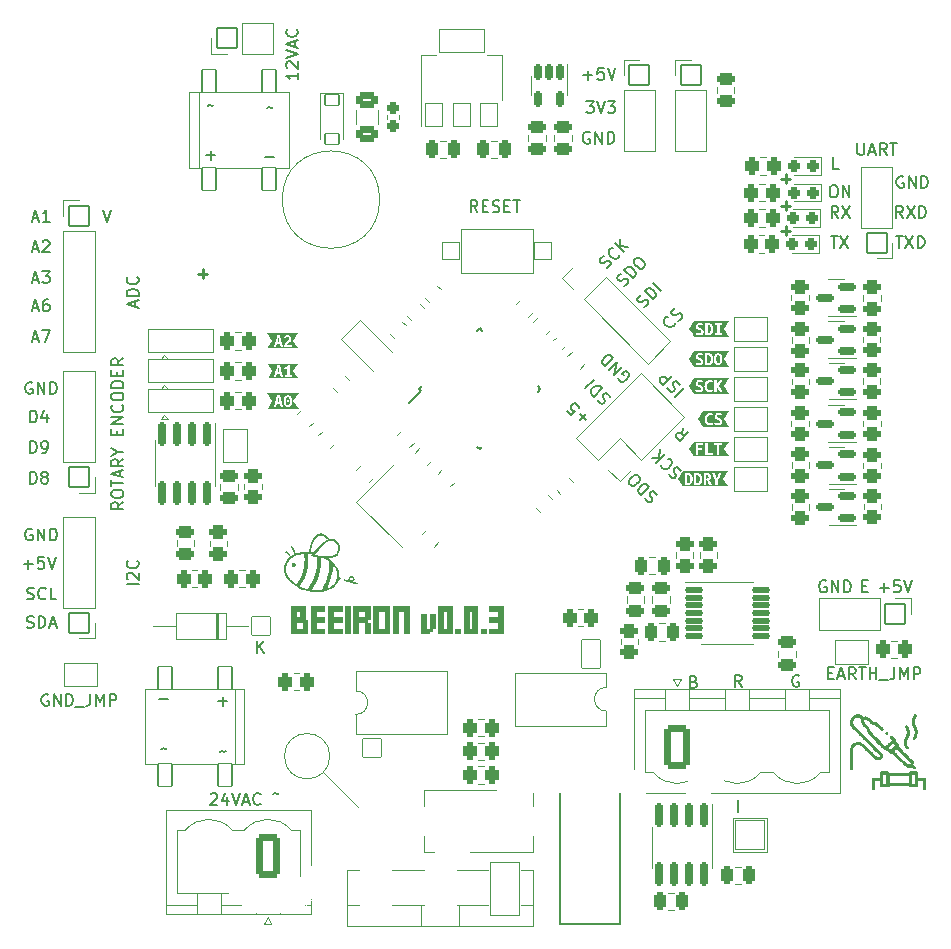
<source format=gto>
G04 #@! TF.GenerationSoftware,KiCad,Pcbnew,6.0.0-rc1-unknown-b471945224~144~ubuntu20.04.1*
G04 #@! TF.CreationDate,2021-11-25T10:13:17+04:00*
G04 #@! TF.ProjectId,BEEIRON v0.03,42454549-524f-44e2-9076-302e30332e6b,rev?*
G04 #@! TF.SameCoordinates,Original*
G04 #@! TF.FileFunction,Legend,Top*
G04 #@! TF.FilePolarity,Positive*
%FSLAX46Y46*%
G04 Gerber Fmt 4.6, Leading zero omitted, Abs format (unit mm)*
G04 Created by KiCad (PCBNEW 6.0.0-rc1-unknown-b471945224~144~ubuntu20.04.1) date 2021-11-25 10:13:17*
%MOMM*%
%LPD*%
G01*
G04 APERTURE LIST*
G04 Aperture macros list*
%AMRoundRect*
0 Rectangle with rounded corners*
0 $1 Rounding radius*
0 $2 $3 $4 $5 $6 $7 $8 $9 X,Y pos of 4 corners*
0 Add a 4 corners polygon primitive as box body*
4,1,4,$2,$3,$4,$5,$6,$7,$8,$9,$2,$3,0*
0 Add four circle primitives for the rounded corners*
1,1,$1+$1,$2,$3*
1,1,$1+$1,$4,$5*
1,1,$1+$1,$6,$7*
1,1,$1+$1,$8,$9*
0 Add four rect primitives between the rounded corners*
20,1,$1+$1,$2,$3,$4,$5,0*
20,1,$1+$1,$4,$5,$6,$7,0*
20,1,$1+$1,$6,$7,$8,$9,0*
20,1,$1+$1,$8,$9,$2,$3,0*%
%AMHorizOval*
0 Thick line with rounded ends*
0 $1 width*
0 $2 $3 position (X,Y) of the first rounded end (center of the circle)*
0 $4 $5 position (X,Y) of the second rounded end (center of the circle)*
0 Add line between two ends*
20,1,$1,$2,$3,$4,$5,0*
0 Add two circle primitives to create the rounded ends*
1,1,$1,$2,$3*
1,1,$1,$4,$5*%
%AMFreePoly0*
4,1,16,0.535355,0.785355,0.541603,0.777735,1.041603,0.027735,1.049029,-0.009806,1.041603,-0.027735,0.541603,-0.777735,0.509806,-0.799029,0.500000,-0.800000,-0.500000,-0.800000,-0.535355,-0.785355,-0.550000,-0.750000,-0.550000,0.750000,-0.535355,0.785355,-0.500000,0.800000,0.500000,0.800000,0.535355,0.785355,0.535355,0.785355,$1*%
%AMFreePoly1*
4,1,16,0.535355,0.785355,0.550000,0.750000,0.550000,-0.750000,0.535355,-0.785355,0.500000,-0.800000,-0.650000,-0.800000,-0.685355,-0.785355,-0.700000,-0.750000,-0.691603,-0.722265,-0.210093,0.000000,-0.691603,0.722265,-0.699029,0.759806,-0.677735,0.791603,-0.650000,0.800000,0.500000,0.800000,0.535355,0.785355,0.535355,0.785355,$1*%
G04 Aperture macros list end*
%ADD10C,0.150000*%
%ADD11C,0.250000*%
%ADD12C,0.120000*%
%ADD13C,0.100000*%
%ADD14C,1.250000*%
%ADD15RoundRect,0.300000X0.262500X0.450000X-0.262500X0.450000X-0.262500X-0.450000X0.262500X-0.450000X0*%
%ADD16RoundRect,0.300000X-0.262500X-0.450000X0.262500X-0.450000X0.262500X0.450000X-0.262500X0.450000X0*%
%ADD17RoundRect,0.050000X0.750000X-1.000000X0.750000X1.000000X-0.750000X1.000000X-0.750000X-1.000000X0*%
%ADD18RoundRect,0.050000X1.900000X-1.000000X1.900000X1.000000X-1.900000X1.000000X-1.900000X-1.000000X0*%
%ADD19RoundRect,0.200000X0.587500X0.150000X-0.587500X0.150000X-0.587500X-0.150000X0.587500X-0.150000X0*%
%ADD20RoundRect,0.300000X0.450000X-0.262500X0.450000X0.262500X-0.450000X0.262500X-0.450000X-0.262500X0*%
%ADD21C,1.700000*%
%ADD22RoundRect,0.300000X0.250000X0.475000X-0.250000X0.475000X-0.250000X-0.475000X0.250000X-0.475000X0*%
%ADD23C,2.100000*%
%ADD24RoundRect,0.050000X0.850000X0.850000X-0.850000X0.850000X-0.850000X-0.850000X0.850000X-0.850000X0*%
%ADD25O,1.800000X1.800000*%
%ADD26RoundRect,0.300000X-0.450000X0.262500X-0.450000X-0.262500X0.450000X-0.262500X0.450000X0.262500X0*%
%ADD27R,1.500000X1.500000*%
%ADD28FreePoly0,0.000000*%
%ADD29FreePoly0,180.000000*%
%ADD30RoundRect,0.300000X-0.475000X0.250000X-0.475000X-0.250000X0.475000X-0.250000X0.475000X0.250000X0*%
%ADD31RoundRect,0.200000X-0.150000X0.512500X-0.150000X-0.512500X0.150000X-0.512500X0.150000X0.512500X0*%
%ADD32RoundRect,0.050000X-0.850000X0.850000X-0.850000X-0.850000X0.850000X-0.850000X0.850000X0.850000X0*%
%ADD33RoundRect,0.050000X-0.850000X-0.850000X0.850000X-0.850000X0.850000X0.850000X-0.850000X0.850000X0*%
%ADD34RoundRect,0.050000X0.850000X-0.850000X0.850000X0.850000X-0.850000X0.850000X-0.850000X-0.850000X0*%
%ADD35RoundRect,0.050000X-0.750000X-0.750000X0.750000X-0.750000X0.750000X0.750000X-0.750000X0.750000X0*%
%ADD36C,1.000000*%
%ADD37C,10.100000*%
%ADD38C,2.500000*%
%ADD39HorizOval,2.500000X0.000000X0.000000X0.000000X0.000000X0*%
%ADD40RoundRect,0.050000X0.800000X-0.800000X0.800000X0.800000X-0.800000X0.800000X-0.800000X-0.800000X0*%
%ADD41O,1.700000X1.700000*%
%ADD42RoundRect,0.299999X-0.790001X-1.550001X0.790001X-1.550001X0.790001X1.550001X-0.790001X1.550001X0*%
%ADD43O,2.180000X3.700000*%
%ADD44RoundRect,0.050000X-1.250000X-1.250000X1.250000X-1.250000X1.250000X1.250000X-1.250000X1.250000X0*%
%ADD45RoundRect,0.300000X-0.503814X-0.132583X-0.132583X-0.503814X0.503814X0.132583X0.132583X0.503814X0*%
%ADD46RoundRect,0.050000X1.202082X0.000000X0.000000X1.202082X-1.202082X0.000000X0.000000X-1.202082X0*%
%ADD47HorizOval,1.800000X0.000000X0.000000X0.000000X0.000000X0*%
%ADD48FreePoly1,180.000000*%
%ADD49RoundRect,0.300000X-0.159099X0.512652X-0.512652X0.159099X0.159099X-0.512652X0.512652X-0.159099X0*%
%ADD50RoundRect,0.268750X0.218750X0.256250X-0.218750X0.256250X-0.218750X-0.256250X0.218750X-0.256250X0*%
%ADD51RoundRect,0.300000X0.475000X-0.250000X0.475000X0.250000X-0.475000X0.250000X-0.475000X-0.250000X0*%
%ADD52RoundRect,0.300000X-0.625000X0.375000X-0.625000X-0.375000X0.625000X-0.375000X0.625000X0.375000X0*%
%ADD53FreePoly1,0.000000*%
%ADD54RoundRect,0.050000X-0.371231X-0.760140X0.760140X0.371231X0.371231X0.760140X-0.760140X-0.371231X0*%
%ADD55RoundRect,0.050000X0.760140X-0.371231X-0.371231X0.760140X-0.760140X0.371231X0.371231X-0.760140X0*%
%ADD56RoundRect,0.268750X-0.256250X0.218750X-0.256250X-0.218750X0.256250X-0.218750X0.256250X0.218750X0*%
%ADD57RoundRect,0.300000X-0.250000X-0.475000X0.250000X-0.475000X0.250000X0.475000X-0.250000X0.475000X0*%
%ADD58RoundRect,0.300000X0.503814X0.132583X0.132583X0.503814X-0.503814X-0.132583X-0.132583X-0.503814X0*%
%ADD59RoundRect,0.200000X-0.150000X0.825000X-0.150000X-0.825000X0.150000X-0.825000X0.150000X0.825000X0*%
%ADD60RoundRect,0.050000X-0.800000X1.200000X-0.800000X-1.200000X0.800000X-1.200000X0.800000X1.200000X0*%
%ADD61O,1.700000X2.500000*%
%ADD62RoundRect,0.300000X0.159099X-0.512652X0.512652X-0.159099X-0.159099X0.512652X-0.512652X0.159099X0*%
%ADD63RoundRect,0.050000X1.250000X2.250000X-1.250000X2.250000X-1.250000X-2.250000X1.250000X-2.250000X0*%
%ADD64O,2.600000X4.600000*%
%ADD65RoundRect,0.050000X0.600000X0.950000X-0.600000X0.950000X-0.600000X-0.950000X0.600000X-0.950000X0*%
%ADD66RoundRect,0.300000X0.132583X-0.503814X0.503814X-0.132583X-0.132583X0.503814X-0.503814X0.132583X0*%
%ADD67RoundRect,0.050000X-1.378858X0.106066X0.106066X-1.378858X1.378858X-0.106066X-0.106066X1.378858X0*%
%ADD68RoundRect,0.268750X-0.026517X0.335876X-0.335876X0.026517X0.026517X-0.335876X0.335876X-0.026517X0*%
%ADD69RoundRect,0.300000X-0.707107X-0.176777X-0.176777X-0.707107X0.707107X0.176777X0.176777X0.707107X0*%
%ADD70RoundRect,0.300000X0.750000X1.550000X-0.750000X1.550000X-0.750000X-1.550000X0.750000X-1.550000X0*%
%ADD71O,2.100000X3.700000*%
%ADD72FreePoly0,90.000000*%
%ADD73FreePoly1,90.000000*%
%ADD74RoundRect,0.050000X0.800000X0.800000X-0.800000X0.800000X-0.800000X-0.800000X0.800000X-0.800000X0*%
%ADD75RoundRect,0.050000X-0.600000X-0.950000X0.600000X-0.950000X0.600000X0.950000X-0.600000X0.950000X0*%
%ADD76C,1.900000*%
%ADD77RoundRect,0.050000X-0.600000X0.450000X-0.600000X-0.450000X0.600000X-0.450000X0.600000X0.450000X0*%
%ADD78RoundRect,0.050000X0.000000X-1.202082X1.202082X0.000000X0.000000X1.202082X-1.202082X0.000000X0*%
%ADD79HorizOval,1.800000X0.000000X0.000000X0.000000X0.000000X0*%
%ADD80RoundRect,0.150000X-0.637500X-0.100000X0.637500X-0.100000X0.637500X0.100000X-0.637500X0.100000X0*%
G04 APERTURE END LIST*
D10*
X151156599Y-93055583D02*
X150617851Y-92516835D01*
X151156599Y-92516835D02*
X150617851Y-93055583D01*
X149506683Y-92281133D02*
X149843400Y-92617851D01*
X150213790Y-92314805D01*
X150146446Y-92314805D01*
X150045431Y-92281133D01*
X149877072Y-92112774D01*
X149843400Y-92011759D01*
X149843400Y-91944416D01*
X149877072Y-91843400D01*
X150045431Y-91675042D01*
X150146446Y-91641370D01*
X150213790Y-91641370D01*
X150314805Y-91675042D01*
X150483164Y-91843400D01*
X150516835Y-91944416D01*
X150516835Y-92011759D01*
X104285714Y-75966666D02*
X104761904Y-75966666D01*
X104190476Y-76252380D02*
X104523809Y-75252380D01*
X104857142Y-76252380D01*
X105714285Y-76252380D02*
X105142857Y-76252380D01*
X105428571Y-76252380D02*
X105428571Y-75252380D01*
X105333333Y-75395238D01*
X105238095Y-75490476D01*
X105142857Y-75538095D01*
X104285714Y-86166666D02*
X104761904Y-86166666D01*
X104190476Y-86452380D02*
X104523809Y-85452380D01*
X104857142Y-86452380D01*
X105095238Y-85452380D02*
X105761904Y-85452380D01*
X105333333Y-86452380D01*
X104061904Y-93252380D02*
X104061904Y-92252380D01*
X104300000Y-92252380D01*
X104442857Y-92300000D01*
X104538095Y-92395238D01*
X104585714Y-92490476D01*
X104633333Y-92680952D01*
X104633333Y-92823809D01*
X104585714Y-93014285D01*
X104538095Y-93109523D01*
X104442857Y-93204761D01*
X104300000Y-93252380D01*
X104061904Y-93252380D01*
X105490476Y-92585714D02*
X105490476Y-93252380D01*
X105252380Y-92204761D02*
X105014285Y-92919047D01*
X105633333Y-92919047D01*
X174537714Y-107116571D02*
X174871047Y-107116571D01*
X175013904Y-107640380D02*
X174537714Y-107640380D01*
X174537714Y-106640380D01*
X175013904Y-106640380D01*
X105604761Y-116300000D02*
X105509523Y-116252380D01*
X105366666Y-116252380D01*
X105223809Y-116300000D01*
X105128571Y-116395238D01*
X105080952Y-116490476D01*
X105033333Y-116680952D01*
X105033333Y-116823809D01*
X105080952Y-117014285D01*
X105128571Y-117109523D01*
X105223809Y-117204761D01*
X105366666Y-117252380D01*
X105461904Y-117252380D01*
X105604761Y-117204761D01*
X105652380Y-117157142D01*
X105652380Y-116823809D01*
X105461904Y-116823809D01*
X106080952Y-117252380D02*
X106080952Y-116252380D01*
X106652380Y-117252380D01*
X106652380Y-116252380D01*
X107128571Y-117252380D02*
X107128571Y-116252380D01*
X107366666Y-116252380D01*
X107509523Y-116300000D01*
X107604761Y-116395238D01*
X107652380Y-116490476D01*
X107700000Y-116680952D01*
X107700000Y-116823809D01*
X107652380Y-117014285D01*
X107604761Y-117109523D01*
X107509523Y-117204761D01*
X107366666Y-117252380D01*
X107128571Y-117252380D01*
X107890476Y-117347619D02*
X108652380Y-117347619D01*
X109176190Y-116252380D02*
X109176190Y-116966666D01*
X109128571Y-117109523D01*
X109033333Y-117204761D01*
X108890476Y-117252380D01*
X108795238Y-117252380D01*
X109652380Y-117252380D02*
X109652380Y-116252380D01*
X109985714Y-116966666D01*
X110319047Y-116252380D01*
X110319047Y-117252380D01*
X110795238Y-117252380D02*
X110795238Y-116252380D01*
X111176190Y-116252380D01*
X111271428Y-116300000D01*
X111319047Y-116347619D01*
X111366666Y-116442857D01*
X111366666Y-116585714D01*
X111319047Y-116680952D01*
X111271428Y-116728571D01*
X111176190Y-116776190D01*
X110795238Y-116776190D01*
X159410152Y-90370389D02*
X158703045Y-91077496D01*
X159073435Y-90101015D02*
X159006091Y-89966328D01*
X158837732Y-89797969D01*
X158736717Y-89764297D01*
X158669374Y-89764297D01*
X158568358Y-89797969D01*
X158501015Y-89865312D01*
X158467343Y-89966328D01*
X158467343Y-90033671D01*
X158501015Y-90134687D01*
X158602030Y-90303045D01*
X158635702Y-90404061D01*
X158635702Y-90471404D01*
X158602030Y-90572419D01*
X158534687Y-90639763D01*
X158433671Y-90673435D01*
X158366328Y-90673435D01*
X158265312Y-90639763D01*
X158096954Y-90471404D01*
X158029610Y-90336717D01*
X158400000Y-89360236D02*
X157692893Y-90067343D01*
X157423519Y-89797969D01*
X157389847Y-89696954D01*
X157389847Y-89629610D01*
X157423519Y-89528595D01*
X157524534Y-89427580D01*
X157625549Y-89393908D01*
X157692893Y-89393908D01*
X157793908Y-89427580D01*
X158063282Y-89696954D01*
X104285714Y-81166666D02*
X104761904Y-81166666D01*
X104190476Y-81452380D02*
X104523809Y-80452380D01*
X104857142Y-81452380D01*
X105095238Y-80452380D02*
X105714285Y-80452380D01*
X105380952Y-80833333D01*
X105523809Y-80833333D01*
X105619047Y-80880952D01*
X105666666Y-80928571D01*
X105714285Y-81023809D01*
X105714285Y-81261904D01*
X105666666Y-81357142D01*
X105619047Y-81404761D01*
X105523809Y-81452380D01*
X105238095Y-81452380D01*
X105142857Y-81404761D01*
X105095238Y-81357142D01*
X150914285Y-63871428D02*
X151676190Y-63871428D01*
X151295238Y-64252380D02*
X151295238Y-63490476D01*
X152628571Y-63252380D02*
X152152380Y-63252380D01*
X152104761Y-63728571D01*
X152152380Y-63680952D01*
X152247619Y-63633333D01*
X152485714Y-63633333D01*
X152580952Y-63680952D01*
X152628571Y-63728571D01*
X152676190Y-63823809D01*
X152676190Y-64061904D01*
X152628571Y-64157142D01*
X152580952Y-64204761D01*
X152485714Y-64252380D01*
X152247619Y-64252380D01*
X152152380Y-64204761D01*
X152104761Y-64157142D01*
X152961904Y-63252380D02*
X153295238Y-64252380D01*
X153628571Y-63252380D01*
X119342857Y-124747619D02*
X119390476Y-124700000D01*
X119485714Y-124652380D01*
X119723809Y-124652380D01*
X119819047Y-124700000D01*
X119866666Y-124747619D01*
X119914285Y-124842857D01*
X119914285Y-124938095D01*
X119866666Y-125080952D01*
X119295238Y-125652380D01*
X119914285Y-125652380D01*
X120771428Y-124985714D02*
X120771428Y-125652380D01*
X120533333Y-124604761D02*
X120295238Y-125319047D01*
X120914285Y-125319047D01*
X121152380Y-124652380D02*
X121485714Y-125652380D01*
X121819047Y-124652380D01*
X122104761Y-125366666D02*
X122580952Y-125366666D01*
X122009523Y-125652380D02*
X122342857Y-124652380D01*
X122676190Y-125652380D01*
X123580952Y-125557142D02*
X123533333Y-125604761D01*
X123390476Y-125652380D01*
X123295238Y-125652380D01*
X123152380Y-125604761D01*
X123057142Y-125509523D01*
X123009523Y-125414285D01*
X122961904Y-125223809D01*
X122961904Y-125080952D01*
X123009523Y-124890476D01*
X123057142Y-124795238D01*
X123152380Y-124700000D01*
X123295238Y-124652380D01*
X123390476Y-124652380D01*
X123533333Y-124700000D01*
X123580952Y-124747619D01*
X124628571Y-124747619D02*
X124676190Y-124700000D01*
X124771428Y-124652380D01*
X124961904Y-124747619D01*
X125057142Y-124700000D01*
X125104761Y-124652380D01*
X171869095Y-77498380D02*
X172440523Y-77498380D01*
X172154809Y-78498380D02*
X172154809Y-77498380D01*
X172678619Y-77498380D02*
X173345285Y-78498380D01*
X173345285Y-77498380D02*
X172678619Y-78498380D01*
X151161904Y-66052380D02*
X151780952Y-66052380D01*
X151447619Y-66433333D01*
X151590476Y-66433333D01*
X151685714Y-66480952D01*
X151733333Y-66528571D01*
X151780952Y-66623809D01*
X151780952Y-66861904D01*
X151733333Y-66957142D01*
X151685714Y-67004761D01*
X151590476Y-67052380D01*
X151304761Y-67052380D01*
X151209523Y-67004761D01*
X151161904Y-66957142D01*
X152066666Y-66052380D02*
X152400000Y-67052380D01*
X152733333Y-66052380D01*
X152971428Y-66052380D02*
X153590476Y-66052380D01*
X153257142Y-66433333D01*
X153400000Y-66433333D01*
X153495238Y-66480952D01*
X153542857Y-66528571D01*
X153590476Y-66623809D01*
X153590476Y-66861904D01*
X153542857Y-66957142D01*
X153495238Y-67004761D01*
X153400000Y-67052380D01*
X153114285Y-67052380D01*
X153019047Y-67004761D01*
X152971428Y-66957142D01*
X104285714Y-78566666D02*
X104761904Y-78566666D01*
X104190476Y-78852380D02*
X104523809Y-77852380D01*
X104857142Y-78852380D01*
X105142857Y-77947619D02*
X105190476Y-77900000D01*
X105285714Y-77852380D01*
X105523809Y-77852380D01*
X105619047Y-77900000D01*
X105666666Y-77947619D01*
X105714285Y-78042857D01*
X105714285Y-78138095D01*
X105666666Y-78280952D01*
X105095238Y-78852380D01*
X105714285Y-78852380D01*
X172011952Y-73198380D02*
X172202428Y-73198380D01*
X172297666Y-73246000D01*
X172392904Y-73341238D01*
X172440523Y-73531714D01*
X172440523Y-73865047D01*
X172392904Y-74055523D01*
X172297666Y-74150761D01*
X172202428Y-74198380D01*
X172011952Y-74198380D01*
X171916714Y-74150761D01*
X171821476Y-74055523D01*
X171773857Y-73865047D01*
X171773857Y-73531714D01*
X171821476Y-73341238D01*
X171916714Y-73246000D01*
X172011952Y-73198380D01*
X172869095Y-74198380D02*
X172869095Y-73198380D01*
X173440523Y-74198380D01*
X173440523Y-73198380D01*
X164000000Y-126252380D02*
X164000000Y-125252380D01*
X103809523Y-108204761D02*
X103952380Y-108252380D01*
X104190476Y-108252380D01*
X104285714Y-108204761D01*
X104333333Y-108157142D01*
X104380952Y-108061904D01*
X104380952Y-107966666D01*
X104333333Y-107871428D01*
X104285714Y-107823809D01*
X104190476Y-107776190D01*
X104000000Y-107728571D01*
X103904761Y-107680952D01*
X103857142Y-107633333D01*
X103809523Y-107538095D01*
X103809523Y-107442857D01*
X103857142Y-107347619D01*
X103904761Y-107300000D01*
X104000000Y-107252380D01*
X104238095Y-107252380D01*
X104380952Y-107300000D01*
X105380952Y-108157142D02*
X105333333Y-108204761D01*
X105190476Y-108252380D01*
X105095238Y-108252380D01*
X104952380Y-108204761D01*
X104857142Y-108109523D01*
X104809523Y-108014285D01*
X104761904Y-107823809D01*
X104761904Y-107680952D01*
X104809523Y-107490476D01*
X104857142Y-107395238D01*
X104952380Y-107300000D01*
X105095238Y-107252380D01*
X105190476Y-107252380D01*
X105333333Y-107300000D01*
X105380952Y-107347619D01*
X106285714Y-108252380D02*
X105809523Y-108252380D01*
X105809523Y-107252380D01*
X111958380Y-100019714D02*
X111482190Y-100353047D01*
X111958380Y-100591142D02*
X110958380Y-100591142D01*
X110958380Y-100210190D01*
X111006000Y-100114952D01*
X111053619Y-100067333D01*
X111148857Y-100019714D01*
X111291714Y-100019714D01*
X111386952Y-100067333D01*
X111434571Y-100114952D01*
X111482190Y-100210190D01*
X111482190Y-100591142D01*
X110958380Y-99400666D02*
X110958380Y-99210190D01*
X111006000Y-99114952D01*
X111101238Y-99019714D01*
X111291714Y-98972095D01*
X111625047Y-98972095D01*
X111815523Y-99019714D01*
X111910761Y-99114952D01*
X111958380Y-99210190D01*
X111958380Y-99400666D01*
X111910761Y-99495904D01*
X111815523Y-99591142D01*
X111625047Y-99638761D01*
X111291714Y-99638761D01*
X111101238Y-99591142D01*
X111006000Y-99495904D01*
X110958380Y-99400666D01*
X110958380Y-98686380D02*
X110958380Y-98114952D01*
X111958380Y-98400666D02*
X110958380Y-98400666D01*
X111672666Y-97829238D02*
X111672666Y-97353047D01*
X111958380Y-97924476D02*
X110958380Y-97591142D01*
X111958380Y-97257809D01*
X111958380Y-96353047D02*
X111482190Y-96686380D01*
X111958380Y-96924476D02*
X110958380Y-96924476D01*
X110958380Y-96543523D01*
X111006000Y-96448285D01*
X111053619Y-96400666D01*
X111148857Y-96353047D01*
X111291714Y-96353047D01*
X111386952Y-96400666D01*
X111434571Y-96448285D01*
X111482190Y-96543523D01*
X111482190Y-96924476D01*
X111482190Y-95734000D02*
X111958380Y-95734000D01*
X110958380Y-96067333D02*
X111482190Y-95734000D01*
X110958380Y-95400666D01*
X111434571Y-94305428D02*
X111434571Y-93972095D01*
X111958380Y-93829238D02*
X111958380Y-94305428D01*
X110958380Y-94305428D01*
X110958380Y-93829238D01*
X111958380Y-93400666D02*
X110958380Y-93400666D01*
X111958380Y-92829238D01*
X110958380Y-92829238D01*
X111863142Y-91781619D02*
X111910761Y-91829238D01*
X111958380Y-91972095D01*
X111958380Y-92067333D01*
X111910761Y-92210190D01*
X111815523Y-92305428D01*
X111720285Y-92353047D01*
X111529809Y-92400666D01*
X111386952Y-92400666D01*
X111196476Y-92353047D01*
X111101238Y-92305428D01*
X111006000Y-92210190D01*
X110958380Y-92067333D01*
X110958380Y-91972095D01*
X111006000Y-91829238D01*
X111053619Y-91781619D01*
X110958380Y-91162571D02*
X110958380Y-90972095D01*
X111006000Y-90876857D01*
X111101238Y-90781619D01*
X111291714Y-90734000D01*
X111625047Y-90734000D01*
X111815523Y-90781619D01*
X111910761Y-90876857D01*
X111958380Y-90972095D01*
X111958380Y-91162571D01*
X111910761Y-91257809D01*
X111815523Y-91353047D01*
X111625047Y-91400666D01*
X111291714Y-91400666D01*
X111101238Y-91353047D01*
X111006000Y-91257809D01*
X110958380Y-91162571D01*
X111958380Y-90305428D02*
X110958380Y-90305428D01*
X110958380Y-90067333D01*
X111006000Y-89924476D01*
X111101238Y-89829238D01*
X111196476Y-89781619D01*
X111386952Y-89734000D01*
X111529809Y-89734000D01*
X111720285Y-89781619D01*
X111815523Y-89829238D01*
X111910761Y-89924476D01*
X111958380Y-90067333D01*
X111958380Y-90305428D01*
X111434571Y-89305428D02*
X111434571Y-88972095D01*
X111958380Y-88829238D02*
X111958380Y-89305428D01*
X110958380Y-89305428D01*
X110958380Y-88829238D01*
X111958380Y-87829238D02*
X111482190Y-88162571D01*
X111958380Y-88400666D02*
X110958380Y-88400666D01*
X110958380Y-88019714D01*
X111006000Y-87924476D01*
X111053619Y-87876857D01*
X111148857Y-87829238D01*
X111291714Y-87829238D01*
X111386952Y-87876857D01*
X111434571Y-87924476D01*
X111482190Y-88019714D01*
X111482190Y-88400666D01*
X104238095Y-102300000D02*
X104142857Y-102252380D01*
X104000000Y-102252380D01*
X103857142Y-102300000D01*
X103761904Y-102395238D01*
X103714285Y-102490476D01*
X103666666Y-102680952D01*
X103666666Y-102823809D01*
X103714285Y-103014285D01*
X103761904Y-103109523D01*
X103857142Y-103204761D01*
X104000000Y-103252380D01*
X104095238Y-103252380D01*
X104238095Y-103204761D01*
X104285714Y-103157142D01*
X104285714Y-102823809D01*
X104095238Y-102823809D01*
X104714285Y-103252380D02*
X104714285Y-102252380D01*
X105285714Y-103252380D01*
X105285714Y-102252380D01*
X105761904Y-103252380D02*
X105761904Y-102252380D01*
X106000000Y-102252380D01*
X106142857Y-102300000D01*
X106238095Y-102395238D01*
X106285714Y-102490476D01*
X106333333Y-102680952D01*
X106333333Y-102823809D01*
X106285714Y-103014285D01*
X106238095Y-103109523D01*
X106142857Y-103204761D01*
X106000000Y-103252380D01*
X105761904Y-103252380D01*
X177995095Y-72466000D02*
X177899857Y-72418380D01*
X177757000Y-72418380D01*
X177614142Y-72466000D01*
X177518904Y-72561238D01*
X177471285Y-72656476D01*
X177423666Y-72846952D01*
X177423666Y-72989809D01*
X177471285Y-73180285D01*
X177518904Y-73275523D01*
X177614142Y-73370761D01*
X177757000Y-73418380D01*
X177852238Y-73418380D01*
X177995095Y-73370761D01*
X178042714Y-73323142D01*
X178042714Y-72989809D01*
X177852238Y-72989809D01*
X178471285Y-73418380D02*
X178471285Y-72418380D01*
X179042714Y-73418380D01*
X179042714Y-72418380D01*
X179518904Y-73418380D02*
X179518904Y-72418380D01*
X179757000Y-72418380D01*
X179899857Y-72466000D01*
X179995095Y-72561238D01*
X180042714Y-72656476D01*
X180090333Y-72846952D01*
X180090333Y-72989809D01*
X180042714Y-73180285D01*
X179995095Y-73275523D01*
X179899857Y-73370761D01*
X179757000Y-73418380D01*
X179518904Y-73418380D01*
X160261428Y-115218571D02*
X160404285Y-115266190D01*
X160451904Y-115313809D01*
X160499523Y-115409047D01*
X160499523Y-115551904D01*
X160451904Y-115647142D01*
X160404285Y-115694761D01*
X160309047Y-115742380D01*
X159928095Y-115742380D01*
X159928095Y-114742380D01*
X160261428Y-114742380D01*
X160356666Y-114790000D01*
X160404285Y-114837619D01*
X160451904Y-114932857D01*
X160451904Y-115028095D01*
X160404285Y-115123333D01*
X160356666Y-115170952D01*
X160261428Y-115218571D01*
X159928095Y-115218571D01*
X177369095Y-77498380D02*
X177940523Y-77498380D01*
X177654809Y-78498380D02*
X177654809Y-77498380D01*
X178178619Y-77498380D02*
X178845285Y-78498380D01*
X178845285Y-77498380D02*
X178178619Y-78498380D01*
X179226238Y-78498380D02*
X179226238Y-77498380D01*
X179464333Y-77498380D01*
X179607190Y-77546000D01*
X179702428Y-77641238D01*
X179750047Y-77736476D01*
X179797666Y-77926952D01*
X179797666Y-78069809D01*
X179750047Y-78260285D01*
X179702428Y-78355523D01*
X179607190Y-78450761D01*
X179464333Y-78498380D01*
X179226238Y-78498380D01*
X169161904Y-114700000D02*
X169066666Y-114652380D01*
X168923809Y-114652380D01*
X168780952Y-114700000D01*
X168685714Y-114795238D01*
X168638095Y-114890476D01*
X168590476Y-115080952D01*
X168590476Y-115223809D01*
X168638095Y-115414285D01*
X168685714Y-115509523D01*
X168780952Y-115604761D01*
X168923809Y-115652380D01*
X169019047Y-115652380D01*
X169161904Y-115604761D01*
X169209523Y-115557142D01*
X169209523Y-115223809D01*
X169019047Y-115223809D01*
X164309523Y-115652380D02*
X163976190Y-115176190D01*
X163738095Y-115652380D02*
X163738095Y-114652380D01*
X164119047Y-114652380D01*
X164214285Y-114700000D01*
X164261904Y-114747619D01*
X164309523Y-114842857D01*
X164309523Y-114985714D01*
X164261904Y-115080952D01*
X164214285Y-115128571D01*
X164119047Y-115176190D01*
X163738095Y-115176190D01*
X151438095Y-68700000D02*
X151342857Y-68652380D01*
X151200000Y-68652380D01*
X151057142Y-68700000D01*
X150961904Y-68795238D01*
X150914285Y-68890476D01*
X150866666Y-69080952D01*
X150866666Y-69223809D01*
X150914285Y-69414285D01*
X150961904Y-69509523D01*
X151057142Y-69604761D01*
X151200000Y-69652380D01*
X151295238Y-69652380D01*
X151438095Y-69604761D01*
X151485714Y-69557142D01*
X151485714Y-69223809D01*
X151295238Y-69223809D01*
X151914285Y-69652380D02*
X151914285Y-68652380D01*
X152485714Y-69652380D01*
X152485714Y-68652380D01*
X152961904Y-69652380D02*
X152961904Y-68652380D01*
X153200000Y-68652380D01*
X153342857Y-68700000D01*
X153438095Y-68795238D01*
X153485714Y-68890476D01*
X153533333Y-69080952D01*
X153533333Y-69223809D01*
X153485714Y-69414285D01*
X153438095Y-69509523D01*
X153342857Y-69604761D01*
X153200000Y-69652380D01*
X152961904Y-69652380D01*
X171450095Y-106688000D02*
X171354857Y-106640380D01*
X171212000Y-106640380D01*
X171069142Y-106688000D01*
X170973904Y-106783238D01*
X170926285Y-106878476D01*
X170878666Y-107068952D01*
X170878666Y-107211809D01*
X170926285Y-107402285D01*
X170973904Y-107497523D01*
X171069142Y-107592761D01*
X171212000Y-107640380D01*
X171307238Y-107640380D01*
X171450095Y-107592761D01*
X171497714Y-107545142D01*
X171497714Y-107211809D01*
X171307238Y-107211809D01*
X171926285Y-107640380D02*
X171926285Y-106640380D01*
X172497714Y-107640380D01*
X172497714Y-106640380D01*
X172973904Y-107640380D02*
X172973904Y-106640380D01*
X173212000Y-106640380D01*
X173354857Y-106688000D01*
X173450095Y-106783238D01*
X173497714Y-106878476D01*
X173545333Y-107068952D01*
X173545333Y-107211809D01*
X173497714Y-107402285D01*
X173450095Y-107497523D01*
X173354857Y-107592761D01*
X173212000Y-107640380D01*
X172973904Y-107640380D01*
X104238095Y-89900000D02*
X104142857Y-89852380D01*
X104000000Y-89852380D01*
X103857142Y-89900000D01*
X103761904Y-89995238D01*
X103714285Y-90090476D01*
X103666666Y-90280952D01*
X103666666Y-90423809D01*
X103714285Y-90614285D01*
X103761904Y-90709523D01*
X103857142Y-90804761D01*
X104000000Y-90852380D01*
X104095238Y-90852380D01*
X104238095Y-90804761D01*
X104285714Y-90757142D01*
X104285714Y-90423809D01*
X104095238Y-90423809D01*
X104714285Y-90852380D02*
X104714285Y-89852380D01*
X105285714Y-90852380D01*
X105285714Y-89852380D01*
X105761904Y-90852380D02*
X105761904Y-89852380D01*
X106000000Y-89852380D01*
X106142857Y-89900000D01*
X106238095Y-89995238D01*
X106285714Y-90090476D01*
X106333333Y-90280952D01*
X106333333Y-90423809D01*
X106285714Y-90614285D01*
X106238095Y-90709523D01*
X106142857Y-90804761D01*
X106000000Y-90852380D01*
X105761904Y-90852380D01*
X126752380Y-63647619D02*
X126752380Y-64219047D01*
X126752380Y-63933333D02*
X125752380Y-63933333D01*
X125895238Y-64028571D01*
X125990476Y-64123809D01*
X126038095Y-64219047D01*
X125847619Y-63266666D02*
X125800000Y-63219047D01*
X125752380Y-63123809D01*
X125752380Y-62885714D01*
X125800000Y-62790476D01*
X125847619Y-62742857D01*
X125942857Y-62695238D01*
X126038095Y-62695238D01*
X126180952Y-62742857D01*
X126752380Y-63314285D01*
X126752380Y-62695238D01*
X125752380Y-62409523D02*
X126752380Y-62076190D01*
X125752380Y-61742857D01*
X126466666Y-61457142D02*
X126466666Y-60980952D01*
X126752380Y-61552380D02*
X125752380Y-61219047D01*
X126752380Y-60885714D01*
X126657142Y-59980952D02*
X126704761Y-60028571D01*
X126752380Y-60171428D01*
X126752380Y-60266666D01*
X126704761Y-60409523D01*
X126609523Y-60504761D01*
X126514285Y-60552380D01*
X126323809Y-60600000D01*
X126180952Y-60600000D01*
X125990476Y-60552380D01*
X125895238Y-60504761D01*
X125800000Y-60409523D01*
X125752380Y-60266666D01*
X125752380Y-60171428D01*
X125800000Y-60028571D01*
X125847619Y-59980952D01*
X152877072Y-80195347D02*
X153011759Y-80128003D01*
X153180118Y-79959644D01*
X153213790Y-79858629D01*
X153213790Y-79791286D01*
X153180118Y-79690270D01*
X153112774Y-79622927D01*
X153011759Y-79589255D01*
X152944416Y-79589255D01*
X152843400Y-79622927D01*
X152675042Y-79723942D01*
X152574026Y-79757614D01*
X152506683Y-79757614D01*
X152405668Y-79723942D01*
X152338324Y-79656599D01*
X152304652Y-79555583D01*
X152304652Y-79488240D01*
X152338324Y-79387225D01*
X152506683Y-79218866D01*
X152641370Y-79151522D01*
X153954568Y-79050507D02*
X153954568Y-79117851D01*
X153887225Y-79252538D01*
X153819881Y-79319881D01*
X153685194Y-79387225D01*
X153550507Y-79387225D01*
X153449492Y-79353553D01*
X153281133Y-79252538D01*
X153180118Y-79151522D01*
X153079103Y-78983164D01*
X153045431Y-78882148D01*
X153045431Y-78747461D01*
X153112774Y-78612774D01*
X153180118Y-78545431D01*
X153314805Y-78478087D01*
X153382148Y-78478087D01*
X154324957Y-78814805D02*
X153617851Y-78107698D01*
X154729018Y-78410744D02*
X154021912Y-78309729D01*
X154021912Y-77703637D02*
X154021912Y-78511759D01*
X141947619Y-75452380D02*
X141614285Y-74976190D01*
X141376190Y-75452380D02*
X141376190Y-74452380D01*
X141757142Y-74452380D01*
X141852380Y-74500000D01*
X141900000Y-74547619D01*
X141947619Y-74642857D01*
X141947619Y-74785714D01*
X141900000Y-74880952D01*
X141852380Y-74928571D01*
X141757142Y-74976190D01*
X141376190Y-74976190D01*
X142376190Y-74928571D02*
X142709523Y-74928571D01*
X142852380Y-75452380D02*
X142376190Y-75452380D01*
X142376190Y-74452380D01*
X142852380Y-74452380D01*
X143233333Y-75404761D02*
X143376190Y-75452380D01*
X143614285Y-75452380D01*
X143709523Y-75404761D01*
X143757142Y-75357142D01*
X143804761Y-75261904D01*
X143804761Y-75166666D01*
X143757142Y-75071428D01*
X143709523Y-75023809D01*
X143614285Y-74976190D01*
X143423809Y-74928571D01*
X143328571Y-74880952D01*
X143280952Y-74833333D01*
X143233333Y-74738095D01*
X143233333Y-74642857D01*
X143280952Y-74547619D01*
X143328571Y-74500000D01*
X143423809Y-74452380D01*
X143661904Y-74452380D01*
X143804761Y-74500000D01*
X144233333Y-74928571D02*
X144566666Y-74928571D01*
X144709523Y-75452380D02*
X144233333Y-75452380D01*
X144233333Y-74452380D01*
X144709523Y-74452380D01*
X144995238Y-74452380D02*
X145566666Y-74452380D01*
X145280952Y-75452380D02*
X145280952Y-74452380D01*
X103785714Y-110604761D02*
X103928571Y-110652380D01*
X104166666Y-110652380D01*
X104261904Y-110604761D01*
X104309523Y-110557142D01*
X104357142Y-110461904D01*
X104357142Y-110366666D01*
X104309523Y-110271428D01*
X104261904Y-110223809D01*
X104166666Y-110176190D01*
X103976190Y-110128571D01*
X103880952Y-110080952D01*
X103833333Y-110033333D01*
X103785714Y-109938095D01*
X103785714Y-109842857D01*
X103833333Y-109747619D01*
X103880952Y-109700000D01*
X103976190Y-109652380D01*
X104214285Y-109652380D01*
X104357142Y-109700000D01*
X104785714Y-110652380D02*
X104785714Y-109652380D01*
X105023809Y-109652380D01*
X105166666Y-109700000D01*
X105261904Y-109795238D01*
X105309523Y-109890476D01*
X105357142Y-110080952D01*
X105357142Y-110223809D01*
X105309523Y-110414285D01*
X105261904Y-110509523D01*
X105166666Y-110604761D01*
X105023809Y-110652380D01*
X104785714Y-110652380D01*
X105738095Y-110366666D02*
X106214285Y-110366666D01*
X105642857Y-110652380D02*
X105976190Y-109652380D01*
X106309523Y-110652380D01*
X177964333Y-75958380D02*
X177631000Y-75482190D01*
X177392904Y-75958380D02*
X177392904Y-74958380D01*
X177773857Y-74958380D01*
X177869095Y-75006000D01*
X177916714Y-75053619D01*
X177964333Y-75148857D01*
X177964333Y-75291714D01*
X177916714Y-75386952D01*
X177869095Y-75434571D01*
X177773857Y-75482190D01*
X177392904Y-75482190D01*
X178297666Y-74958380D02*
X178964333Y-75958380D01*
X178964333Y-74958380D02*
X178297666Y-75958380D01*
X179345285Y-75958380D02*
X179345285Y-74958380D01*
X179583380Y-74958380D01*
X179726238Y-75006000D01*
X179821476Y-75101238D01*
X179869095Y-75196476D01*
X179916714Y-75386952D01*
X179916714Y-75529809D01*
X179869095Y-75720285D01*
X179821476Y-75815523D01*
X179726238Y-75910761D01*
X179583380Y-75958380D01*
X179345285Y-75958380D01*
X112966666Y-83438095D02*
X112966666Y-82961904D01*
X113252380Y-83533333D02*
X112252380Y-83200000D01*
X113252380Y-82866666D01*
X113252380Y-82533333D02*
X112252380Y-82533333D01*
X112252380Y-82295238D01*
X112300000Y-82152380D01*
X112395238Y-82057142D01*
X112490476Y-82009523D01*
X112680952Y-81961904D01*
X112823809Y-81961904D01*
X113014285Y-82009523D01*
X113109523Y-82057142D01*
X113204761Y-82152380D01*
X113252380Y-82295238D01*
X113252380Y-82533333D01*
X113157142Y-80961904D02*
X113204761Y-81009523D01*
X113252380Y-81152380D01*
X113252380Y-81247619D01*
X113204761Y-81390476D01*
X113109523Y-81485714D01*
X113014285Y-81533333D01*
X112823809Y-81580952D01*
X112680952Y-81580952D01*
X112490476Y-81533333D01*
X112395238Y-81485714D01*
X112300000Y-81390476D01*
X112252380Y-81247619D01*
X112252380Y-81152380D01*
X112300000Y-81009523D01*
X112347619Y-80961904D01*
X172494333Y-75958380D02*
X172161000Y-75482190D01*
X171922904Y-75958380D02*
X171922904Y-74958380D01*
X172303857Y-74958380D01*
X172399095Y-75006000D01*
X172446714Y-75053619D01*
X172494333Y-75148857D01*
X172494333Y-75291714D01*
X172446714Y-75386952D01*
X172399095Y-75434571D01*
X172303857Y-75482190D01*
X171922904Y-75482190D01*
X172827666Y-74958380D02*
X173494333Y-75958380D01*
X173494333Y-74958380D02*
X172827666Y-75958380D01*
X153855194Y-89538301D02*
X153888866Y-89639316D01*
X153989881Y-89740331D01*
X154124568Y-89807675D01*
X154259255Y-89807675D01*
X154360270Y-89774003D01*
X154528629Y-89672988D01*
X154629644Y-89571973D01*
X154730660Y-89403614D01*
X154764331Y-89302599D01*
X154764331Y-89167912D01*
X154696988Y-89033225D01*
X154629644Y-88965881D01*
X154494957Y-88898538D01*
X154427614Y-88898538D01*
X154191912Y-89134240D01*
X154326599Y-89268927D01*
X154191912Y-88528148D02*
X153484805Y-89235255D01*
X153787851Y-88124087D01*
X153080744Y-88831194D01*
X153451133Y-87787370D02*
X152744026Y-88494477D01*
X152575668Y-88326118D01*
X152508324Y-88191431D01*
X152508324Y-88056744D01*
X152541996Y-87955729D01*
X152643011Y-87787370D01*
X152744026Y-87686355D01*
X152912385Y-87585339D01*
X153013400Y-87551668D01*
X153148087Y-87551668D01*
X153282774Y-87619011D01*
X153451133Y-87787370D01*
X157168183Y-99445763D02*
X157100839Y-99311076D01*
X156932480Y-99142717D01*
X156831465Y-99109045D01*
X156764122Y-99109045D01*
X156663106Y-99142717D01*
X156595763Y-99210061D01*
X156562091Y-99311076D01*
X156562091Y-99378419D01*
X156595763Y-99479435D01*
X156696778Y-99647793D01*
X156730450Y-99748809D01*
X156730450Y-99816152D01*
X156696778Y-99917167D01*
X156629435Y-99984511D01*
X156528419Y-100018183D01*
X156461076Y-100018183D01*
X156360061Y-99984511D01*
X156191702Y-99816152D01*
X156124358Y-99681465D01*
X156494748Y-98704984D02*
X155787641Y-99412091D01*
X155619282Y-99243732D01*
X155551938Y-99109045D01*
X155551938Y-98974358D01*
X155585610Y-98873343D01*
X155686625Y-98704984D01*
X155787641Y-98603969D01*
X155956000Y-98502954D01*
X156057015Y-98469282D01*
X156191702Y-98469282D01*
X156326389Y-98536625D01*
X156494748Y-98704984D01*
X154945847Y-98570297D02*
X154811160Y-98435610D01*
X154777488Y-98334595D01*
X154777488Y-98199908D01*
X154878503Y-98031549D01*
X155114206Y-97795847D01*
X155282564Y-97694832D01*
X155417251Y-97694832D01*
X155518267Y-97728503D01*
X155652954Y-97863190D01*
X155686625Y-97964206D01*
X155686625Y-98098893D01*
X155585610Y-98267251D01*
X155349908Y-98502954D01*
X155181549Y-98603969D01*
X155046862Y-98603969D01*
X154945847Y-98570297D01*
D11*
X167650047Y-77017428D02*
X168411952Y-77017428D01*
X168031000Y-77398380D02*
X168031000Y-76636476D01*
D10*
X153156152Y-91115732D02*
X153088809Y-90981045D01*
X152920450Y-90812687D01*
X152819435Y-90779015D01*
X152752091Y-90779015D01*
X152651076Y-90812687D01*
X152583732Y-90880030D01*
X152550061Y-90981045D01*
X152550061Y-91048389D01*
X152583732Y-91149404D01*
X152684748Y-91317763D01*
X152718419Y-91418778D01*
X152718419Y-91486122D01*
X152684748Y-91587137D01*
X152617404Y-91654480D01*
X152516389Y-91688152D01*
X152449045Y-91688152D01*
X152348030Y-91654480D01*
X152179671Y-91486122D01*
X152112328Y-91351435D01*
X152482717Y-90374954D02*
X151775610Y-91082061D01*
X151607251Y-90913702D01*
X151539908Y-90779015D01*
X151539908Y-90644328D01*
X151573580Y-90543312D01*
X151674595Y-90374954D01*
X151775610Y-90273938D01*
X151943969Y-90172923D01*
X152044984Y-90139251D01*
X152179671Y-90139251D01*
X152314358Y-90206595D01*
X152482717Y-90374954D01*
X151775610Y-89667847D02*
X151068503Y-90374954D01*
X172540523Y-71798380D02*
X172064333Y-71798380D01*
X172064333Y-70798380D01*
D11*
X167650047Y-72617428D02*
X168411952Y-72617428D01*
X168031000Y-72998380D02*
X168031000Y-72236476D01*
D10*
X176006285Y-107259428D02*
X176768190Y-107259428D01*
X176387238Y-107640380D02*
X176387238Y-106878476D01*
X177720571Y-106640380D02*
X177244380Y-106640380D01*
X177196761Y-107116571D01*
X177244380Y-107068952D01*
X177339619Y-107021333D01*
X177577714Y-107021333D01*
X177672952Y-107068952D01*
X177720571Y-107116571D01*
X177768190Y-107211809D01*
X177768190Y-107449904D01*
X177720571Y-107545142D01*
X177672952Y-107592761D01*
X177577714Y-107640380D01*
X177339619Y-107640380D01*
X177244380Y-107592761D01*
X177196761Y-107545142D01*
X178053904Y-106640380D02*
X178387238Y-107640380D01*
X178720571Y-106640380D01*
X113252380Y-106976190D02*
X112252380Y-106976190D01*
X112347619Y-106547619D02*
X112300000Y-106500000D01*
X112252380Y-106404761D01*
X112252380Y-106166666D01*
X112300000Y-106071428D01*
X112347619Y-106023809D01*
X112442857Y-105976190D01*
X112538095Y-105976190D01*
X112680952Y-106023809D01*
X113252380Y-106595238D01*
X113252380Y-105976190D01*
X113157142Y-104976190D02*
X113204761Y-105023809D01*
X113252380Y-105166666D01*
X113252380Y-105261904D01*
X113204761Y-105404761D01*
X113109523Y-105500000D01*
X113014285Y-105547619D01*
X112823809Y-105595238D01*
X112680952Y-105595238D01*
X112490476Y-105547619D01*
X112395238Y-105500000D01*
X112300000Y-105404761D01*
X112252380Y-105261904D01*
X112252380Y-105166666D01*
X112300000Y-105023809D01*
X112347619Y-104976190D01*
D11*
X167650047Y-74917428D02*
X168411952Y-74917428D01*
X168031000Y-75298380D02*
X168031000Y-74536476D01*
D10*
X174113761Y-69624380D02*
X174113761Y-70433904D01*
X174161380Y-70529142D01*
X174209000Y-70576761D01*
X174304238Y-70624380D01*
X174494714Y-70624380D01*
X174589952Y-70576761D01*
X174637571Y-70529142D01*
X174685190Y-70433904D01*
X174685190Y-69624380D01*
X175113761Y-70338666D02*
X175589952Y-70338666D01*
X175018523Y-70624380D02*
X175351857Y-69624380D01*
X175685190Y-70624380D01*
X176589952Y-70624380D02*
X176256619Y-70148190D01*
X176018523Y-70624380D02*
X176018523Y-69624380D01*
X176399476Y-69624380D01*
X176494714Y-69672000D01*
X176542333Y-69719619D01*
X176589952Y-69814857D01*
X176589952Y-69957714D01*
X176542333Y-70052952D01*
X176494714Y-70100571D01*
X176399476Y-70148190D01*
X176018523Y-70148190D01*
X176875666Y-69624380D02*
X177447095Y-69624380D01*
X177161380Y-70624380D02*
X177161380Y-69624380D01*
X159359015Y-93695251D02*
X159258000Y-94267671D01*
X159763076Y-94099312D02*
X159055969Y-94806419D01*
X158786595Y-94537045D01*
X158752923Y-94436030D01*
X158752923Y-94368687D01*
X158786595Y-94267671D01*
X158887610Y-94166656D01*
X158988625Y-94132984D01*
X159055969Y-94132984D01*
X159156984Y-94166656D01*
X159426358Y-94436030D01*
X104061904Y-95852380D02*
X104061904Y-94852380D01*
X104300000Y-94852380D01*
X104442857Y-94900000D01*
X104538095Y-94995238D01*
X104585714Y-95090476D01*
X104633333Y-95280952D01*
X104633333Y-95423809D01*
X104585714Y-95614285D01*
X104538095Y-95709523D01*
X104442857Y-95804761D01*
X104300000Y-95852380D01*
X104061904Y-95852380D01*
X105109523Y-95852380D02*
X105300000Y-95852380D01*
X105395238Y-95804761D01*
X105442857Y-95757142D01*
X105538095Y-95614285D01*
X105585714Y-95423809D01*
X105585714Y-95042857D01*
X105538095Y-94947619D01*
X105490476Y-94900000D01*
X105395238Y-94852380D01*
X105204761Y-94852380D01*
X105109523Y-94900000D01*
X105061904Y-94947619D01*
X105014285Y-95042857D01*
X105014285Y-95280952D01*
X105061904Y-95376190D01*
X105109523Y-95423809D01*
X105204761Y-95471428D01*
X105395238Y-95471428D01*
X105490476Y-95423809D01*
X105538095Y-95376190D01*
X105585714Y-95280952D01*
X104061904Y-98452380D02*
X104061904Y-97452380D01*
X104300000Y-97452380D01*
X104442857Y-97500000D01*
X104538095Y-97595238D01*
X104585714Y-97690476D01*
X104633333Y-97880952D01*
X104633333Y-98023809D01*
X104585714Y-98214285D01*
X104538095Y-98309523D01*
X104442857Y-98404761D01*
X104300000Y-98452380D01*
X104061904Y-98452380D01*
X105204761Y-97880952D02*
X105109523Y-97833333D01*
X105061904Y-97785714D01*
X105014285Y-97690476D01*
X105014285Y-97642857D01*
X105061904Y-97547619D01*
X105109523Y-97500000D01*
X105204761Y-97452380D01*
X105395238Y-97452380D01*
X105490476Y-97500000D01*
X105538095Y-97547619D01*
X105585714Y-97642857D01*
X105585714Y-97690476D01*
X105538095Y-97785714D01*
X105490476Y-97833333D01*
X105395238Y-97880952D01*
X105204761Y-97880952D01*
X105109523Y-97928571D01*
X105061904Y-97976190D01*
X105014285Y-98071428D01*
X105014285Y-98261904D01*
X105061904Y-98357142D01*
X105109523Y-98404761D01*
X105204761Y-98452380D01*
X105395238Y-98452380D01*
X105490476Y-98404761D01*
X105538095Y-98357142D01*
X105585714Y-98261904D01*
X105585714Y-98071428D01*
X105538095Y-97976190D01*
X105490476Y-97928571D01*
X105395238Y-97880952D01*
X159183347Y-97396927D02*
X159116003Y-97262240D01*
X158947644Y-97093881D01*
X158846629Y-97060209D01*
X158779286Y-97060209D01*
X158678270Y-97093881D01*
X158610927Y-97161225D01*
X158577255Y-97262240D01*
X158577255Y-97329583D01*
X158610927Y-97430599D01*
X158711942Y-97598957D01*
X158745614Y-97699973D01*
X158745614Y-97767316D01*
X158711942Y-97868331D01*
X158644599Y-97935675D01*
X158543583Y-97969347D01*
X158476240Y-97969347D01*
X158375225Y-97935675D01*
X158206866Y-97767316D01*
X158139522Y-97632629D01*
X158038507Y-96319431D02*
X158105851Y-96319431D01*
X158240538Y-96386774D01*
X158307881Y-96454118D01*
X158375225Y-96588805D01*
X158375225Y-96723492D01*
X158341553Y-96824507D01*
X158240538Y-96992866D01*
X158139522Y-97093881D01*
X157971164Y-97194896D01*
X157870148Y-97228568D01*
X157735461Y-97228568D01*
X157600774Y-97161225D01*
X157533431Y-97093881D01*
X157466087Y-96959194D01*
X157466087Y-96891851D01*
X157802805Y-95949042D02*
X157095698Y-96656148D01*
X157398744Y-95544981D02*
X157297729Y-96252087D01*
X156691637Y-96252087D02*
X157499759Y-96252087D01*
X103514285Y-105271428D02*
X104276190Y-105271428D01*
X103895238Y-105652380D02*
X103895238Y-104890476D01*
X105228571Y-104652380D02*
X104752380Y-104652380D01*
X104704761Y-105128571D01*
X104752380Y-105080952D01*
X104847619Y-105033333D01*
X105085714Y-105033333D01*
X105180952Y-105080952D01*
X105228571Y-105128571D01*
X105276190Y-105223809D01*
X105276190Y-105461904D01*
X105228571Y-105557142D01*
X105180952Y-105604761D01*
X105085714Y-105652380D01*
X104847619Y-105652380D01*
X104752380Y-105604761D01*
X104704761Y-105557142D01*
X105561904Y-104652380D02*
X105895238Y-105652380D01*
X106228571Y-104652380D01*
D11*
X118319047Y-80671428D02*
X119080952Y-80671428D01*
X118700000Y-81052380D02*
X118700000Y-80290476D01*
D10*
X110266666Y-75252380D02*
X110600000Y-76252380D01*
X110933333Y-75252380D01*
X171633047Y-114482571D02*
X171966380Y-114482571D01*
X172109238Y-115006380D02*
X171633047Y-115006380D01*
X171633047Y-114006380D01*
X172109238Y-114006380D01*
X172490190Y-114720666D02*
X172966380Y-114720666D01*
X172394952Y-115006380D02*
X172728285Y-114006380D01*
X173061619Y-115006380D01*
X173966380Y-115006380D02*
X173633047Y-114530190D01*
X173394952Y-115006380D02*
X173394952Y-114006380D01*
X173775904Y-114006380D01*
X173871142Y-114054000D01*
X173918761Y-114101619D01*
X173966380Y-114196857D01*
X173966380Y-114339714D01*
X173918761Y-114434952D01*
X173871142Y-114482571D01*
X173775904Y-114530190D01*
X173394952Y-114530190D01*
X174252095Y-114006380D02*
X174823523Y-114006380D01*
X174537809Y-115006380D02*
X174537809Y-114006380D01*
X175156857Y-115006380D02*
X175156857Y-114006380D01*
X175156857Y-114482571D02*
X175728285Y-114482571D01*
X175728285Y-115006380D02*
X175728285Y-114006380D01*
X175966380Y-115101619D02*
X176728285Y-115101619D01*
X177252095Y-114006380D02*
X177252095Y-114720666D01*
X177204476Y-114863523D01*
X177109238Y-114958761D01*
X176966380Y-115006380D01*
X176871142Y-115006380D01*
X177728285Y-115006380D02*
X177728285Y-114006380D01*
X178061619Y-114720666D01*
X178394952Y-114006380D01*
X178394952Y-115006380D01*
X178871142Y-115006380D02*
X178871142Y-114006380D01*
X179252095Y-114006380D01*
X179347333Y-114054000D01*
X179394952Y-114101619D01*
X179442571Y-114196857D01*
X179442571Y-114339714D01*
X179394952Y-114434952D01*
X179347333Y-114482571D01*
X179252095Y-114530190D01*
X178871142Y-114530190D01*
X154360236Y-81712183D02*
X154494923Y-81644839D01*
X154663282Y-81476480D01*
X154696954Y-81375465D01*
X154696954Y-81308122D01*
X154663282Y-81207106D01*
X154595938Y-81139763D01*
X154494923Y-81106091D01*
X154427580Y-81106091D01*
X154326564Y-81139763D01*
X154158206Y-81240778D01*
X154057190Y-81274450D01*
X153989847Y-81274450D01*
X153888832Y-81240778D01*
X153821488Y-81173435D01*
X153787816Y-81072419D01*
X153787816Y-81005076D01*
X153821488Y-80904061D01*
X153989847Y-80735702D01*
X154124534Y-80668358D01*
X155101015Y-81038748D02*
X154393908Y-80331641D01*
X154562267Y-80163282D01*
X154696954Y-80095938D01*
X154831641Y-80095938D01*
X154932656Y-80129610D01*
X155101015Y-80230625D01*
X155202030Y-80331641D01*
X155303045Y-80500000D01*
X155336717Y-80601015D01*
X155336717Y-80735702D01*
X155269374Y-80870389D01*
X155101015Y-81038748D01*
X155235702Y-79489847D02*
X155370389Y-79355160D01*
X155471404Y-79321488D01*
X155606091Y-79321488D01*
X155774450Y-79422503D01*
X156010152Y-79658206D01*
X156111167Y-79826564D01*
X156111167Y-79961251D01*
X156077496Y-80062267D01*
X155942809Y-80196954D01*
X155841793Y-80230625D01*
X155707106Y-80230625D01*
X155538748Y-80129610D01*
X155303045Y-79893908D01*
X155202030Y-79725549D01*
X155202030Y-79590862D01*
X155235702Y-79489847D01*
X104285714Y-83566666D02*
X104761904Y-83566666D01*
X104190476Y-83852380D02*
X104523809Y-82852380D01*
X104857142Y-83852380D01*
X105619047Y-82852380D02*
X105428571Y-82852380D01*
X105333333Y-82900000D01*
X105285714Y-82947619D01*
X105190476Y-83090476D01*
X105142857Y-83280952D01*
X105142857Y-83661904D01*
X105190476Y-83757142D01*
X105238095Y-83804761D01*
X105333333Y-83852380D01*
X105523809Y-83852380D01*
X105619047Y-83804761D01*
X105666666Y-83757142D01*
X105714285Y-83661904D01*
X105714285Y-83423809D01*
X105666666Y-83328571D01*
X105619047Y-83280952D01*
X105523809Y-83233333D01*
X105333333Y-83233333D01*
X105238095Y-83280952D01*
X105190476Y-83328571D01*
X105142857Y-83423809D01*
X158634687Y-84870389D02*
X158634687Y-84937732D01*
X158567343Y-85072419D01*
X158500000Y-85139763D01*
X158365312Y-85207106D01*
X158230625Y-85207106D01*
X158129610Y-85173435D01*
X157961251Y-85072419D01*
X157860236Y-84971404D01*
X157759221Y-84803045D01*
X157725549Y-84702030D01*
X157725549Y-84567343D01*
X157792893Y-84432656D01*
X157860236Y-84365312D01*
X157994923Y-84297969D01*
X158062267Y-84297969D01*
X158937732Y-84634687D02*
X159072419Y-84567343D01*
X159240778Y-84398984D01*
X159274450Y-84297969D01*
X159274450Y-84230625D01*
X159240778Y-84129610D01*
X159173435Y-84062267D01*
X159072419Y-84028595D01*
X159005076Y-84028595D01*
X158904061Y-84062267D01*
X158735702Y-84163282D01*
X158634687Y-84196954D01*
X158567343Y-84196954D01*
X158466328Y-84163282D01*
X158398984Y-84095938D01*
X158365312Y-83994923D01*
X158365312Y-83927580D01*
X158398984Y-83826564D01*
X158567343Y-83658206D01*
X158702030Y-83590862D01*
X156062267Y-83510152D02*
X156196954Y-83442809D01*
X156365312Y-83274450D01*
X156398984Y-83173435D01*
X156398984Y-83106091D01*
X156365312Y-83005076D01*
X156297969Y-82937732D01*
X156196954Y-82904061D01*
X156129610Y-82904061D01*
X156028595Y-82937732D01*
X155860236Y-83038748D01*
X155759221Y-83072419D01*
X155691877Y-83072419D01*
X155590862Y-83038748D01*
X155523519Y-82971404D01*
X155489847Y-82870389D01*
X155489847Y-82803045D01*
X155523519Y-82702030D01*
X155691877Y-82533671D01*
X155826564Y-82466328D01*
X156803045Y-82836717D02*
X156095938Y-82129610D01*
X156264297Y-81961251D01*
X156398984Y-81893908D01*
X156533671Y-81893908D01*
X156634687Y-81927580D01*
X156803045Y-82028595D01*
X156904061Y-82129610D01*
X157005076Y-82297969D01*
X157038748Y-82398984D01*
X157038748Y-82533671D01*
X156971404Y-82668358D01*
X156803045Y-82836717D01*
X157510152Y-82129610D02*
X156803045Y-81422503D01*
X119592857Y-66352380D02*
X119545238Y-66400000D01*
X119450000Y-66447619D01*
X119259523Y-66352380D01*
X119164285Y-66400000D01*
X119116666Y-66447619D01*
X124592857Y-66552380D02*
X124545238Y-66600000D01*
X124450000Y-66647619D01*
X124259523Y-66552380D01*
X124164285Y-66600000D01*
X124116666Y-66647619D01*
X119730952Y-70628571D02*
X118969047Y-70628571D01*
X119350000Y-70247619D02*
X119350000Y-71009523D01*
X124730952Y-70828571D02*
X123969047Y-70828571D01*
X123318095Y-112752380D02*
X123318095Y-111752380D01*
X123889523Y-112752380D02*
X123460952Y-112180952D01*
X123889523Y-111752380D02*
X123318095Y-112323809D01*
X115019047Y-116671428D02*
X115780952Y-116671428D01*
X115157142Y-120947619D02*
X115204761Y-120900000D01*
X115300000Y-120852380D01*
X115490476Y-120947619D01*
X115585714Y-120900000D01*
X115633333Y-120852380D01*
X120019047Y-116871428D02*
X120780952Y-116871428D01*
X120400000Y-117252380D02*
X120400000Y-116490476D01*
X120157142Y-121147619D02*
X120204761Y-121100000D01*
X120300000Y-121052380D01*
X120490476Y-121147619D01*
X120585714Y-121100000D01*
X120633333Y-121052380D01*
G36*
X126364735Y-86360000D02*
G01*
X126787892Y-86994735D01*
X124164108Y-86994735D01*
X124252302Y-86862444D01*
X124719556Y-86862444D01*
X124922756Y-86862444D01*
X124967206Y-86635431D01*
X125229144Y-86635431D01*
X125275181Y-86862444D01*
X125484731Y-86862444D01*
X125458537Y-86751033D01*
X125432026Y-86642861D01*
X125405197Y-86537927D01*
X125378051Y-86436232D01*
X125350587Y-86337775D01*
X125316010Y-86218365D01*
X125281333Y-86102230D01*
X125246557Y-85989368D01*
X125246036Y-85987731D01*
X125567281Y-85987731D01*
X125664119Y-86124256D01*
X125764131Y-86049644D01*
X125860969Y-86027419D01*
X125953044Y-86059962D01*
X125989556Y-86152831D01*
X125960188Y-86236969D01*
X125885575Y-86322694D01*
X125838744Y-86368136D01*
X125788738Y-86415563D01*
X125738731Y-86465966D01*
X125691900Y-86520338D01*
X125650625Y-86579273D01*
X125617288Y-86643369D01*
X125595261Y-86713219D01*
X125587919Y-86789419D01*
X125587125Y-86822756D01*
X125591094Y-86862444D01*
X126232444Y-86862444D01*
X126232444Y-86700519D01*
X125810169Y-86700519D01*
X125826838Y-86648131D01*
X125867319Y-86591775D01*
X125918119Y-86537800D01*
X125965744Y-86492556D01*
X126046706Y-86413181D01*
X126118144Y-86327456D01*
X126168944Y-86236175D01*
X126187994Y-86138544D01*
X126162594Y-86015512D01*
X126094331Y-85927406D01*
X125995906Y-85875019D01*
X125880019Y-85857556D01*
X125797270Y-85865494D01*
X125714125Y-85889306D01*
X125635742Y-85929787D01*
X125567281Y-85987731D01*
X125246036Y-85987731D01*
X125211681Y-85879781D01*
X124998956Y-85879781D01*
X124965321Y-85988475D01*
X124931091Y-86100245D01*
X124896265Y-86215091D01*
X124860844Y-86333012D01*
X124832332Y-86430644D01*
X124803948Y-86532403D01*
X124775690Y-86638289D01*
X124747560Y-86748303D01*
X124719556Y-86862444D01*
X124252302Y-86862444D01*
X124587265Y-86360000D01*
X124164108Y-85725265D01*
X126787892Y-85725265D01*
X126364735Y-86360000D01*
G37*
G36*
X125129925Y-86175850D02*
G01*
X125155325Y-86274275D01*
X125176756Y-86371906D01*
X125195806Y-86473506D01*
X125003719Y-86473506D01*
X125023562Y-86371906D01*
X125045787Y-86274275D01*
X125071187Y-86175850D01*
X125100556Y-86070281D01*
X125129925Y-86175850D01*
G37*
G36*
X126362354Y-88900000D02*
G01*
X126778103Y-89523623D01*
X124173897Y-89523623D01*
X124262092Y-89391331D01*
X124721937Y-89391331D01*
X124925137Y-89391331D01*
X124969587Y-89164319D01*
X125231525Y-89164319D01*
X125277562Y-89391331D01*
X125487113Y-89391331D01*
X125460919Y-89279921D01*
X125434407Y-89171748D01*
X125407579Y-89066815D01*
X125380432Y-88965119D01*
X125352969Y-88866662D01*
X125318391Y-88747253D01*
X125283714Y-88631117D01*
X125278272Y-88613456D01*
X125577600Y-88613456D01*
X125641100Y-88775381D01*
X125737938Y-88736487D01*
X125839538Y-88680131D01*
X125839538Y-89229406D01*
X125633163Y-89229406D01*
X125633163Y-89391331D01*
X126230063Y-89391331D01*
X126230063Y-89229406D01*
X126034800Y-89229406D01*
X126034800Y-88408669D01*
X125901450Y-88408669D01*
X125833188Y-88470581D01*
X125749050Y-88527731D01*
X125660150Y-88576944D01*
X125577600Y-88613456D01*
X125278272Y-88613456D01*
X125248938Y-88518256D01*
X125214062Y-88408669D01*
X125001337Y-88408669D01*
X124967702Y-88517363D01*
X124933472Y-88629133D01*
X124898646Y-88743979D01*
X124863225Y-88861900D01*
X124834713Y-88959531D01*
X124806329Y-89061290D01*
X124778071Y-89167176D01*
X124749941Y-89277190D01*
X124721937Y-89391331D01*
X124262092Y-89391331D01*
X124589646Y-88900000D01*
X124173897Y-88276377D01*
X126778103Y-88276377D01*
X126362354Y-88900000D01*
G37*
G36*
X125132306Y-88704737D02*
G01*
X125157706Y-88803162D01*
X125179137Y-88900794D01*
X125198187Y-89002394D01*
X125006100Y-89002394D01*
X125025944Y-88900794D01*
X125048169Y-88803162D01*
X125073569Y-88704737D01*
X125102937Y-88599169D01*
X125132306Y-88704737D01*
G37*
G36*
X126367117Y-91440000D02*
G01*
X126797153Y-92085054D01*
X124154847Y-92085054D01*
X124256800Y-91932125D01*
X124717175Y-91932125D01*
X124920375Y-91932125D01*
X124964825Y-91705113D01*
X125226762Y-91705113D01*
X125272800Y-91932125D01*
X125482350Y-91932125D01*
X125456156Y-91820714D01*
X125429645Y-91712542D01*
X125402816Y-91607608D01*
X125375670Y-91505913D01*
X125356841Y-91438412D01*
X125552200Y-91438412D01*
X125557657Y-91560253D01*
X125574028Y-91665425D01*
X125601313Y-91753928D01*
X125639513Y-91825763D01*
X125706540Y-91896318D01*
X125791207Y-91938651D01*
X125893513Y-91952763D01*
X125995818Y-91938651D01*
X126080485Y-91896318D01*
X126147513Y-91825763D01*
X126185712Y-91753928D01*
X126212997Y-91665425D01*
X126229368Y-91560253D01*
X126234825Y-91438412D01*
X126229368Y-91317316D01*
X126212997Y-91212789D01*
X126185712Y-91124832D01*
X126147513Y-91053444D01*
X126080485Y-90983329D01*
X125995818Y-90941260D01*
X125893513Y-90927237D01*
X125792794Y-90941349D01*
X125708657Y-90983682D01*
X125641100Y-91054237D01*
X125602206Y-91125873D01*
X125574425Y-91213781D01*
X125557756Y-91317961D01*
X125552200Y-91438412D01*
X125356841Y-91438412D01*
X125348206Y-91407456D01*
X125313629Y-91288046D01*
X125278952Y-91171911D01*
X125244175Y-91059050D01*
X125209300Y-90949462D01*
X124996575Y-90949462D01*
X124962940Y-91058157D01*
X124928709Y-91169927D01*
X124893884Y-91284772D01*
X124858462Y-91402694D01*
X124829951Y-91500325D01*
X124801566Y-91602084D01*
X124773309Y-91707970D01*
X124745178Y-91817984D01*
X124717175Y-91932125D01*
X124256800Y-91932125D01*
X124584883Y-91440000D01*
X124154847Y-90794946D01*
X126797153Y-90794946D01*
X126367117Y-91440000D01*
G37*
G36*
X126053938Y-91542570D02*
G01*
X126039915Y-91628560D01*
X126016544Y-91696381D01*
X125964752Y-91762461D01*
X125893513Y-91784488D01*
X125823266Y-91762461D01*
X125771275Y-91696381D01*
X125747463Y-91628560D01*
X125733175Y-91542570D01*
X125728412Y-91438412D01*
X125729144Y-91422537D01*
X125806200Y-91422537D01*
X125830013Y-91496356D01*
X125895100Y-91527313D01*
X125957806Y-91496356D01*
X125982413Y-91422537D01*
X125957806Y-91347925D01*
X125895100Y-91316175D01*
X125830013Y-91347925D01*
X125806200Y-91422537D01*
X125729144Y-91422537D01*
X125733175Y-91335137D01*
X125747463Y-91249676D01*
X125771275Y-91182031D01*
X125823266Y-91115952D01*
X125893513Y-91093925D01*
X125964752Y-91115952D01*
X126016544Y-91182031D01*
X126039915Y-91249676D01*
X126053938Y-91335137D01*
X126058613Y-91438412D01*
X126053938Y-91542570D01*
G37*
G36*
X125127544Y-91245531D02*
G01*
X125152944Y-91343956D01*
X125174375Y-91441588D01*
X125193425Y-91543188D01*
X125001337Y-91543188D01*
X125021181Y-91441588D01*
X125043406Y-91343956D01*
X125068806Y-91245531D01*
X125098175Y-91139962D01*
X125127544Y-91245531D01*
G37*
D12*
X121893064Y-89635000D02*
X121438936Y-89635000D01*
X121893064Y-88165000D02*
X121438936Y-88165000D01*
X117772936Y-107235000D02*
X118227064Y-107235000D01*
X117772936Y-105765000D02*
X118227064Y-105765000D01*
X144010000Y-62190000D02*
X142750000Y-62190000D01*
X144010000Y-65950000D02*
X144010000Y-62190000D01*
X137190000Y-68200000D02*
X137190000Y-62190000D01*
X137190000Y-62190000D02*
X138450000Y-62190000D01*
X172325782Y-95337436D02*
X172975782Y-95337436D01*
X172325782Y-98457436D02*
X174000782Y-98457436D01*
X172325782Y-95337436D02*
X171675782Y-95337436D01*
X172325782Y-98457436D02*
X171675782Y-98457436D01*
X170025207Y-100641564D02*
X170025207Y-100187436D01*
X168555207Y-100641564D02*
X168555207Y-100187436D01*
X133660000Y-74394000D02*
G75*
G03*
X133660000Y-74394000I-4120000J0D01*
G01*
X139311252Y-69415000D02*
X138788748Y-69415000D01*
X139311252Y-70885000D02*
X138788748Y-70885000D01*
X137380000Y-128256000D02*
X137380000Y-129620000D01*
X137380000Y-124380000D02*
X137380000Y-125744000D01*
X137380000Y-129620000D02*
X146620000Y-129620000D01*
X137380000Y-124380000D02*
X146620000Y-124380000D01*
X146620000Y-124380000D02*
X146620000Y-125744000D01*
X146620000Y-128256000D02*
X146620000Y-129620000D01*
X172289000Y-84708418D02*
X171639000Y-84708418D01*
X172289000Y-87828418D02*
X173964000Y-87828418D01*
X172289000Y-84708418D02*
X172939000Y-84708418D01*
X172289000Y-87828418D02*
X171639000Y-87828418D01*
X174401000Y-76776000D02*
X174401000Y-71636000D01*
X177061000Y-78046000D02*
X177061000Y-79376000D01*
X177061000Y-79376000D02*
X175731000Y-79376000D01*
X177061000Y-71636000D02*
X174401000Y-71636000D01*
X177061000Y-76776000D02*
X174401000Y-76776000D01*
X177061000Y-76776000D02*
X177061000Y-71636000D01*
X165755543Y-77411000D02*
X166209671Y-77411000D01*
X165755543Y-78881000D02*
X166209671Y-78881000D01*
X120735000Y-103260436D02*
X120735000Y-103714564D01*
X119265000Y-103260436D02*
X119265000Y-103714564D01*
X121772936Y-107235000D02*
X122227064Y-107235000D01*
X121772936Y-105765000D02*
X122227064Y-105765000D01*
X115740000Y-92940000D02*
X115440000Y-92640000D01*
X114090000Y-90440000D02*
X119590000Y-90440000D01*
X119590000Y-92390000D02*
X114090000Y-92390000D01*
X115140000Y-92940000D02*
X115740000Y-92940000D01*
X119590000Y-90440000D02*
X119590000Y-92390000D01*
X115440000Y-92640000D02*
X115140000Y-92940000D01*
X114090000Y-92390000D02*
X114090000Y-90440000D01*
X149935000Y-68938748D02*
X149935000Y-69461252D01*
X148465000Y-68938748D02*
X148465000Y-69461252D01*
G36*
X159875185Y-95504000D02*
G01*
X160290933Y-94880377D01*
X163212815Y-94880377D01*
X162797067Y-95504000D01*
X163212815Y-96127623D01*
X160290933Y-96127623D01*
X160202738Y-95995331D01*
X160423225Y-95995331D01*
X160618487Y-95995331D01*
X161229675Y-95995331D01*
X161847213Y-95995331D01*
X161847213Y-95833406D01*
X161426525Y-95833406D01*
X161426525Y-95174594D01*
X161950400Y-95174594D01*
X162209163Y-95174594D01*
X162209163Y-95995331D01*
X162406013Y-95995331D01*
X162406013Y-95174594D01*
X162664775Y-95174594D01*
X162664775Y-95012669D01*
X161950400Y-95012669D01*
X161950400Y-95174594D01*
X161426525Y-95174594D01*
X161426525Y-95012669D01*
X161229675Y-95012669D01*
X161229675Y-95995331D01*
X160618487Y-95995331D01*
X160618487Y-95574644D01*
X160974087Y-95574644D01*
X160974087Y-95412719D01*
X160618487Y-95412719D01*
X160618487Y-95174594D01*
X161024887Y-95174594D01*
X161024887Y-95012669D01*
X160423225Y-95012669D01*
X160423225Y-95995331D01*
X160202738Y-95995331D01*
X159875185Y-95504000D01*
G37*
X146440000Y-64750000D02*
X146440000Y-65550000D01*
X146440000Y-64750000D02*
X146440000Y-63950000D01*
X149560000Y-64750000D02*
X149560000Y-62950000D01*
X149560000Y-64750000D02*
X149560000Y-65550000D01*
G36*
X132905637Y-108805568D02*
G01*
X132905637Y-110017841D01*
X132674728Y-110017841D01*
X132674728Y-110229508D01*
X132905637Y-110229508D01*
X132905637Y-111210871D01*
X132405334Y-111210871D01*
X132405334Y-110248750D01*
X131943515Y-110248750D01*
X131943515Y-111210871D01*
X131443212Y-111210871D01*
X131443212Y-109767690D01*
X131943515Y-109767690D01*
X132405334Y-109767690D01*
X132405334Y-109286629D01*
X131943515Y-109286629D01*
X131943515Y-109767690D01*
X131443212Y-109767690D01*
X131443212Y-108805568D01*
X132905637Y-108805568D01*
G37*
G36*
X144162455Y-111210871D02*
G01*
X142930940Y-111210871D01*
X142930940Y-110729811D01*
X143662152Y-110729811D01*
X143662152Y-110248750D01*
X142930940Y-110248750D01*
X142930940Y-109767690D01*
X143662152Y-109767690D01*
X143662152Y-109286629D01*
X142930940Y-109286629D01*
X142930940Y-108805568D01*
X144162455Y-108805568D01*
X144162455Y-111210871D01*
G37*
G36*
X131030717Y-106415216D02*
G01*
X131086077Y-106331293D01*
X131161916Y-106277562D01*
X131254527Y-106250854D01*
X131344686Y-106254977D01*
X131425272Y-106286095D01*
X131489169Y-106340369D01*
X131529258Y-106413962D01*
X131539424Y-106481095D01*
X131529386Y-106565119D01*
X131494825Y-106633013D01*
X131437496Y-106691487D01*
X131377934Y-106742179D01*
X131482732Y-106762856D01*
X131567583Y-106778512D01*
X131658674Y-106793751D01*
X131691412Y-106798755D01*
X131769586Y-106817629D01*
X131814757Y-106845493D01*
X131824980Y-106880548D01*
X131810157Y-106908577D01*
X131769474Y-106929922D01*
X131697852Y-106937068D01*
X131600133Y-106929988D01*
X131488701Y-106910316D01*
X131409408Y-106889108D01*
X131315720Y-106858351D01*
X131229292Y-106825255D01*
X131151904Y-106796414D01*
X131078583Y-106775302D01*
X131023789Y-106766000D01*
X131018925Y-106765871D01*
X130944260Y-106759178D01*
X130859078Y-106741348D01*
X130773390Y-106715751D01*
X130697210Y-106685759D01*
X130640550Y-106654746D01*
X130615091Y-106629872D01*
X130611814Y-106590611D01*
X130634392Y-106556842D01*
X130671069Y-106541783D01*
X130690428Y-106545159D01*
X130723960Y-106555979D01*
X130782423Y-106572615D01*
X130853413Y-106591544D01*
X130856318Y-106592294D01*
X130991015Y-106627018D01*
X130997086Y-106574130D01*
X131136277Y-106574130D01*
X131148608Y-106612253D01*
X131184856Y-106625549D01*
X131236399Y-106621388D01*
X131299071Y-106606486D01*
X131352183Y-106585995D01*
X131361432Y-106580776D01*
X131394317Y-106539837D01*
X131405456Y-106483141D01*
X131391550Y-106428706D01*
X131389808Y-106425844D01*
X131351408Y-106397635D01*
X131293631Y-106388947D01*
X131231087Y-106401241D01*
X131215239Y-106408369D01*
X131165975Y-106448415D01*
X131143703Y-106506002D01*
X131136277Y-106574130D01*
X130997086Y-106574130D01*
X131002692Y-106525292D01*
X131030717Y-106415216D01*
G37*
G36*
X137677758Y-110729811D02*
G01*
X137908667Y-110729811D01*
X137908667Y-109517538D01*
X138408970Y-109517538D01*
X138408970Y-110729811D01*
X138158818Y-110729811D01*
X138158818Y-110979962D01*
X137927909Y-110979962D01*
X137927909Y-111210871D01*
X137177455Y-111210871D01*
X137177455Y-109517538D01*
X137677758Y-109517538D01*
X137677758Y-110729811D01*
G37*
G36*
X131231546Y-111210871D02*
G01*
X130731243Y-111210871D01*
X130731243Y-108805568D01*
X131231546Y-108805568D01*
X131231546Y-111210871D01*
G37*
G36*
X140564121Y-111210871D02*
G01*
X140063818Y-111210871D01*
X140063818Y-110729811D01*
X140564121Y-110729811D01*
X140564121Y-111210871D01*
G37*
G36*
X136253818Y-111210871D02*
G01*
X135753515Y-111210871D01*
X135753515Y-109286629D01*
X135291697Y-109286629D01*
X135291697Y-111210871D01*
X134791394Y-111210871D01*
X134791394Y-108805568D01*
X136253818Y-108805568D01*
X136253818Y-111210871D01*
G37*
G36*
X139852152Y-108805568D02*
G01*
X139852152Y-111210871D01*
X138620637Y-111210871D01*
X138620637Y-110729811D01*
X139120940Y-110729811D01*
X139351849Y-110729811D01*
X139351849Y-109286629D01*
X139120940Y-109286629D01*
X139120940Y-110729811D01*
X138620637Y-110729811D01*
X138620637Y-108805568D01*
X139852152Y-108805568D01*
G37*
G36*
X126825003Y-107274945D02*
G01*
X126573408Y-107131555D01*
X126904061Y-107131555D01*
X126955947Y-107158243D01*
X127064475Y-107209094D01*
X127192826Y-107261617D01*
X127323318Y-107308853D01*
X127401152Y-107333496D01*
X127544318Y-107375515D01*
X127621009Y-107287170D01*
X127667459Y-107229259D01*
X127724007Y-107152395D01*
X127780589Y-107070408D01*
X127797357Y-107044887D01*
X127959259Y-106766573D01*
X128093379Y-106473246D01*
X128202011Y-106159161D01*
X128287446Y-105818573D01*
X128288533Y-105813371D01*
X128307984Y-105695032D01*
X128323867Y-105549139D01*
X128335651Y-105386501D01*
X128342801Y-105217931D01*
X128344784Y-105054238D01*
X128341066Y-104906234D01*
X128336648Y-104838405D01*
X128322749Y-104671620D01*
X128225118Y-104658192D01*
X128163242Y-104647276D01*
X128088502Y-104630665D01*
X128011202Y-104611103D01*
X127941651Y-104591336D01*
X127890153Y-104574109D01*
X127867710Y-104562995D01*
X127871187Y-104542508D01*
X127892891Y-104504725D01*
X127900857Y-104493516D01*
X127926098Y-104453016D01*
X127927649Y-104447934D01*
X128153221Y-104447934D01*
X128171360Y-104460575D01*
X128223223Y-104476048D01*
X128304222Y-104493572D01*
X128409765Y-104512368D01*
X128535262Y-104531656D01*
X128676124Y-104550658D01*
X128827759Y-104568593D01*
X128922455Y-104578563D01*
X129069799Y-104587142D01*
X129232528Y-104586524D01*
X129388733Y-104577002D01*
X129437552Y-104571653D01*
X129616817Y-104541510D01*
X129763114Y-104499019D01*
X129880613Y-104441930D01*
X129973483Y-104367994D01*
X130045891Y-104274962D01*
X130071141Y-104229777D01*
X130125556Y-104099002D01*
X130148927Y-103976859D01*
X130143038Y-103851899D01*
X130136079Y-103813337D01*
X130102257Y-103691369D01*
X130053047Y-103593240D01*
X129981020Y-103505133D01*
X129958323Y-103482812D01*
X129845777Y-103390910D01*
X129731653Y-103329073D01*
X129614067Y-103297821D01*
X129491137Y-103297679D01*
X129360979Y-103329170D01*
X129221711Y-103392815D01*
X129071448Y-103489139D01*
X128908309Y-103618663D01*
X128730411Y-103781911D01*
X128671244Y-103840173D01*
X128581942Y-103931623D01*
X128491690Y-104028011D01*
X128404471Y-104124663D01*
X128324266Y-104216910D01*
X128255057Y-104300079D01*
X128200825Y-104369499D01*
X128165553Y-104420498D01*
X128153221Y-104447934D01*
X127927649Y-104447934D01*
X127934301Y-104426136D01*
X127932908Y-104422941D01*
X127909646Y-104416770D01*
X127857509Y-104410245D01*
X127786080Y-104404461D01*
X127754986Y-104402639D01*
X127675275Y-104398974D01*
X127627204Y-104399065D01*
X127604012Y-104404140D01*
X127598939Y-104415428D01*
X127603546Y-104430155D01*
X127611720Y-104469669D01*
X127618468Y-104540206D01*
X127623689Y-104634328D01*
X127627279Y-104744595D01*
X127629140Y-104863568D01*
X127629167Y-104983809D01*
X127627261Y-105097879D01*
X127623320Y-105198339D01*
X127617243Y-105277749D01*
X127615327Y-105293826D01*
X127600202Y-105407308D01*
X127587927Y-105493601D01*
X127576454Y-105563690D01*
X127563737Y-105628558D01*
X127547729Y-105699187D01*
X127526381Y-105786563D01*
X127514902Y-105832614D01*
X127423033Y-106141497D01*
X127304947Y-106442349D01*
X127164749Y-106725874D01*
X127007298Y-106981686D01*
X126904061Y-107131555D01*
X126573408Y-107131555D01*
X126552674Y-107119738D01*
X126310234Y-106946499D01*
X126099002Y-106756637D01*
X125920296Y-106551563D01*
X125775436Y-106332687D01*
X125665742Y-106101419D01*
X125628980Y-105996174D01*
X125608147Y-105922165D01*
X125594913Y-105852639D01*
X125587854Y-105775249D01*
X125586456Y-105716131D01*
X125743478Y-105716131D01*
X125776843Y-105912276D01*
X125847314Y-106111384D01*
X125871613Y-106162888D01*
X125924315Y-106259713D01*
X125987895Y-106362903D01*
X126051248Y-106454778D01*
X126071716Y-106481495D01*
X126139718Y-106561057D01*
X126218461Y-106643746D01*
X126302683Y-106725051D01*
X126387125Y-106800462D01*
X126466526Y-106865466D01*
X126535628Y-106915554D01*
X126589170Y-106946214D01*
X126621560Y-106953040D01*
X126640424Y-106935315D01*
X126674759Y-106892488D01*
X126719047Y-106831716D01*
X126751611Y-106784417D01*
X126918954Y-106502464D01*
X127059792Y-106192872D01*
X127174187Y-105855490D01*
X127250683Y-105546726D01*
X127270702Y-105425349D01*
X127286710Y-105276552D01*
X127298183Y-105111242D01*
X127304597Y-104940326D01*
X127305428Y-104774710D01*
X127300152Y-104625300D01*
X127297036Y-104582069D01*
X127283394Y-104418296D01*
X127184099Y-104418311D01*
X127071690Y-104426683D01*
X126936711Y-104450180D01*
X126790863Y-104486421D01*
X126680712Y-104520760D01*
X126456725Y-104613063D01*
X126261067Y-104726138D01*
X126094836Y-104857758D01*
X125959130Y-105005698D01*
X125855043Y-105167732D01*
X125783675Y-105341633D01*
X125746121Y-105525174D01*
X125743478Y-105716131D01*
X125586456Y-105716131D01*
X125585546Y-105677648D01*
X125585699Y-105620947D01*
X125587713Y-105513715D01*
X125592865Y-105433582D01*
X125602744Y-105369197D01*
X125618940Y-105309205D01*
X125636169Y-105260314D01*
X125716601Y-105082066D01*
X125818655Y-104924772D01*
X125945173Y-104780955D01*
X126075542Y-104649566D01*
X126038196Y-104576361D01*
X125996000Y-104513702D01*
X125933455Y-104443318D01*
X125862991Y-104377651D01*
X125797035Y-104329145D01*
X125783905Y-104321774D01*
X125718281Y-104281485D01*
X125687457Y-104245231D01*
X125688532Y-104209339D01*
X125691024Y-104204207D01*
X125723941Y-104175789D01*
X125756183Y-104168144D01*
X125800922Y-104182014D01*
X125862546Y-104219527D01*
X125933574Y-104274532D01*
X126006525Y-104340883D01*
X126073920Y-104412430D01*
X126113337Y-104461703D01*
X126194577Y-104572458D01*
X126302948Y-104511732D01*
X126362068Y-104477707D01*
X126408263Y-104449484D01*
X126429553Y-104434697D01*
X126436947Y-104404242D01*
X126427276Y-104347432D01*
X126403299Y-104270902D01*
X126367771Y-104181285D01*
X126323450Y-104085214D01*
X126273093Y-103989324D01*
X126219457Y-103900247D01*
X126188860Y-103855596D01*
X126148766Y-103794069D01*
X126135101Y-103752446D01*
X126147127Y-103723373D01*
X126173717Y-103704759D01*
X126201413Y-103694987D01*
X126226827Y-103703737D01*
X126260400Y-103736219D01*
X126278431Y-103756998D01*
X126323969Y-103820154D01*
X126376839Y-103908179D01*
X126431253Y-104009763D01*
X126481425Y-104113594D01*
X126521569Y-104208361D01*
X126544468Y-104277040D01*
X126556339Y-104321377D01*
X126569177Y-104348784D01*
X126590406Y-104360777D01*
X126627449Y-104358874D01*
X126687729Y-104344593D01*
X126767303Y-104322600D01*
X127044727Y-104261688D01*
X127326899Y-104230061D01*
X127464841Y-104225949D01*
X127671697Y-104225871D01*
X127671712Y-104210224D01*
X127833192Y-104210224D01*
X127835109Y-104232826D01*
X127862905Y-104245380D01*
X127896885Y-104250284D01*
X127968407Y-104257456D01*
X128019091Y-104258312D01*
X128057828Y-104248368D01*
X128093511Y-104223140D01*
X128135032Y-104178142D01*
X128191285Y-104108890D01*
X128200864Y-104096977D01*
X128340922Y-103931991D01*
X128490575Y-103771923D01*
X128644452Y-103621624D01*
X128797183Y-103485948D01*
X128943397Y-103369746D01*
X129077724Y-103277869D01*
X129157247Y-103232919D01*
X129208738Y-103203326D01*
X129242254Y-103177347D01*
X129249576Y-103165675D01*
X129236785Y-103143371D01*
X129202799Y-103102228D01*
X129154200Y-103050041D01*
X129138742Y-103034383D01*
X129039918Y-102949418D01*
X128938269Y-102893537D01*
X128823568Y-102862800D01*
X128685588Y-102853266D01*
X128668930Y-102853338D01*
X128535566Y-102865436D01*
X128425965Y-102901422D01*
X128330914Y-102965343D01*
X128267366Y-103029722D01*
X128188026Y-103139502D01*
X128110612Y-103281809D01*
X128037536Y-103450685D01*
X127971208Y-103640175D01*
X127914040Y-103844324D01*
X127884050Y-103976629D01*
X127866009Y-104062929D01*
X127850002Y-104137365D01*
X127838094Y-104190454D01*
X127833192Y-104210224D01*
X127671712Y-104210224D01*
X127671749Y-104172955D01*
X127676931Y-104129271D01*
X127691121Y-104056560D01*
X127712365Y-103962684D01*
X127738711Y-103855505D01*
X127768204Y-103742887D01*
X127798890Y-103632692D01*
X127828815Y-103532783D01*
X127837908Y-103504281D01*
X127922346Y-103283519D01*
X128021254Y-103094649D01*
X128133513Y-102938484D01*
X128258002Y-102815836D01*
X128393601Y-102727520D01*
X128539191Y-102674346D01*
X128693653Y-102657129D01*
X128855865Y-102676682D01*
X128943256Y-102701770D01*
X129071946Y-102761987D01*
X129197533Y-102849746D01*
X129307372Y-102955304D01*
X129360518Y-103023220D01*
X129426524Y-103119432D01*
X129529314Y-103112919D01*
X129681644Y-103121897D01*
X129828821Y-103166003D01*
X129965578Y-103241880D01*
X130086647Y-103346172D01*
X130186761Y-103475520D01*
X130233698Y-103561865D01*
X130294651Y-103733943D01*
X130319179Y-103908079D01*
X130307835Y-104079822D01*
X130261171Y-104244723D01*
X130179738Y-104398330D01*
X130120277Y-104476450D01*
X130033798Y-104552767D01*
X129914137Y-104620881D01*
X129766078Y-104678899D01*
X129594404Y-104724923D01*
X129416098Y-104755515D01*
X129322848Y-104767572D01*
X129440962Y-104853517D01*
X129603653Y-104987458D01*
X129761384Y-105146426D01*
X129906444Y-105321087D01*
X130031119Y-105502104D01*
X130127696Y-105680141D01*
X130132385Y-105690429D01*
X130196890Y-105869342D01*
X130237515Y-106060589D01*
X130250410Y-106230882D01*
X130250638Y-106371402D01*
X130356538Y-106444921D01*
X130418877Y-106492865D01*
X130446248Y-106526400D01*
X130438944Y-106546531D01*
X130397260Y-106554265D01*
X130388554Y-106554417D01*
X130296402Y-106559342D01*
X130234472Y-106575332D01*
X130195319Y-106605553D01*
X130174073Y-106645661D01*
X130096079Y-106808786D01*
X129984112Y-106966272D01*
X129842654Y-107114034D01*
X129676184Y-107247986D01*
X129489185Y-107364045D01*
X129286136Y-107458125D01*
X129280321Y-107460381D01*
X129124783Y-107516864D01*
X128984801Y-107558732D01*
X128848946Y-107588110D01*
X128705789Y-107607123D01*
X128543900Y-107617895D01*
X128412531Y-107621683D01*
X128294975Y-107623254D01*
X128185422Y-107623720D01*
X128091877Y-107623124D01*
X128022343Y-107621506D01*
X127989197Y-107619485D01*
X127631481Y-107561438D01*
X127285795Y-107467072D01*
X127207269Y-107436287D01*
X127902545Y-107436287D01*
X128022841Y-107447512D01*
X128099845Y-107454824D01*
X128172134Y-107461896D01*
X128210485Y-107465791D01*
X128272030Y-107468356D01*
X128360057Y-107467095D01*
X128462807Y-107462519D01*
X128568522Y-107455141D01*
X128658433Y-107446301D01*
X128709317Y-107438150D01*
X128745096Y-107422788D01*
X128776952Y-107392130D01*
X128816068Y-107338093D01*
X128823684Y-107326829D01*
X128837359Y-107303844D01*
X129232096Y-107303844D01*
X129233181Y-107304659D01*
X129258074Y-107296568D01*
X129306731Y-107275326D01*
X129368747Y-107245486D01*
X129370390Y-107244663D01*
X129575289Y-107124644D01*
X129746810Y-106986873D01*
X129884535Y-106831844D01*
X129988045Y-106660051D01*
X130056924Y-106471985D01*
X130069314Y-106419508D01*
X130088954Y-106272330D01*
X130083762Y-106125348D01*
X130052893Y-105967396D01*
X130028733Y-105884490D01*
X129986758Y-105775574D01*
X129928114Y-105654140D01*
X129860529Y-105534411D01*
X129791732Y-105430609D01*
X129760062Y-105390038D01*
X129711585Y-105332311D01*
X129711490Y-105509642D01*
X129696723Y-105787974D01*
X129654196Y-106081325D01*
X129586140Y-106380596D01*
X129494784Y-106676686D01*
X129382357Y-106960496D01*
X129327073Y-107078561D01*
X129287158Y-107162110D01*
X129256275Y-107231720D01*
X129237046Y-107281071D01*
X129232096Y-107303844D01*
X128837359Y-107303844D01*
X128983951Y-107057454D01*
X129121297Y-106760138D01*
X129234066Y-106439018D01*
X129320602Y-106098230D01*
X129325756Y-106073144D01*
X129346520Y-105944841D01*
X129363305Y-105790910D01*
X129375451Y-105623618D01*
X129382297Y-105455229D01*
X129383181Y-105298009D01*
X129377444Y-105164222D01*
X129375777Y-105144840D01*
X129361774Y-104995854D01*
X129195984Y-104886673D01*
X129111577Y-104833385D01*
X129041097Y-104796492D01*
X128971962Y-104771639D01*
X128891586Y-104754473D01*
X128787386Y-104740641D01*
X128767417Y-104738420D01*
X128660484Y-104726711D01*
X128668721Y-105059276D01*
X128660254Y-105442720D01*
X128615201Y-105815879D01*
X128533026Y-106181452D01*
X128413190Y-106542138D01*
X128336243Y-106727688D01*
X128279529Y-106846493D01*
X128211095Y-106975411D01*
X128136928Y-107104226D01*
X128063014Y-107222721D01*
X127995343Y-107320684D01*
X127967956Y-107356041D01*
X127902545Y-107436287D01*
X127207269Y-107436287D01*
X126953381Y-107336754D01*
X126825003Y-107274945D01*
G37*
G36*
X130519576Y-109286629D02*
G01*
X129788364Y-109286629D01*
X129788364Y-109767690D01*
X130519576Y-109767690D01*
X130519576Y-110248750D01*
X129788364Y-110248750D01*
X129788364Y-110729811D01*
X130519576Y-110729811D01*
X130519576Y-111210871D01*
X129288061Y-111210871D01*
X129288061Y-108805568D01*
X130519576Y-108805568D01*
X130519576Y-109286629D01*
G37*
G36*
X129076394Y-109286629D02*
G01*
X128345182Y-109286629D01*
X128345182Y-109767690D01*
X129076394Y-109767690D01*
X129076394Y-110248750D01*
X128345182Y-110248750D01*
X128345182Y-110729811D01*
X129076394Y-110729811D01*
X129076394Y-111210871D01*
X127844879Y-111210871D01*
X127844879Y-108805568D01*
X129076394Y-108805568D01*
X129076394Y-109286629D01*
G37*
G36*
X142007303Y-108805568D02*
G01*
X142007303Y-111210871D01*
X140775788Y-111210871D01*
X140775788Y-110729811D01*
X141276091Y-110729811D01*
X141507000Y-110729811D01*
X141507000Y-109286629D01*
X141276091Y-109286629D01*
X141276091Y-110729811D01*
X140775788Y-110729811D01*
X140775788Y-108805568D01*
X142007303Y-108805568D01*
G37*
G36*
X133117660Y-109994657D02*
G01*
X133118361Y-109799457D01*
X133119459Y-109614708D01*
X133120908Y-109444887D01*
X133122661Y-109294468D01*
X133124671Y-109167927D01*
X133126891Y-109069740D01*
X133129276Y-109004382D01*
X133129926Y-108993182D01*
X133142350Y-108805568D01*
X134579728Y-108805568D01*
X134579728Y-111210871D01*
X133117303Y-111210871D01*
X133117350Y-110729811D01*
X133617606Y-110729811D01*
X134079424Y-110729811D01*
X134079424Y-109286629D01*
X133617606Y-109286629D01*
X133617606Y-110729811D01*
X133117350Y-110729811D01*
X133117403Y-110195834D01*
X133117660Y-109994657D01*
G37*
G36*
X126467725Y-105162167D02*
G01*
X126497246Y-105187344D01*
X126543270Y-105254915D01*
X126554378Y-105327361D01*
X126531970Y-105396810D01*
X126477443Y-105455393D01*
X126446258Y-105474377D01*
X126395450Y-105492779D01*
X126348006Y-105487480D01*
X126301158Y-105465876D01*
X126240128Y-105414031D01*
X126210522Y-105347216D01*
X126213456Y-105274178D01*
X126250045Y-105203665D01*
X126265520Y-105186512D01*
X126332071Y-105139957D01*
X126399705Y-105131843D01*
X126467725Y-105162167D01*
G37*
G36*
X142719273Y-111210871D02*
G01*
X142218970Y-111210871D01*
X142218970Y-110729811D01*
X142719273Y-110729811D01*
X142719273Y-111210871D01*
G37*
G36*
X127402303Y-108805568D02*
G01*
X127402303Y-109998599D01*
X127633212Y-109998599D01*
X127633212Y-111210871D01*
X126170788Y-111210871D01*
X126170788Y-110729811D01*
X126671091Y-110729811D01*
X127132909Y-110729811D01*
X127132909Y-110248750D01*
X126671091Y-110248750D01*
X126671091Y-110729811D01*
X126170788Y-110729811D01*
X126170788Y-109767690D01*
X126671091Y-109767690D01*
X126902000Y-109767690D01*
X126902000Y-109286629D01*
X126671091Y-109286629D01*
X126671091Y-109767690D01*
X126170788Y-109767690D01*
X126170788Y-108805568D01*
X127402303Y-108805568D01*
G37*
X176022000Y-108144000D02*
X176022000Y-110804000D01*
X170882000Y-108144000D02*
X170882000Y-110804000D01*
X176022000Y-108144000D02*
X170882000Y-108144000D01*
X176022000Y-110804000D02*
X170882000Y-110804000D01*
X178622000Y-108144000D02*
X178622000Y-109474000D01*
X177292000Y-108144000D02*
X178622000Y-108144000D01*
X150914564Y-109065000D02*
X150460436Y-109065000D01*
X150914564Y-110535000D02*
X150460436Y-110535000D01*
X158670000Y-65145000D02*
X158670000Y-70285000D01*
X158670000Y-70285000D02*
X161330000Y-70285000D01*
X158670000Y-62545000D02*
X160000000Y-62545000D01*
X161330000Y-65145000D02*
X161330000Y-70285000D01*
X158670000Y-63875000D02*
X158670000Y-62545000D01*
X158670000Y-65145000D02*
X161330000Y-65145000D01*
X174628111Y-93141436D02*
X174628111Y-93595564D01*
X176098111Y-93141436D02*
X176098111Y-93595564D01*
X121995000Y-62080000D02*
X121995000Y-59420000D01*
X119395000Y-62080000D02*
X119395000Y-60750000D01*
X120725000Y-62080000D02*
X119395000Y-62080000D01*
X121995000Y-62080000D02*
X124595000Y-62080000D01*
X121995000Y-59420000D02*
X124595000Y-59420000D01*
X124595000Y-62080000D02*
X124595000Y-59420000D01*
X146660000Y-80620227D02*
X140540000Y-80620227D01*
X140540000Y-80620227D02*
X140540000Y-76920227D01*
X140540000Y-76920227D02*
X146660000Y-76920227D01*
X146660000Y-76920227D02*
X146660000Y-80620227D01*
X176093406Y-96693046D02*
X176093406Y-97147174D01*
X174623406Y-96693046D02*
X174623406Y-97147174D01*
X154565000Y-107988748D02*
X154565000Y-108511252D01*
X156035000Y-107988748D02*
X156035000Y-108511252D01*
X121886956Y-90683086D02*
X121432828Y-90683086D01*
X121886956Y-92153086D02*
X121432828Y-92153086D01*
X167413000Y-112580748D02*
X167413000Y-113103252D01*
X168883000Y-112580748D02*
X168883000Y-113103252D01*
X128875701Y-122875701D02*
X131845550Y-125845550D01*
X129438056Y-121518056D02*
G75*
G03*
X129438056Y-121518056I-1920000J0D01*
G01*
X146265000Y-68938748D02*
X146265000Y-69461252D01*
X147735000Y-68938748D02*
X147735000Y-69461252D01*
X156982393Y-65144870D02*
X156982393Y-70284870D01*
X154322393Y-62544870D02*
X155652393Y-62544870D01*
X154322393Y-65144870D02*
X156982393Y-65144870D01*
X154322393Y-65144870D02*
X154322393Y-70284870D01*
X154322393Y-63874870D02*
X154322393Y-62544870D01*
X154322393Y-70284870D02*
X156982393Y-70284870D01*
X139385000Y-119640000D02*
X139385000Y-114340000D01*
X131645000Y-119640000D02*
X139385000Y-119640000D01*
X131645000Y-117990000D02*
X131645000Y-119640000D01*
X139385000Y-114340000D02*
X131645000Y-114340000D01*
X131645000Y-114340000D02*
X131645000Y-115990000D01*
X131645000Y-117990000D02*
G75*
G03*
X131645000Y-115990000I0J1000000D01*
G01*
X165803936Y-75211000D02*
X166258064Y-75211000D01*
X165803936Y-76681000D02*
X166258064Y-76681000D01*
X142022936Y-120365000D02*
X142477064Y-120365000D01*
X142022936Y-121835000D02*
X142477064Y-121835000D01*
X177444064Y-111739000D02*
X176989936Y-111739000D01*
X177444064Y-113209000D02*
X176989936Y-113209000D01*
X170002112Y-93570734D02*
X170002112Y-93116606D01*
X168532112Y-93570734D02*
X168532112Y-93116606D01*
X159840000Y-116600000D02*
X162920000Y-116600000D01*
X162920000Y-115790000D02*
X164920000Y-115790000D01*
X164920000Y-116600000D02*
X168000000Y-116600000D01*
X172650000Y-115790000D02*
X155190000Y-115790000D01*
X171740000Y-122900000D02*
X171000000Y-122900000D01*
X171740000Y-117600000D02*
X171740000Y-122900000D01*
X157840000Y-115790000D02*
X159840000Y-115790000D01*
X156100000Y-122900000D02*
X156100000Y-117600000D01*
X159140000Y-114990000D02*
X158840000Y-115590000D01*
X155190000Y-116600000D02*
X157730000Y-116600000D01*
X165920000Y-122900000D02*
X167000000Y-122900000D01*
X158840000Y-115590000D02*
X158540000Y-114990000D01*
X155190000Y-124610000D02*
X172650000Y-124610000D01*
X155190000Y-115790000D02*
X155190000Y-124610000D01*
X172650000Y-116600000D02*
X170110000Y-116600000D01*
X172650000Y-124610000D02*
X172650000Y-115790000D01*
X168000000Y-117600000D02*
X168000000Y-115790000D01*
X156100000Y-117600000D02*
X171740000Y-117600000D01*
X160840000Y-122900000D02*
X161920000Y-122900000D01*
X170000000Y-117600000D02*
X168000000Y-117600000D01*
X157840000Y-117600000D02*
X157840000Y-115790000D01*
X158540000Y-114990000D02*
X159140000Y-114990000D01*
X159840000Y-115790000D02*
X159840000Y-117600000D01*
X164920000Y-117600000D02*
X162920000Y-117600000D01*
X159840000Y-117600000D02*
X157840000Y-117600000D01*
X168000000Y-115790000D02*
X170000000Y-115790000D01*
X170000000Y-115790000D02*
X170000000Y-117600000D01*
X156840000Y-122900000D02*
X156100000Y-122900000D01*
X162920000Y-117600000D02*
X162920000Y-115790000D01*
X164920000Y-115790000D02*
X164920000Y-117600000D01*
X167000000Y-122900000D02*
G75*
G03*
X170986842Y-122915821I2000000J1650000D01*
G01*
X161920000Y-122900000D02*
G75*
G03*
X165906842Y-122915821I2000000J1650000D01*
G01*
X156840000Y-122900000D02*
G75*
G03*
X160826842Y-122915821I2000000J1650000D01*
G01*
X166450000Y-129650000D02*
X163550000Y-129650000D01*
X163550000Y-126750000D02*
X166450000Y-126750000D01*
X166450000Y-126750000D02*
X166450000Y-129650000D01*
X163550000Y-129650000D02*
X163550000Y-126750000D01*
X172289000Y-84272418D02*
X171639000Y-84272418D01*
X172289000Y-81152418D02*
X172939000Y-81152418D01*
X172289000Y-84272418D02*
X173964000Y-84272418D01*
X172289000Y-81152418D02*
X171639000Y-81152418D01*
X157811252Y-111735000D02*
X157288748Y-111735000D01*
X157811252Y-110265000D02*
X157288748Y-110265000D01*
X137059165Y-83219718D02*
X137380282Y-83540835D01*
X136019718Y-84259165D02*
X136340835Y-84580282D01*
X153979773Y-94566278D02*
X152141295Y-96404755D01*
X159452779Y-92770227D02*
X155775824Y-89093271D01*
X153979773Y-98243233D02*
X153039321Y-97302781D01*
X150302818Y-94566278D02*
X155775824Y-89093271D01*
X154920225Y-97302781D02*
X153979773Y-98243233D01*
X155818251Y-96404755D02*
X159452779Y-92770227D01*
X155818251Y-96404755D02*
X153979773Y-94566278D01*
X152141295Y-96404755D02*
X150302818Y-94566278D01*
X163700000Y-99044000D02*
X163700000Y-97044000D01*
X166500000Y-97044000D02*
X166500000Y-99044000D01*
X163700000Y-97044000D02*
X166500000Y-97044000D01*
X166500000Y-99044000D02*
X163700000Y-99044000D01*
X137593259Y-102367294D02*
X137223792Y-102736761D01*
X138632706Y-103406741D02*
X138263239Y-103776208D01*
X163685000Y-64865943D02*
X163685000Y-65388447D01*
X162215000Y-64865943D02*
X162215000Y-65388447D01*
X169987920Y-82929067D02*
X169987920Y-82474939D01*
X168517920Y-82929067D02*
X168517920Y-82474939D01*
X157011252Y-106135000D02*
X156488748Y-106135000D01*
X157011252Y-104665000D02*
X156488748Y-104665000D01*
X165816436Y-74531000D02*
X166270564Y-74531000D01*
X165816436Y-73061000D02*
X166270564Y-73061000D01*
X168543122Y-90000900D02*
X168543122Y-89546772D01*
X170013122Y-90000900D02*
X170013122Y-89546772D01*
X168743500Y-74531000D02*
X171028500Y-74531000D01*
X171028500Y-73061000D02*
X168743500Y-73061000D01*
X171028500Y-74531000D02*
X171028500Y-73061000D01*
X158235000Y-108511252D02*
X158235000Y-107988748D01*
X156765000Y-108511252D02*
X156765000Y-107988748D01*
X133510000Y-66797936D02*
X133510000Y-68002064D01*
X131690000Y-66797936D02*
X131690000Y-68002064D01*
X165903936Y-70811000D02*
X166358064Y-70811000D01*
X165903936Y-72281000D02*
X166358064Y-72281000D01*
X176057809Y-86029435D02*
X176057809Y-86483563D01*
X174587809Y-86029435D02*
X174587809Y-86483563D01*
X130768695Y-89329248D02*
X131089812Y-89650365D01*
X129729248Y-90368695D02*
X130050365Y-90689812D01*
X106925000Y-113600000D02*
X109725000Y-113600000D01*
X109725000Y-115600000D02*
X106925000Y-115600000D01*
X106925000Y-115600000D02*
X106925000Y-113600000D01*
X109725000Y-113600000D02*
X109725000Y-115600000D01*
D10*
X147262973Y-90416495D02*
X147033163Y-90186685D01*
X137169024Y-90575594D02*
X136161397Y-91583221D01*
X137009925Y-90416495D02*
X137169024Y-90575594D01*
X142136449Y-85289971D02*
X142366259Y-85519781D01*
X147262973Y-90416495D02*
X147033163Y-90646305D01*
X142136449Y-85289971D02*
X141906639Y-85519781D01*
X142136449Y-95543019D02*
X142366259Y-95313209D01*
X142136449Y-95543019D02*
X141906639Y-95313209D01*
X137009925Y-90416495D02*
X137239735Y-90186685D01*
D12*
X172322849Y-91315366D02*
X173997849Y-91315366D01*
X172322849Y-91315366D02*
X171672849Y-91315366D01*
X172322849Y-88195366D02*
X172972849Y-88195366D01*
X172322849Y-88195366D02*
X171672849Y-88195366D01*
X135310000Y-67249721D02*
X135310000Y-67575279D01*
X134290000Y-67249721D02*
X134290000Y-67575279D01*
X143088748Y-69415000D02*
X143611252Y-69415000D01*
X143088748Y-70885000D02*
X143611252Y-70885000D01*
X148264820Y-99765827D02*
X147943703Y-99444710D01*
X147225373Y-100805274D02*
X146904256Y-100484157D01*
X114608000Y-96724000D02*
X114608000Y-98674000D01*
X119728000Y-96724000D02*
X119728000Y-93274000D01*
X114608000Y-96724000D02*
X114608000Y-94774000D01*
X119728000Y-96724000D02*
X119728000Y-98674000D01*
X158611252Y-133065000D02*
X158088748Y-133065000D01*
X158611252Y-134535000D02*
X158088748Y-134535000D01*
X163700000Y-94504000D02*
X166500000Y-94504000D01*
X166500000Y-94504000D02*
X166500000Y-96504000D01*
X163700000Y-96504000D02*
X163700000Y-94504000D01*
X166500000Y-96504000D02*
X163700000Y-96504000D01*
X163738748Y-132335000D02*
X164261252Y-132335000D01*
X163738748Y-130865000D02*
X164261252Y-130865000D01*
X135493259Y-93967294D02*
X135123792Y-94336761D01*
X136532706Y-95006741D02*
X136163239Y-95376208D01*
X175027000Y-111674000D02*
X175027000Y-113674000D01*
X175027000Y-113674000D02*
X172227000Y-113674000D01*
X172227000Y-111674000D02*
X175027000Y-111674000D01*
X172227000Y-113674000D02*
X172227000Y-111674000D01*
X145115000Y-114440000D02*
X145115000Y-118940000D01*
X145115000Y-118940000D02*
X152855000Y-118940000D01*
X152855000Y-115690000D02*
X152855000Y-114440000D01*
X152855000Y-114440000D02*
X145115000Y-114440000D01*
X152855000Y-118940000D02*
X152855000Y-117690000D01*
X152855000Y-115690000D02*
G75*
G03*
X152855000Y-117690000I0J-1000000D01*
G01*
X162235000Y-104260436D02*
X162235000Y-104714564D01*
X160765000Y-104260436D02*
X160765000Y-104714564D01*
X147714763Y-85774684D02*
X148084230Y-85405217D01*
X146675316Y-84735237D02*
X147044783Y-84365770D01*
G36*
X162826435Y-90170000D02*
G01*
X163256472Y-90815054D01*
X160261565Y-90815054D01*
X160123629Y-90608150D01*
X160393856Y-90608150D01*
X160503394Y-90656569D01*
X160588722Y-90676214D01*
X160698656Y-90682763D01*
X160810046Y-90674384D01*
X160900798Y-90649249D01*
X160970912Y-90607356D01*
X161038183Y-90516273D01*
X161060606Y-90393838D01*
X161053859Y-90319820D01*
X161033619Y-90259694D01*
X160964562Y-90170794D01*
X160963283Y-90170000D01*
X161166969Y-90170000D01*
X161173815Y-90285987D01*
X161194353Y-90387884D01*
X161228584Y-90475693D01*
X161276506Y-90549413D01*
X161360467Y-90623496D01*
X161466301Y-90667946D01*
X161594006Y-90682763D01*
X161680723Y-90677405D01*
X161752971Y-90662125D01*
X161989294Y-90662125D01*
X162184556Y-90662125D01*
X162184556Y-90212863D01*
X162267900Y-90302556D01*
X162310564Y-90357722D01*
X162351244Y-90416856D01*
X162389145Y-90478769D01*
X162423475Y-90542269D01*
X162473481Y-90662125D01*
X162694144Y-90662125D01*
X162668347Y-90591283D01*
X162635406Y-90518456D01*
X162596711Y-90445431D01*
X162553650Y-90373994D01*
X162507017Y-90305533D01*
X162457606Y-90241438D01*
X162407203Y-90183097D01*
X162357594Y-90131900D01*
X162405814Y-90073559D01*
X162452050Y-90012837D01*
X162495905Y-89951520D01*
X162536981Y-89891394D01*
X162574486Y-89833053D01*
X162607625Y-89777094D01*
X162660806Y-89679462D01*
X162440144Y-89679462D01*
X162392519Y-89774712D01*
X162329813Y-89881075D01*
X162257581Y-89989025D01*
X162184556Y-90087450D01*
X162184556Y-89679462D01*
X161989294Y-89679462D01*
X161989294Y-90662125D01*
X161752971Y-90662125D01*
X161756725Y-90661331D01*
X161868644Y-90614500D01*
X161819431Y-90460513D01*
X161739263Y-90495438D01*
X161613056Y-90512900D01*
X161499748Y-90490477D01*
X161423350Y-90423206D01*
X161391159Y-90354679D01*
X161371844Y-90268690D01*
X161365406Y-90165237D01*
X161370764Y-90076337D01*
X161386837Y-90003312D01*
X161442400Y-89899331D01*
X161520187Y-89843769D01*
X161609881Y-89827100D01*
X161728150Y-89843769D01*
X161816256Y-89884250D01*
X161867056Y-89728675D01*
X161834513Y-89709625D01*
X161781331Y-89685812D01*
X161707513Y-89665969D01*
X161613056Y-89657237D01*
X161519989Y-89665770D01*
X161434462Y-89691369D01*
X161358262Y-89733437D01*
X161293175Y-89791381D01*
X161240192Y-89864605D01*
X161200306Y-89952512D01*
X161175303Y-90054509D01*
X161166969Y-90170000D01*
X160963283Y-90170000D01*
X160872487Y-90113644D01*
X160776444Y-90074750D01*
X160715325Y-90050937D01*
X160659762Y-90021569D01*
X160619281Y-89983469D01*
X160603406Y-89933462D01*
X160620692Y-89870844D01*
X160672551Y-89833274D01*
X160758981Y-89820750D01*
X160870900Y-89836625D01*
X160959006Y-89874725D01*
X161016156Y-89723912D01*
X160902650Y-89677875D01*
X160829427Y-89662397D01*
X160744694Y-89657237D01*
X160647415Y-89665881D01*
X160565130Y-89691810D01*
X160497837Y-89735025D01*
X160430567Y-89827894D01*
X160408144Y-89950925D01*
X160433544Y-90067606D01*
X160497837Y-90146187D01*
X160584356Y-90198575D01*
X160676431Y-90235088D01*
X160743106Y-90262869D01*
X160803431Y-90296206D01*
X160847881Y-90338275D01*
X160865344Y-90392250D01*
X160858200Y-90439081D01*
X160832006Y-90480356D01*
X160780412Y-90508931D01*
X160698656Y-90519250D01*
X160619480Y-90513694D01*
X160553400Y-90497025D01*
X160451006Y-90449400D01*
X160393856Y-90608150D01*
X160123629Y-90608150D01*
X159831528Y-90170000D01*
X160261565Y-89524946D01*
X163256472Y-89524946D01*
X162826435Y-90170000D01*
G37*
X140400000Y-135870000D02*
X140400000Y-134130000D01*
X131950000Y-134130000D02*
X130930000Y-134130000D01*
X137199000Y-135870000D02*
X137199000Y-134130000D01*
X146670000Y-134130000D02*
X145650000Y-134130000D01*
X146670000Y-135870000D02*
X130930000Y-135870000D01*
X146670000Y-135870000D02*
X146670000Y-131130000D01*
X146670000Y-131130000D02*
X145650000Y-131130000D01*
X137400000Y-134130000D02*
X134750000Y-134130000D01*
X142850000Y-131130000D02*
X140199000Y-131130000D01*
X131950000Y-131130000D02*
X130930000Y-131130000D01*
X130930000Y-135870000D02*
X130930000Y-131130000D01*
X137400000Y-131130000D02*
X134750000Y-131130000D01*
X142850000Y-134130000D02*
X140199000Y-134130000D01*
X166498758Y-84344001D02*
X166498758Y-86344001D01*
X166498758Y-86344001D02*
X163698758Y-86344001D01*
X163698758Y-86344001D02*
X163698758Y-84344001D01*
X163698758Y-84344001D02*
X166498758Y-84344001D01*
X109530000Y-108950000D02*
X109530000Y-101270000D01*
X109530000Y-101270000D02*
X106870000Y-101270000D01*
X109530000Y-111550000D02*
X108200000Y-111550000D01*
X106870000Y-108950000D02*
X106870000Y-101270000D01*
X109530000Y-110220000D02*
X109530000Y-111550000D01*
X109530000Y-108950000D02*
X106870000Y-108950000D01*
X171028500Y-72281000D02*
X171028500Y-70811000D01*
X168743500Y-72281000D02*
X171028500Y-72281000D01*
X171028500Y-70811000D02*
X168743500Y-70811000D01*
X137479248Y-82718695D02*
X137800365Y-83039812D01*
X138518695Y-81679248D02*
X138839812Y-82000365D01*
X117550000Y-65300000D02*
X125950000Y-65300000D01*
X125950000Y-65300000D02*
X125950000Y-71700000D01*
X117550000Y-71700000D02*
X118350000Y-71700000D01*
X117550000Y-71700000D02*
X117550000Y-65300000D01*
X125950000Y-71700000D02*
X117550000Y-71700000D01*
X118350000Y-71700000D02*
X118350000Y-65300000D01*
X126654256Y-92556297D02*
X126975373Y-92235180D01*
X127693703Y-93595744D02*
X128014820Y-93274627D01*
X134881802Y-96799821D02*
X131699821Y-99981802D01*
X131699821Y-99981802D02*
X135518198Y-103800179D01*
X170008042Y-97104564D02*
X170008042Y-96650436D01*
X168538042Y-97104564D02*
X168538042Y-96650436D01*
X149318880Y-86802369D02*
X149088675Y-87032574D01*
X148597631Y-86081120D02*
X148367426Y-86311325D01*
X123671000Y-98475436D02*
X123671000Y-98929564D01*
X122201000Y-98475436D02*
X122201000Y-98929564D01*
X170928500Y-75211000D02*
X168643500Y-75211000D01*
X168643500Y-76681000D02*
X170928500Y-76681000D01*
X170928500Y-76681000D02*
X170928500Y-75211000D01*
G36*
X176569271Y-121015655D02*
G01*
X176556605Y-121003189D01*
X176555199Y-121001806D01*
X176544568Y-121002431D01*
X176521743Y-121007800D01*
X176511302Y-121010791D01*
X176463326Y-121015726D01*
X176414986Y-121001556D01*
X176365577Y-120967986D01*
X176333842Y-120937026D01*
X176318893Y-120921072D01*
X176291568Y-120892164D01*
X176253304Y-120851813D01*
X176208841Y-120805000D01*
X176741489Y-120805000D01*
X176833047Y-120897500D01*
X176867523Y-120931983D01*
X176896818Y-120960629D01*
X176918164Y-120980779D01*
X176928789Y-120989771D01*
X176929349Y-120990000D01*
X176937268Y-120983120D01*
X176957328Y-120963671D01*
X176987746Y-120933442D01*
X177026738Y-120894219D01*
X177072521Y-120847789D01*
X177123311Y-120795940D01*
X177136427Y-120782500D01*
X177338760Y-120575000D01*
X177245200Y-120480884D01*
X177151641Y-120386769D01*
X176946565Y-120595884D01*
X176741489Y-120805000D01*
X176208841Y-120805000D01*
X176205541Y-120801526D01*
X176149715Y-120742813D01*
X176087265Y-120677183D01*
X176019629Y-120606144D01*
X175948246Y-120531207D01*
X175874552Y-120453879D01*
X175799987Y-120375671D01*
X175725989Y-120298090D01*
X175653996Y-120222646D01*
X175585445Y-120150848D01*
X175521774Y-120084206D01*
X175464423Y-120024227D01*
X175414829Y-119972421D01*
X175374430Y-119930298D01*
X175374151Y-119930007D01*
X175277171Y-119828849D01*
X175193537Y-119741212D01*
X175122568Y-119666356D01*
X175063581Y-119603546D01*
X175015897Y-119552043D01*
X174978834Y-119511111D01*
X174951712Y-119480012D01*
X174933848Y-119458010D01*
X174924562Y-119444366D01*
X174923522Y-119442225D01*
X174916804Y-119419439D01*
X174909386Y-119383697D01*
X174902669Y-119341934D01*
X174901481Y-119333074D01*
X174887544Y-119259481D01*
X174864925Y-119199807D01*
X174830642Y-119149269D01*
X174781712Y-119103080D01*
X174738571Y-119071729D01*
X174677480Y-119022295D01*
X174616614Y-118958009D01*
X174559413Y-118883762D01*
X174509315Y-118804442D01*
X174469760Y-118724937D01*
X174445413Y-118654975D01*
X174435879Y-118603691D01*
X174431025Y-118545589D01*
X174431012Y-118488153D01*
X174436004Y-118438863D01*
X174440331Y-118419933D01*
X174445016Y-118400770D01*
X174443626Y-118386147D01*
X174433574Y-118370762D01*
X174412272Y-118349315D01*
X174400472Y-118338271D01*
X174335495Y-118290767D01*
X174262393Y-118259663D01*
X174184238Y-118244785D01*
X174104100Y-118245960D01*
X174025048Y-118263014D01*
X173950154Y-118295773D01*
X173882488Y-118344063D01*
X173856888Y-118369015D01*
X173802946Y-118439736D01*
X173765701Y-118517403D01*
X173746049Y-118599096D01*
X173744887Y-118681895D01*
X173750201Y-118716656D01*
X173753608Y-118733805D01*
X173756846Y-118749483D01*
X173760601Y-118764438D01*
X173765559Y-118779412D01*
X173772407Y-118795151D01*
X173781831Y-118812401D01*
X173794516Y-118831906D01*
X173811149Y-118854411D01*
X173832415Y-118880661D01*
X173859001Y-118911401D01*
X173891593Y-118947376D01*
X173930877Y-118989331D01*
X173977539Y-119038010D01*
X174032265Y-119094160D01*
X174095741Y-119158524D01*
X174168652Y-119231848D01*
X174251687Y-119314877D01*
X174345529Y-119408355D01*
X174450866Y-119513028D01*
X174568383Y-119629640D01*
X174698766Y-119758937D01*
X174829179Y-119888252D01*
X174951662Y-120009719D01*
X175072463Y-120129522D01*
X175190588Y-120246678D01*
X175305046Y-120360202D01*
X175414845Y-120469111D01*
X175518993Y-120572419D01*
X175616497Y-120669143D01*
X175706366Y-120758299D01*
X175787608Y-120838903D01*
X175859230Y-120909971D01*
X175920241Y-120970517D01*
X175969648Y-121019559D01*
X176006460Y-121056113D01*
X176022504Y-121072053D01*
X176079788Y-121129344D01*
X176124585Y-121175157D01*
X176158889Y-121211815D01*
X176184692Y-121241636D01*
X176203987Y-121266943D01*
X176218764Y-121290057D01*
X176231018Y-121313298D01*
X176232816Y-121317053D01*
X176247508Y-121349590D01*
X176256898Y-121376522D01*
X176262160Y-121404162D01*
X176264469Y-121438821D01*
X176264999Y-121486809D01*
X176265000Y-121490000D01*
X176264514Y-121539102D01*
X176262304Y-121574447D01*
X176257236Y-121602269D01*
X176248179Y-121628801D01*
X176234134Y-121660000D01*
X176187244Y-121736421D01*
X176125639Y-121799314D01*
X176049507Y-121848490D01*
X176044593Y-121850946D01*
X176012040Y-121866352D01*
X175985662Y-121876246D01*
X175959235Y-121881840D01*
X175926534Y-121884350D01*
X175881333Y-121884989D01*
X175870000Y-121885000D01*
X175821255Y-121884567D01*
X175786362Y-121882496D01*
X175759178Y-121877628D01*
X175733559Y-121868801D01*
X175703363Y-121854857D01*
X175698986Y-121852708D01*
X175687008Y-121846931D01*
X175676410Y-121841787D01*
X175666249Y-121836388D01*
X175655582Y-121829846D01*
X175643469Y-121821273D01*
X175628965Y-121809778D01*
X175611131Y-121794474D01*
X175589022Y-121774473D01*
X175561697Y-121748885D01*
X175528214Y-121716822D01*
X175487631Y-121677396D01*
X175439005Y-121629717D01*
X175381394Y-121572898D01*
X175313856Y-121506049D01*
X175235450Y-121428282D01*
X175145232Y-121338709D01*
X175042260Y-121236441D01*
X174980000Y-121174610D01*
X174880695Y-121076041D01*
X174794456Y-120990575D01*
X174720186Y-120917193D01*
X174656788Y-120854877D01*
X174603166Y-120802608D01*
X174558223Y-120759365D01*
X174520862Y-120724131D01*
X174489988Y-120695886D01*
X174464503Y-120673611D01*
X174443311Y-120656288D01*
X174425316Y-120642897D01*
X174409420Y-120632419D01*
X174394528Y-120623835D01*
X174379543Y-120616126D01*
X174378459Y-120615591D01*
X174291120Y-120583326D01*
X174200824Y-120570426D01*
X174109487Y-120576858D01*
X174019029Y-120602594D01*
X173975746Y-120622169D01*
X173913237Y-120664026D01*
X173855953Y-120721261D01*
X173807225Y-120789343D01*
X173770383Y-120863740D01*
X173751017Y-120927992D01*
X173748672Y-120948777D01*
X173746614Y-120987363D01*
X173744840Y-121044023D01*
X173743347Y-121119032D01*
X173742131Y-121212663D01*
X173741187Y-121325189D01*
X173740514Y-121456886D01*
X173740107Y-121608027D01*
X173739962Y-121778887D01*
X173739962Y-121782992D01*
X173739945Y-121928422D01*
X173739886Y-122055195D01*
X173739754Y-122164655D01*
X173739514Y-122258146D01*
X173739136Y-122337010D01*
X173738586Y-122402592D01*
X173737831Y-122456234D01*
X173736840Y-122499281D01*
X173735580Y-122533076D01*
X173734018Y-122558961D01*
X173732122Y-122578281D01*
X173729859Y-122592380D01*
X173727197Y-122602600D01*
X173724102Y-122610284D01*
X173720544Y-122616778D01*
X173719743Y-122618101D01*
X173687786Y-122652853D01*
X173646103Y-122673194D01*
X173599925Y-122677989D01*
X173554485Y-122666104D01*
X173538978Y-122657300D01*
X173526905Y-122649558D01*
X173516311Y-122642634D01*
X173507106Y-122635246D01*
X173499196Y-122626109D01*
X173492491Y-122613937D01*
X173486897Y-122597448D01*
X173482325Y-122575357D01*
X173478680Y-122546379D01*
X173475872Y-122509231D01*
X173473809Y-122462627D01*
X173472398Y-122405283D01*
X173471549Y-122335916D01*
X173471168Y-122253241D01*
X173471164Y-122155973D01*
X173471445Y-122042828D01*
X173471920Y-121912522D01*
X173472496Y-121763771D01*
X173472621Y-121730000D01*
X173475681Y-120895000D01*
X173498523Y-120820163D01*
X173543105Y-120704801D01*
X173602336Y-120603040D01*
X173676350Y-120514721D01*
X173765284Y-120439682D01*
X173869272Y-120377765D01*
X173875000Y-120374947D01*
X173987086Y-120330837D01*
X174101159Y-120306109D01*
X174215499Y-120300573D01*
X174328387Y-120314042D01*
X174438105Y-120346328D01*
X174542933Y-120397243D01*
X174630000Y-120457491D01*
X174646616Y-120472158D01*
X174676028Y-120499630D01*
X174716876Y-120538583D01*
X174767798Y-120587694D01*
X174827434Y-120645639D01*
X174894423Y-120711096D01*
X174967405Y-120782742D01*
X175045019Y-120859252D01*
X175125904Y-120939303D01*
X175150069Y-120963279D01*
X175233372Y-121045939D01*
X175315065Y-121126918D01*
X175393609Y-121204696D01*
X175467468Y-121277756D01*
X175535104Y-121344578D01*
X175594981Y-121403646D01*
X175645562Y-121453439D01*
X175685309Y-121492441D01*
X175712685Y-121519132D01*
X175716168Y-121522500D01*
X175817198Y-121620000D01*
X175869775Y-121620000D01*
X175902386Y-121618500D01*
X175925084Y-121611445D01*
X175946898Y-121594999D01*
X175961176Y-121581176D01*
X175984463Y-121555571D01*
X175996045Y-121533910D01*
X175999809Y-121507614D01*
X176000000Y-121495519D01*
X175997863Y-121462949D01*
X175992489Y-121436329D01*
X175989783Y-121429596D01*
X175981197Y-121419659D01*
X175959493Y-121396789D01*
X175925787Y-121362108D01*
X175881191Y-121316737D01*
X175826818Y-121261798D01*
X175763782Y-121198413D01*
X175693196Y-121127702D01*
X175616173Y-121050788D01*
X175533826Y-120968792D01*
X175447270Y-120882835D01*
X175432283Y-120867975D01*
X175326788Y-120763396D01*
X175211383Y-120648994D01*
X175089057Y-120527730D01*
X174962795Y-120402566D01*
X174835586Y-120276463D01*
X174710418Y-120152383D01*
X174590277Y-120033286D01*
X174478151Y-119922136D01*
X174377028Y-119821893D01*
X174370299Y-119815222D01*
X174249813Y-119695779D01*
X174142702Y-119589567D01*
X174048135Y-119495736D01*
X173965283Y-119413435D01*
X173893316Y-119341815D01*
X173831403Y-119280026D01*
X173778715Y-119227220D01*
X173734423Y-119182545D01*
X173697695Y-119145154D01*
X173667703Y-119114195D01*
X173643616Y-119088819D01*
X173624604Y-119068177D01*
X173609838Y-119051418D01*
X173598487Y-119037694D01*
X173589722Y-119026155D01*
X173582713Y-119015951D01*
X173576629Y-119006232D01*
X173571228Y-118997143D01*
X173520814Y-118893550D01*
X173489028Y-118787631D01*
X173475016Y-118681152D01*
X173477926Y-118575880D01*
X173496907Y-118473581D01*
X173531106Y-118376021D01*
X173579670Y-118284966D01*
X173641747Y-118202183D01*
X173716486Y-118129438D01*
X173803033Y-118068497D01*
X173900538Y-118021126D01*
X174008146Y-117989092D01*
X174062110Y-117979817D01*
X174176555Y-117974374D01*
X174288284Y-117988519D01*
X174396067Y-118021895D01*
X174498678Y-118074147D01*
X174575709Y-118128887D01*
X174635130Y-118176967D01*
X174675065Y-118162234D01*
X174723402Y-118151230D01*
X174782762Y-118147955D01*
X174845752Y-118152341D01*
X174904975Y-118164321D01*
X174905000Y-118164328D01*
X174967139Y-118186659D01*
X175036510Y-118219022D01*
X175108449Y-118258560D01*
X175178295Y-118302412D01*
X175241386Y-118347720D01*
X175293061Y-118391624D01*
X175317908Y-118417572D01*
X175374362Y-118482075D01*
X175422278Y-118532149D01*
X175464601Y-118569738D01*
X175504277Y-118596790D01*
X175544251Y-118615248D01*
X175587469Y-118627059D01*
X175636876Y-118634168D01*
X175647364Y-118635162D01*
X175688241Y-118640499D01*
X175724123Y-118648189D01*
X175747950Y-118656678D01*
X175749698Y-118657699D01*
X175764845Y-118669113D01*
X175792387Y-118691675D01*
X175830196Y-118723520D01*
X175876145Y-118762783D01*
X175928104Y-118807600D01*
X175983947Y-118856107D01*
X176041544Y-118906438D01*
X176098770Y-118956730D01*
X176153494Y-119005117D01*
X176203590Y-119049735D01*
X176246929Y-119088719D01*
X176281384Y-119120205D01*
X176304826Y-119142329D01*
X176314996Y-119153029D01*
X176326289Y-119182734D01*
X176329379Y-119222237D01*
X176324310Y-119263112D01*
X176314290Y-119291372D01*
X176289976Y-119319737D01*
X176253386Y-119341945D01*
X176212060Y-119354518D01*
X176176916Y-119354699D01*
X176165321Y-119351957D01*
X176153126Y-119347331D01*
X176138734Y-119339566D01*
X176120549Y-119327407D01*
X176096973Y-119309598D01*
X176066410Y-119284885D01*
X176027263Y-119252011D01*
X175977936Y-119209723D01*
X175916831Y-119156764D01*
X175842351Y-119091879D01*
X175840197Y-119090000D01*
X175778065Y-119035871D01*
X175728905Y-118993418D01*
X175690632Y-118961149D01*
X175661165Y-118937574D01*
X175638418Y-118921201D01*
X175620310Y-118910539D01*
X175604757Y-118904097D01*
X175589675Y-118900385D01*
X175572982Y-118897910D01*
X175571562Y-118897727D01*
X175475021Y-118875532D01*
X175380777Y-118834897D01*
X175291294Y-118777380D01*
X175209032Y-118704540D01*
X175142371Y-118626044D01*
X175109024Y-118590093D01*
X175061590Y-118550944D01*
X175004991Y-118511626D01*
X174944149Y-118475163D01*
X174883985Y-118444582D01*
X174829420Y-118422910D01*
X174799228Y-118415023D01*
X174775821Y-118412610D01*
X174758562Y-118418354D01*
X174739707Y-118435643D01*
X174731728Y-118444559D01*
X174712110Y-118470200D01*
X174702698Y-118494689D01*
X174700032Y-118527785D01*
X174700000Y-118534004D01*
X174708532Y-118590943D01*
X174732495Y-118653094D01*
X174769440Y-118716712D01*
X174816918Y-118778047D01*
X174872478Y-118833354D01*
X174919359Y-118869565D01*
X174996281Y-118932631D01*
X175061865Y-119008317D01*
X175113648Y-119092937D01*
X175149167Y-119182808D01*
X175160321Y-119230000D01*
X175167009Y-119266870D01*
X175172697Y-119298092D01*
X175175800Y-119315000D01*
X175177129Y-119319155D01*
X175180261Y-119324901D01*
X175185930Y-119333021D01*
X175194869Y-119344297D01*
X175207811Y-119359513D01*
X175225490Y-119379451D01*
X175248640Y-119404895D01*
X175277994Y-119436626D01*
X175314286Y-119475428D01*
X175358249Y-119522084D01*
X175410616Y-119577376D01*
X175472121Y-119642088D01*
X175543498Y-119717002D01*
X175625481Y-119802901D01*
X175718801Y-119900569D01*
X175824194Y-120010787D01*
X175942393Y-120134339D01*
X175994769Y-120189076D01*
X176074186Y-120271933D01*
X176149644Y-120350395D01*
X176219994Y-120423286D01*
X176284089Y-120489427D01*
X176340780Y-120547643D01*
X176388919Y-120596755D01*
X176427358Y-120635587D01*
X176454949Y-120662962D01*
X176470544Y-120677702D01*
X176473622Y-120680000D01*
X176482415Y-120673097D01*
X176503608Y-120653415D01*
X176535639Y-120622493D01*
X176576944Y-120581872D01*
X176625961Y-120533090D01*
X176681127Y-120477687D01*
X176740878Y-120417203D01*
X176755336Y-120402500D01*
X177027966Y-120125000D01*
X176953950Y-120055000D01*
X176920488Y-120022942D01*
X176899021Y-120000242D01*
X176886890Y-119982645D01*
X176881439Y-119965896D01*
X176880009Y-119945740D01*
X176879967Y-119936542D01*
X176887869Y-119882451D01*
X176911241Y-119840466D01*
X176940398Y-119816355D01*
X176974634Y-119804304D01*
X177016459Y-119800441D01*
X177055931Y-119805126D01*
X177073157Y-119811541D01*
X177090216Y-119823342D01*
X177118421Y-119845800D01*
X177154327Y-119875890D01*
X177194494Y-119910589D01*
X177235478Y-119946869D01*
X177273836Y-119981708D01*
X177306128Y-120012079D01*
X177328909Y-120034959D01*
X177334367Y-120041072D01*
X177353964Y-120077933D01*
X177360553Y-120121437D01*
X177353155Y-120162852D01*
X177349034Y-120171804D01*
X177346684Y-120179655D01*
X177348712Y-120189462D01*
X177356678Y-120203127D01*
X177372142Y-120222552D01*
X177396665Y-120249639D01*
X177431807Y-120286292D01*
X177479129Y-120334412D01*
X177498194Y-120353646D01*
X177552183Y-120408493D01*
X177593368Y-120451522D01*
X177623424Y-120484715D01*
X177644028Y-120510052D01*
X177656853Y-120529515D01*
X177663574Y-120545084D01*
X177664970Y-120550883D01*
X177663714Y-120595230D01*
X177645724Y-120643689D01*
X177627765Y-120672478D01*
X177623513Y-120682167D01*
X177626323Y-120693730D01*
X177638294Y-120710309D01*
X177661521Y-120735049D01*
X177685064Y-120758381D01*
X177853997Y-120923772D01*
X178008820Y-121075581D01*
X178149828Y-121214101D01*
X178277314Y-121339625D01*
X178391573Y-121452447D01*
X178492898Y-121552860D01*
X178581583Y-121641157D01*
X178657923Y-121717632D01*
X178722211Y-121782578D01*
X178774740Y-121836290D01*
X178815806Y-121879059D01*
X178845702Y-121911180D01*
X178864722Y-121932946D01*
X178872920Y-121944177D01*
X178890636Y-121995651D01*
X178896554Y-122055702D01*
X178890841Y-122116880D01*
X178873662Y-122171734D01*
X178867589Y-122183599D01*
X178853448Y-122211755D01*
X178845837Y-122233201D01*
X178845679Y-122241099D01*
X178855577Y-122250645D01*
X178877741Y-122269100D01*
X178908417Y-122293397D01*
X178929662Y-122309742D01*
X178977557Y-122347200D01*
X179011118Y-122376749D01*
X179032612Y-122401630D01*
X179044310Y-122425085D01*
X179048480Y-122450354D01*
X179047603Y-122478187D01*
X179034897Y-122529070D01*
X179007203Y-122568368D01*
X178966394Y-122593803D01*
X178947912Y-122599343D01*
X178917537Y-122602483D01*
X178886164Y-122596992D01*
X178850516Y-122581449D01*
X178807317Y-122554437D01*
X178754911Y-122515789D01*
X178718239Y-122487945D01*
X178686481Y-122464688D01*
X178663498Y-122448792D01*
X178654022Y-122443241D01*
X178638147Y-122445768D01*
X178616042Y-122458647D01*
X178610542Y-122463008D01*
X178559620Y-122494015D01*
X178498303Y-122513065D01*
X178432716Y-122519480D01*
X178368982Y-122512580D01*
X178319920Y-122495273D01*
X178304035Y-122483872D01*
X178276113Y-122460266D01*
X178238262Y-122426387D01*
X178192594Y-122384166D01*
X178141219Y-122335534D01*
X178086246Y-122282423D01*
X178070000Y-122266525D01*
X178006169Y-122203890D01*
X177932186Y-122131307D01*
X177852184Y-122052830D01*
X177770293Y-121972512D01*
X177690646Y-121894405D01*
X177617374Y-121822562D01*
X177605000Y-121810430D01*
X177537826Y-121744559D01*
X177467512Y-121675578D01*
X177397290Y-121606661D01*
X177330391Y-121540978D01*
X177270046Y-121481703D01*
X177219486Y-121432007D01*
X177203011Y-121415802D01*
X177051023Y-121266264D01*
X177000154Y-121293950D01*
X176966638Y-121310257D01*
X176940539Y-121316776D01*
X176913082Y-121315464D01*
X176907538Y-121314584D01*
X176892116Y-121310821D01*
X176876156Y-121303687D01*
X176857393Y-121291346D01*
X176833565Y-121271965D01*
X176802408Y-121243709D01*
X176761657Y-121204746D01*
X176712122Y-121156265D01*
X176666808Y-121111660D01*
X176626486Y-121071971D01*
X176622376Y-121067925D01*
X177240000Y-121067925D01*
X177246921Y-121076547D01*
X177266636Y-121097495D01*
X177297566Y-121129183D01*
X177338137Y-121170024D01*
X177386771Y-121218434D01*
X177441892Y-121272825D01*
X177501925Y-121331613D01*
X177507500Y-121337050D01*
X177575623Y-121403571D01*
X177654559Y-121480810D01*
X177740900Y-121565425D01*
X177831236Y-121654070D01*
X177922162Y-121743400D01*
X178010268Y-121830073D01*
X178092148Y-121910743D01*
X178105000Y-121923419D01*
X178172187Y-121989602D01*
X178235003Y-122051293D01*
X178292022Y-122107105D01*
X178341816Y-122155650D01*
X178382961Y-122195542D01*
X178414030Y-122225393D01*
X178433597Y-122243815D01*
X178440197Y-122249478D01*
X178448784Y-122242986D01*
X178468610Y-122224850D01*
X178496899Y-122197694D01*
X178530877Y-122164143D01*
X178538106Y-122156901D01*
X178630818Y-122063802D01*
X178177909Y-121619776D01*
X178093392Y-121536911D01*
X178008938Y-121454092D01*
X177926347Y-121373087D01*
X177847416Y-121295661D01*
X177773948Y-121223579D01*
X177707740Y-121158608D01*
X177650592Y-121102512D01*
X177604305Y-121057058D01*
X177573364Y-121026652D01*
X177421729Y-120877554D01*
X177330864Y-120968592D01*
X177296734Y-121003398D01*
X177268454Y-121033402D01*
X177248700Y-121055677D01*
X177240150Y-121067296D01*
X177240000Y-121067925D01*
X176622376Y-121067925D01*
X176593269Y-121039275D01*
X176569271Y-121015655D01*
G37*
G36*
X176626354Y-119445961D02*
G01*
X176667925Y-119463146D01*
X176703815Y-119492269D01*
X176729372Y-119529469D01*
X176739941Y-119570887D01*
X176740000Y-119574134D01*
X176730779Y-119619833D01*
X176705923Y-119660196D01*
X176669637Y-119690991D01*
X176626129Y-119707984D01*
X176605000Y-119710000D01*
X176575356Y-119705126D01*
X176543543Y-119693241D01*
X176540616Y-119691727D01*
X176502689Y-119661356D01*
X176479514Y-119621660D01*
X176471689Y-119577198D01*
X176479816Y-119532528D01*
X176504494Y-119492210D01*
X176513208Y-119483447D01*
X176542648Y-119462044D01*
X176574164Y-119447135D01*
X176583758Y-119444573D01*
X176626354Y-119445961D01*
G37*
G36*
X176030037Y-123842292D02*
G01*
X176030000Y-123619585D01*
X175827500Y-123622292D01*
X175625000Y-123625000D01*
X175622410Y-123975000D01*
X175621257Y-124085236D01*
X175619570Y-124177128D01*
X175617362Y-124250330D01*
X175614647Y-124304497D01*
X175611436Y-124339285D01*
X175608589Y-124352759D01*
X175585475Y-124385572D01*
X175549329Y-124410444D01*
X175506475Y-124424475D01*
X175463236Y-124424766D01*
X175455416Y-124423007D01*
X175413955Y-124402985D01*
X175381429Y-124370499D01*
X175374488Y-124359011D01*
X175370940Y-124349248D01*
X175367999Y-124333777D01*
X175365613Y-124310882D01*
X175363729Y-124278842D01*
X175362295Y-124235940D01*
X175361259Y-124180457D01*
X175360567Y-124110676D01*
X175360168Y-124024876D01*
X175360008Y-123921340D01*
X175360000Y-123884540D01*
X175360020Y-123778440D01*
X175360136Y-123690493D01*
X175360431Y-123618852D01*
X175360989Y-123561671D01*
X175361893Y-123517102D01*
X175363225Y-123483298D01*
X175365070Y-123458412D01*
X175367511Y-123440598D01*
X175370630Y-123428008D01*
X175374511Y-123418795D01*
X175379238Y-123411113D01*
X175381486Y-123407912D01*
X175393832Y-123391988D01*
X175407259Y-123379277D01*
X175424057Y-123369418D01*
X175446512Y-123362051D01*
X175476913Y-123356817D01*
X175517549Y-123353356D01*
X175570707Y-123351308D01*
X175638675Y-123350312D01*
X175723742Y-123350009D01*
X175749678Y-123350000D01*
X176030000Y-123350000D01*
X176030000Y-123129042D01*
X176030165Y-123079419D01*
X176030266Y-123049283D01*
X176031482Y-122986934D01*
X176034268Y-122939407D01*
X176039246Y-122904116D01*
X176047038Y-122878472D01*
X176058266Y-122859889D01*
X176073552Y-122845778D01*
X176093517Y-122833553D01*
X176102101Y-122829048D01*
X176114237Y-122823524D01*
X176128259Y-122819177D01*
X176146583Y-122815868D01*
X176171624Y-122813458D01*
X176205795Y-122811807D01*
X176251512Y-122810777D01*
X176311190Y-122810227D01*
X176387242Y-122810019D01*
X176432257Y-122810000D01*
X176517586Y-122810096D01*
X176585306Y-122810475D01*
X176637809Y-122811270D01*
X176677485Y-122812616D01*
X176706725Y-122814648D01*
X176727921Y-122817500D01*
X176743463Y-122821306D01*
X176755743Y-122826201D01*
X176760156Y-122828430D01*
X176793728Y-122856215D01*
X176821153Y-122898634D01*
X176834197Y-122932500D01*
X176836013Y-122935680D01*
X176840314Y-122938452D01*
X176848393Y-122940842D01*
X176861539Y-122942879D01*
X176881046Y-122944591D01*
X176908204Y-122946006D01*
X176944305Y-122947152D01*
X176990640Y-122948056D01*
X177048501Y-122948748D01*
X177119179Y-122949255D01*
X177203965Y-122949605D01*
X177304153Y-122949826D01*
X177421031Y-122949946D01*
X177555893Y-122949994D01*
X177640000Y-122950000D01*
X177785529Y-122949980D01*
X177912350Y-122949904D01*
X178021754Y-122949743D01*
X178115034Y-122949469D01*
X178193481Y-122949053D01*
X178258386Y-122948468D01*
X178311042Y-122947687D01*
X178352740Y-122946679D01*
X178384771Y-122945419D01*
X178408428Y-122943877D01*
X178425003Y-122942025D01*
X178435786Y-122939836D01*
X178442070Y-122937282D01*
X178445147Y-122934334D01*
X178445951Y-122932500D01*
X178469101Y-122879160D01*
X178501398Y-122842699D01*
X178524921Y-122828646D01*
X178538421Y-122823308D01*
X178554337Y-122819111D01*
X178575118Y-122815917D01*
X178603207Y-122813592D01*
X178641050Y-122811997D01*
X178691094Y-122810997D01*
X178755783Y-122810456D01*
X178837563Y-122810236D01*
X178855156Y-122810219D01*
X178946542Y-122810308D01*
X179020175Y-122811009D01*
X179078299Y-122812740D01*
X179123161Y-122815920D01*
X179157005Y-122820969D01*
X179182078Y-122828306D01*
X179200624Y-122838350D01*
X179214890Y-122851520D01*
X179227119Y-122868236D01*
X179235000Y-122881130D01*
X179242193Y-122895201D01*
X179247536Y-122911687D01*
X179251361Y-122933799D01*
X179253998Y-122964748D01*
X179255777Y-123007748D01*
X179257030Y-123066008D01*
X179257537Y-123100000D01*
X179258350Y-123161134D01*
X179259051Y-123217379D01*
X179259595Y-123264861D01*
X179259937Y-123299706D01*
X179260037Y-123317067D01*
X179260000Y-123349134D01*
X179549287Y-123352067D01*
X179633240Y-123352984D01*
X179699559Y-123353956D01*
X179750607Y-123355160D01*
X179788750Y-123356770D01*
X179816353Y-123358964D01*
X179835779Y-123361918D01*
X179849395Y-123365806D01*
X179859565Y-123370807D01*
X179866787Y-123375710D01*
X179881504Y-123386795D01*
X179893737Y-123397745D01*
X179903716Y-123410422D01*
X179911671Y-123426687D01*
X179917831Y-123448399D01*
X179922426Y-123477419D01*
X179925686Y-123515608D01*
X179927839Y-123564826D01*
X179929116Y-123626934D01*
X179929746Y-123703792D01*
X179929960Y-123797260D01*
X179929984Y-123887821D01*
X179929932Y-123996636D01*
X179929635Y-124087301D01*
X179928895Y-124161665D01*
X179927513Y-124221577D01*
X179925290Y-124268886D01*
X179922028Y-124305442D01*
X179917528Y-124333093D01*
X179911592Y-124353690D01*
X179904021Y-124369081D01*
X179894616Y-124381117D01*
X179883180Y-124391645D01*
X179875197Y-124398058D01*
X179832980Y-124419732D01*
X179786403Y-124425134D01*
X179740753Y-124415152D01*
X179701316Y-124390672D01*
X179680192Y-124365310D01*
X179674863Y-124355859D01*
X179670563Y-124345117D01*
X179667182Y-124330968D01*
X179664610Y-124311291D01*
X179662737Y-124283969D01*
X179661452Y-124246883D01*
X179660646Y-124197913D01*
X179660208Y-124134942D01*
X179660030Y-124055851D01*
X179660000Y-123976319D01*
X179660000Y-123620000D01*
X179460000Y-123620000D01*
X179388373Y-123620293D01*
X179334751Y-123621257D01*
X179297145Y-123623016D01*
X179273568Y-123625693D01*
X179262032Y-123629414D01*
X179260048Y-123632500D01*
X179259946Y-123645872D01*
X179259632Y-123676085D01*
X179259142Y-123719982D01*
X179258512Y-123774405D01*
X179257776Y-123836196D01*
X179257548Y-123855000D01*
X179256613Y-123925107D01*
X179255528Y-123978157D01*
X179253971Y-124017090D01*
X179251623Y-124044849D01*
X179248162Y-124064375D01*
X179243270Y-124078608D01*
X179236625Y-124090492D01*
X179231013Y-124098631D01*
X179218386Y-124115189D01*
X179205134Y-124128470D01*
X179189006Y-124138835D01*
X179167751Y-124146644D01*
X179139120Y-124152257D01*
X179100863Y-124156034D01*
X179050729Y-124158336D01*
X178986468Y-124159522D01*
X178905830Y-124159953D01*
X178847665Y-124160000D01*
X178762348Y-124159903D01*
X178694639Y-124159524D01*
X178642147Y-124158728D01*
X178602481Y-124157381D01*
X178573248Y-124155349D01*
X178552059Y-124152496D01*
X178536520Y-124148688D01*
X178524242Y-124143791D01*
X178519843Y-124141569D01*
X178486271Y-124113784D01*
X178458846Y-124071365D01*
X178445802Y-124037500D01*
X178443986Y-124034319D01*
X178439685Y-124031547D01*
X178431606Y-124029157D01*
X178418460Y-124027120D01*
X178398953Y-124025408D01*
X178371795Y-124023993D01*
X178335694Y-124022847D01*
X178289359Y-124021943D01*
X178231498Y-124021251D01*
X178160820Y-124020744D01*
X178076034Y-124020394D01*
X177975846Y-124020173D01*
X177858968Y-124020053D01*
X177724106Y-124020005D01*
X177639999Y-124020000D01*
X177494472Y-124020019D01*
X177367653Y-124020095D01*
X177258251Y-124020256D01*
X177164974Y-124020530D01*
X177086532Y-124020945D01*
X177021632Y-124021530D01*
X176968983Y-124022312D01*
X176927294Y-124023318D01*
X176895273Y-124024579D01*
X176871628Y-124026120D01*
X176855069Y-124027971D01*
X176844303Y-124030160D01*
X176838040Y-124032714D01*
X176834987Y-124035661D01*
X176834197Y-124037500D01*
X176812481Y-124088749D01*
X176782630Y-124126697D01*
X176760000Y-124142484D01*
X176747885Y-124147589D01*
X176732742Y-124151607D01*
X176712194Y-124154665D01*
X176683868Y-124156890D01*
X176645389Y-124158407D01*
X176594383Y-124159344D01*
X176528474Y-124159826D01*
X176445289Y-124159981D01*
X176431511Y-124159984D01*
X176331378Y-124160102D01*
X176249418Y-124159486D01*
X176183814Y-124156700D01*
X176132752Y-124150306D01*
X176094415Y-124138869D01*
X176066989Y-124120952D01*
X176048657Y-124095119D01*
X176037605Y-124059931D01*
X176032017Y-124013954D01*
X176030077Y-123955751D01*
X176029980Y-123890580D01*
X178720000Y-123890580D01*
X178850623Y-123887790D01*
X178981247Y-123885000D01*
X178980712Y-123485000D01*
X178980176Y-123085000D01*
X178850088Y-123082209D01*
X178720000Y-123079419D01*
X178720000Y-123890580D01*
X176029980Y-123890580D01*
X176029979Y-123890000D01*
X176300000Y-123890000D01*
X176430000Y-123890000D01*
X176485546Y-123889257D01*
X176527115Y-123887138D01*
X176552620Y-123883801D01*
X176560121Y-123880000D01*
X176560149Y-123868076D01*
X176560174Y-123838386D01*
X176560196Y-123793162D01*
X176560215Y-123734637D01*
X176560229Y-123665044D01*
X176560236Y-123612940D01*
X176832045Y-123612940D01*
X176832154Y-123666894D01*
X176832541Y-123708782D01*
X176833195Y-123735812D01*
X176833942Y-123745000D01*
X176844678Y-123747029D01*
X176875251Y-123748760D01*
X176925501Y-123750192D01*
X176995265Y-123751324D01*
X177084384Y-123752154D01*
X177192697Y-123752680D01*
X177320043Y-123752901D01*
X177466261Y-123752816D01*
X177631190Y-123752422D01*
X177643725Y-123752382D01*
X178450000Y-123749765D01*
X178450000Y-123219881D01*
X177642500Y-123222440D01*
X176835000Y-123225000D01*
X176832717Y-123480000D01*
X176832228Y-123549711D01*
X176832045Y-123612940D01*
X176560236Y-123612940D01*
X176560239Y-123586617D01*
X176560243Y-123501587D01*
X176560243Y-123485000D01*
X176560240Y-123398976D01*
X176560232Y-123319133D01*
X176560218Y-123247703D01*
X176560200Y-123186921D01*
X176560178Y-123139018D01*
X176560154Y-123106229D01*
X176560127Y-123090785D01*
X176560121Y-123090000D01*
X176550422Y-123085727D01*
X176522829Y-123082532D01*
X176479429Y-123080573D01*
X176430000Y-123080000D01*
X176300000Y-123080000D01*
X176300000Y-123890000D01*
X176029979Y-123890000D01*
X176029970Y-123883884D01*
X176030037Y-123842292D01*
G37*
G36*
X179033961Y-117977486D02*
G01*
X179073338Y-117995205D01*
X179104796Y-118025817D01*
X179124732Y-118067860D01*
X179129962Y-118107729D01*
X179126742Y-118136853D01*
X179115743Y-118169540D01*
X179095030Y-118211023D01*
X179085622Y-118227729D01*
X179050822Y-118293255D01*
X179025775Y-118353802D01*
X179009135Y-118414927D01*
X178999557Y-118482189D01*
X178995694Y-118561146D01*
X178995455Y-118600000D01*
X178995984Y-118659486D01*
X178997548Y-118703993D01*
X179000762Y-118738537D01*
X179006239Y-118768136D01*
X179014593Y-118797805D01*
X179022542Y-118821481D01*
X179039533Y-118865048D01*
X179062632Y-118917388D01*
X179087977Y-118969939D01*
X179099663Y-118992455D01*
X179148325Y-119092378D01*
X179183829Y-119186939D01*
X179208691Y-119283201D01*
X179214832Y-119315642D01*
X179228718Y-119452419D01*
X179223620Y-119590632D01*
X179200078Y-119727377D01*
X179158631Y-119859750D01*
X179099818Y-119984847D01*
X179086119Y-120008569D01*
X179053935Y-120057788D01*
X179024451Y-120090759D01*
X178994015Y-120110197D01*
X178958974Y-120118819D01*
X178936323Y-120119934D01*
X178905531Y-120118219D01*
X178883183Y-120110396D01*
X178860555Y-120092600D01*
X178848823Y-120081176D01*
X178825657Y-120055800D01*
X178814092Y-120034367D01*
X178810260Y-120008148D01*
X178810025Y-119993676D01*
X178813694Y-119956194D01*
X178826562Y-119919945D01*
X178842856Y-119890000D01*
X178898537Y-119782277D01*
X178935612Y-119675722D01*
X178954952Y-119566948D01*
X178957425Y-119452571D01*
X178957054Y-119445408D01*
X178953081Y-119392234D01*
X178946751Y-119345566D01*
X178936767Y-119301243D01*
X178921831Y-119255099D01*
X178900644Y-119202972D01*
X178871909Y-119140697D01*
X178844709Y-119085000D01*
X178805982Y-119004437D01*
X178776457Y-118936067D01*
X178754938Y-118874994D01*
X178740230Y-118816325D01*
X178731137Y-118755167D01*
X178726463Y-118686626D01*
X178725014Y-118605808D01*
X178725000Y-118595000D01*
X178725366Y-118527951D01*
X178726743Y-118476242D01*
X178729550Y-118435222D01*
X178734205Y-118400239D01*
X178741127Y-118366641D01*
X178747937Y-118340000D01*
X178765514Y-118284507D01*
X178788993Y-118224024D01*
X178816171Y-118163110D01*
X178844844Y-118106324D01*
X178872809Y-118058225D01*
X178897863Y-118023374D01*
X178904372Y-118016294D01*
X178945872Y-117986569D01*
X178990271Y-117974120D01*
X179033961Y-117977486D01*
G37*
G36*
X178324465Y-118925264D02*
G01*
X178363701Y-118951674D01*
X178402066Y-118995379D01*
X178440768Y-119057363D01*
X178465267Y-119105000D01*
X178502910Y-119190614D01*
X178529006Y-119270717D01*
X178545097Y-119352182D01*
X178552725Y-119441882D01*
X178553878Y-119500000D01*
X178551972Y-119578922D01*
X178545180Y-119650028D01*
X178532315Y-119717202D01*
X178512192Y-119784328D01*
X178483623Y-119855292D01*
X178445421Y-119933977D01*
X178396400Y-120024269D01*
X178390548Y-120034632D01*
X178348308Y-120128925D01*
X178323240Y-120230051D01*
X178315365Y-120334561D01*
X178324702Y-120439003D01*
X178351271Y-120539928D01*
X178387214Y-120620000D01*
X178419725Y-120679686D01*
X178443417Y-120724953D01*
X178459159Y-120758877D01*
X178467823Y-120784534D01*
X178470279Y-120805001D01*
X178467397Y-120823353D01*
X178460048Y-120842668D01*
X178453935Y-120855831D01*
X178425844Y-120893541D01*
X178386366Y-120918482D01*
X178340629Y-120929168D01*
X178293759Y-120924116D01*
X178263789Y-120910893D01*
X178238528Y-120888275D01*
X178209212Y-120850416D01*
X178177959Y-120801100D01*
X178146885Y-120744111D01*
X178118107Y-120683234D01*
X178093741Y-120622250D01*
X178081466Y-120585000D01*
X178060676Y-120495870D01*
X178048272Y-120400303D01*
X178045024Y-120306657D01*
X178049569Y-120238464D01*
X178062948Y-120153562D01*
X178081891Y-120076172D01*
X178108320Y-120000967D01*
X178144154Y-119922621D01*
X178191316Y-119835806D01*
X178200495Y-119820000D01*
X178242029Y-119737208D01*
X178268733Y-119653859D01*
X178282186Y-119563844D01*
X178284569Y-119495000D01*
X178283637Y-119440564D01*
X178280472Y-119398870D01*
X178274009Y-119362691D01*
X178263180Y-119324804D01*
X178256504Y-119305000D01*
X178237567Y-119257381D01*
X178214009Y-119207757D01*
X178190750Y-119166449D01*
X178189528Y-119164547D01*
X178158614Y-119109999D01*
X178143059Y-119064394D01*
X178142013Y-119024965D01*
X178143820Y-119016138D01*
X178161728Y-118979115D01*
X178192470Y-118945912D01*
X178229130Y-118923518D01*
X178238545Y-118920391D01*
X178283149Y-118915164D01*
X178324465Y-118925264D01*
G37*
X166500000Y-91424000D02*
X163700000Y-91424000D01*
X163700000Y-89424000D02*
X166500000Y-89424000D01*
X163700000Y-91424000D02*
X163700000Y-89424000D01*
X166500000Y-89424000D02*
X166500000Y-91424000D01*
X131981541Y-84576409D02*
X130376409Y-86181541D01*
X130376409Y-86181541D02*
X133123519Y-88928651D01*
X134728651Y-87323519D02*
X131981541Y-84576409D01*
X109530000Y-96610000D02*
X109530000Y-88930000D01*
X109530000Y-88930000D02*
X106870000Y-88930000D01*
X109530000Y-99210000D02*
X108200000Y-99210000D01*
X109530000Y-97880000D02*
X109530000Y-99210000D01*
X106870000Y-96610000D02*
X106870000Y-88930000D01*
X109530000Y-96610000D02*
X106870000Y-96610000D01*
X174602000Y-82485354D02*
X174602000Y-82939482D01*
X176072000Y-82485354D02*
X176072000Y-82939482D01*
X121893064Y-87095000D02*
X121438936Y-87095000D01*
X121893064Y-85625000D02*
X121438936Y-85625000D01*
X156690000Y-129000000D02*
X156690000Y-127050000D01*
X161810000Y-129000000D02*
X161810000Y-125550000D01*
X161810000Y-129000000D02*
X161810000Y-130950000D01*
X156690000Y-129000000D02*
X156690000Y-130950000D01*
X136993259Y-95467294D02*
X136623792Y-95836761D01*
X138032706Y-96506741D02*
X137663239Y-96876208D01*
X115590000Y-134910000D02*
X127810000Y-134910000D01*
X125200000Y-133100000D02*
X125200000Y-134910000D01*
X123200000Y-134910000D02*
X123200000Y-133100000D01*
X115590000Y-134100000D02*
X118090000Y-134100000D01*
X127810000Y-134100000D02*
X125310000Y-134100000D01*
X125200000Y-134910000D02*
X123200000Y-134910000D01*
X123900000Y-135710000D02*
X124200000Y-135110000D01*
X120200000Y-133100000D02*
X120200000Y-134910000D01*
X126900000Y-127800000D02*
X126900000Y-133100000D01*
X118200000Y-134910000D02*
X118200000Y-133100000D01*
X126900000Y-133100000D02*
X116500000Y-133100000D01*
X116500000Y-133100000D02*
X116500000Y-127800000D01*
X124500000Y-135710000D02*
X123900000Y-135710000D01*
X118200000Y-133100000D02*
X120200000Y-133100000D01*
X123200000Y-134100000D02*
X120200000Y-134100000D01*
X120200000Y-134910000D02*
X118200000Y-134910000D01*
X115590000Y-126090000D02*
X115590000Y-134910000D01*
X116500000Y-127800000D02*
X117200000Y-127800000D01*
X127810000Y-134910000D02*
X127810000Y-126090000D01*
X123200000Y-133100000D02*
X125200000Y-133100000D01*
X124200000Y-135110000D02*
X124500000Y-135710000D01*
X127810000Y-126090000D02*
X115590000Y-126090000D01*
X126200000Y-127800000D02*
X126900000Y-127800000D01*
X122200000Y-127800000D02*
X121200000Y-127800000D01*
X121200000Y-127800000D02*
G75*
G03*
X117213158Y-127784179I-2000000J-1650000D01*
G01*
X126200000Y-127800000D02*
G75*
G03*
X122213158Y-127784179I-2000000J-1650000D01*
G01*
X158765000Y-104260436D02*
X158765000Y-104714564D01*
X160235000Y-104260436D02*
X160235000Y-104714564D01*
X142022936Y-119835000D02*
X142477064Y-119835000D01*
X142022936Y-118365000D02*
X142477064Y-118365000D01*
X145197067Y-83263486D02*
X145566534Y-82894019D01*
X146236514Y-84302933D02*
X146605981Y-83933466D01*
X135559165Y-84719718D02*
X135880282Y-85040835D01*
X134519718Y-85759165D02*
X134840835Y-86080282D01*
X122412000Y-93850000D02*
X122412000Y-96650000D01*
X122412000Y-96650000D02*
X120412000Y-96650000D01*
X120412000Y-93850000D02*
X122412000Y-93850000D01*
X120412000Y-96650000D02*
X120412000Y-93850000D01*
X172315111Y-91808500D02*
X171665111Y-91808500D01*
X172315111Y-94928500D02*
X171665111Y-94928500D01*
X172315111Y-91808500D02*
X172965111Y-91808500D01*
X172315111Y-94928500D02*
X173990111Y-94928500D01*
X126372936Y-114465000D02*
X126827064Y-114465000D01*
X126372936Y-115935000D02*
X126827064Y-115935000D01*
X114090000Y-89850000D02*
X114090000Y-87900000D01*
X119590000Y-87900000D02*
X119590000Y-89850000D01*
X115740000Y-90400000D02*
X115440000Y-90100000D01*
X114090000Y-87900000D02*
X119590000Y-87900000D01*
X115140000Y-90400000D02*
X115740000Y-90400000D01*
X119590000Y-89850000D02*
X114090000Y-89850000D01*
X115440000Y-90100000D02*
X115140000Y-90400000D01*
X138569718Y-97640835D02*
X138890835Y-97319718D01*
X139609165Y-98680282D02*
X139930282Y-98359165D01*
G36*
X160653412Y-97738406D02*
G01*
X160718500Y-97812225D01*
X160751837Y-97918587D01*
X160761362Y-98042412D01*
X160758386Y-98112461D01*
X160749456Y-98176556D01*
X160709769Y-98282125D01*
X160636744Y-98351975D01*
X160524825Y-98377375D01*
X160507362Y-98377375D01*
X160489900Y-98375788D01*
X160489900Y-97715387D01*
X160518475Y-97711419D01*
X160547050Y-97710625D01*
X160653412Y-97738406D01*
G37*
G36*
X161412634Y-97719753D02*
G01*
X161467800Y-97747137D01*
X161503519Y-97793969D01*
X161515425Y-97861437D01*
X161470975Y-97971769D01*
X161412634Y-98000939D01*
X161326513Y-98010662D01*
X161283650Y-98010662D01*
X161283650Y-97715387D01*
X161315400Y-97711419D01*
X161342388Y-97710625D01*
X161412634Y-97719753D01*
G37*
G36*
X159859662Y-97738406D02*
G01*
X159924750Y-97812225D01*
X159958087Y-97918587D01*
X159967612Y-98042412D01*
X159964636Y-98112461D01*
X159955706Y-98176556D01*
X159916019Y-98282125D01*
X159842994Y-98351975D01*
X159731075Y-98377375D01*
X159713612Y-98377375D01*
X159696150Y-98375788D01*
X159696150Y-97715387D01*
X159724725Y-97711419D01*
X159753300Y-97710625D01*
X159859662Y-97738406D01*
G37*
G36*
X158944910Y-98044000D02*
G01*
X159368596Y-97408471D01*
X163127090Y-97408471D01*
X162703404Y-98044000D01*
X163127090Y-98679529D01*
X159368596Y-98679529D01*
X159264527Y-98523425D01*
X159500887Y-98523425D01*
X159608044Y-98541681D01*
X159710437Y-98547238D01*
X159806283Y-98540292D01*
X159877124Y-98523425D01*
X160294637Y-98523425D01*
X160401794Y-98541681D01*
X160504187Y-98547238D01*
X160600033Y-98540292D01*
X160624200Y-98534538D01*
X161088388Y-98534538D01*
X161283650Y-98534538D01*
X161283650Y-98172588D01*
X161385250Y-98172588D01*
X161439027Y-98262480D01*
X161489231Y-98351181D01*
X161534673Y-98441073D01*
X161574163Y-98534538D01*
X161778950Y-98534538D01*
X161733706Y-98430556D01*
X161678938Y-98321019D01*
X161620200Y-98216244D01*
X161563050Y-98124963D01*
X161632503Y-98080116D01*
X161678938Y-98018600D01*
X161705131Y-97944781D01*
X161713863Y-97863025D01*
X161707314Y-97785833D01*
X161687669Y-97719356D01*
X161612263Y-97618550D01*
X161558288Y-97584022D01*
X161494788Y-97559812D01*
X161454660Y-97551875D01*
X161817050Y-97551875D01*
X161857884Y-97658149D01*
X161899953Y-97761072D01*
X161943256Y-97860644D01*
X161989558Y-97959333D01*
X162040623Y-98059610D01*
X162096450Y-98161475D01*
X162096450Y-98534538D01*
X162293300Y-98534538D01*
X162293300Y-98159888D01*
X162336163Y-98083092D01*
X162375850Y-98008281D01*
X162412759Y-97934264D01*
X162447288Y-97859850D01*
X162479831Y-97784841D01*
X162510788Y-97709037D01*
X162540950Y-97631647D01*
X162571113Y-97551875D01*
X162369500Y-97551875D01*
X162330606Y-97666175D01*
X162308778Y-97729278D01*
X162286156Y-97791588D01*
X162240119Y-97909062D01*
X162199638Y-98001137D01*
X162152806Y-97897752D01*
X162107563Y-97784444D01*
X162065097Y-97667167D01*
X162026600Y-97551875D01*
X161817050Y-97551875D01*
X161454660Y-97551875D01*
X161422556Y-97545525D01*
X161342388Y-97540762D01*
X161286825Y-97542350D01*
X161220150Y-97546319D01*
X161151094Y-97554256D01*
X161088388Y-97566162D01*
X161088388Y-98534538D01*
X160624200Y-98534538D01*
X160687544Y-98519456D01*
X160765133Y-98483539D01*
X160831212Y-98431350D01*
X160884989Y-98362095D01*
X160925669Y-98274981D01*
X160951267Y-98168817D01*
X160959800Y-98042412D01*
X160952061Y-97918786D01*
X160928844Y-97814606D01*
X160891736Y-97728484D01*
X160842325Y-97659031D01*
X160780611Y-97606048D01*
X160706594Y-97569337D01*
X160622258Y-97547906D01*
X160529587Y-97540762D01*
X160420050Y-97545525D01*
X160294637Y-97564575D01*
X160294637Y-98523425D01*
X159877124Y-98523425D01*
X159893794Y-98519456D01*
X159971383Y-98483539D01*
X160037462Y-98431350D01*
X160091239Y-98362095D01*
X160131919Y-98274981D01*
X160157517Y-98168817D01*
X160166050Y-98042412D01*
X160158311Y-97918786D01*
X160135094Y-97814606D01*
X160097986Y-97728484D01*
X160048575Y-97659031D01*
X159986861Y-97606048D01*
X159912844Y-97569337D01*
X159828508Y-97547906D01*
X159735837Y-97540762D01*
X159626300Y-97545525D01*
X159500887Y-97564575D01*
X159500887Y-98523425D01*
X159264527Y-98523425D01*
X158944910Y-98044000D01*
G37*
X120620000Y-109380000D02*
X116380000Y-109380000D01*
X116380000Y-109380000D02*
X116380000Y-111620000D01*
X119780000Y-111620000D02*
X119780000Y-109380000D01*
X120020000Y-111620000D02*
X120020000Y-109380000D01*
X120620000Y-111620000D02*
X120620000Y-109380000D01*
X116380000Y-111620000D02*
X120620000Y-111620000D01*
X114460000Y-110500000D02*
X116380000Y-110500000D01*
X122540000Y-110500000D02*
X120620000Y-110500000D01*
X119900000Y-111620000D02*
X119900000Y-109380000D01*
X142022936Y-123835000D02*
X142477064Y-123835000D01*
X142022936Y-122365000D02*
X142477064Y-122365000D01*
X121639000Y-99001252D02*
X121639000Y-98478748D01*
X120169000Y-99001252D02*
X120169000Y-98478748D01*
X122200000Y-115800000D02*
X121400000Y-115800000D01*
X121400000Y-115800000D02*
X121400000Y-122200000D01*
X113800000Y-115800000D02*
X122200000Y-115800000D01*
X122200000Y-115800000D02*
X122200000Y-122200000D01*
X122200000Y-122200000D02*
X113800000Y-122200000D01*
X113800000Y-122200000D02*
X113800000Y-115800000D01*
X170842607Y-78881000D02*
X170842607Y-77411000D01*
X168557607Y-78881000D02*
X170842607Y-78881000D01*
X170842607Y-77411000D02*
X168557607Y-77411000D01*
X174597967Y-89517337D02*
X174597967Y-89971465D01*
X176067967Y-89517337D02*
X176067967Y-89971465D01*
X115740000Y-87860000D02*
X115440000Y-87560000D01*
X114090000Y-85360000D02*
X119590000Y-85360000D01*
X119590000Y-87310000D02*
X114090000Y-87310000D01*
X115140000Y-87860000D02*
X115740000Y-87860000D01*
X114090000Y-87310000D02*
X114090000Y-85360000D01*
X119590000Y-85360000D02*
X119590000Y-87310000D01*
X115440000Y-87560000D02*
X115140000Y-87860000D01*
X106870000Y-75800000D02*
X106870000Y-74470000D01*
X106870000Y-87290000D02*
X109530000Y-87290000D01*
X109530000Y-77070000D02*
X109530000Y-87290000D01*
X106870000Y-74470000D02*
X108200000Y-74470000D01*
X106870000Y-77070000D02*
X106870000Y-87290000D01*
X106870000Y-77070000D02*
X109530000Y-77070000D01*
G36*
X162802848Y-92970714D02*
G01*
X163232885Y-93615768D01*
X161057128Y-93615768D01*
X160627091Y-92970714D01*
X161189419Y-92970714D01*
X161196265Y-93086701D01*
X161216804Y-93188598D01*
X161251034Y-93276407D01*
X161298957Y-93350127D01*
X161382918Y-93424210D01*
X161488751Y-93468660D01*
X161616457Y-93483477D01*
X161703174Y-93478119D01*
X161779175Y-93462045D01*
X161891094Y-93415214D01*
X161889065Y-93408864D01*
X162003807Y-93408864D01*
X162113344Y-93457283D01*
X162198672Y-93476928D01*
X162308607Y-93483477D01*
X162419996Y-93475098D01*
X162510748Y-93449963D01*
X162580863Y-93408070D01*
X162648133Y-93316987D01*
X162670557Y-93194552D01*
X162663810Y-93120534D01*
X162643569Y-93060408D01*
X162574513Y-92971508D01*
X162482438Y-92914358D01*
X162386394Y-92875464D01*
X162325276Y-92851651D01*
X162269713Y-92822283D01*
X162229232Y-92784183D01*
X162213357Y-92734176D01*
X162230643Y-92671558D01*
X162282501Y-92633988D01*
X162368932Y-92621464D01*
X162480851Y-92637339D01*
X162568957Y-92675439D01*
X162626107Y-92524626D01*
X162512601Y-92478589D01*
X162439377Y-92463111D01*
X162354644Y-92457951D01*
X162257366Y-92466595D01*
X162175080Y-92492524D01*
X162107788Y-92535739D01*
X162040518Y-92628608D01*
X162018094Y-92751639D01*
X162043494Y-92868320D01*
X162107788Y-92946901D01*
X162194307Y-92999289D01*
X162286382Y-93035802D01*
X162353057Y-93063583D01*
X162413382Y-93096920D01*
X162457832Y-93138989D01*
X162475294Y-93192964D01*
X162468151Y-93239795D01*
X162441957Y-93281070D01*
X162390363Y-93309645D01*
X162308607Y-93319964D01*
X162229430Y-93314408D01*
X162163351Y-93297739D01*
X162060957Y-93250114D01*
X162003807Y-93408864D01*
X161889065Y-93408864D01*
X161841882Y-93261227D01*
X161761713Y-93296152D01*
X161635507Y-93313614D01*
X161522199Y-93291191D01*
X161445800Y-93223920D01*
X161413610Y-93155393D01*
X161394295Y-93069404D01*
X161387857Y-92965951D01*
X161393215Y-92877051D01*
X161409288Y-92804026D01*
X161464850Y-92700045D01*
X161542638Y-92644483D01*
X161632332Y-92627814D01*
X161750600Y-92644483D01*
X161838707Y-92684964D01*
X161889507Y-92529389D01*
X161856963Y-92510339D01*
X161803782Y-92486526D01*
X161729963Y-92466683D01*
X161635507Y-92457951D01*
X161542440Y-92466484D01*
X161456913Y-92492083D01*
X161380713Y-92534151D01*
X161315625Y-92592095D01*
X161262643Y-92665319D01*
X161222757Y-92753226D01*
X161197754Y-92855223D01*
X161189419Y-92970714D01*
X160627091Y-92970714D01*
X161057128Y-92325660D01*
X163232885Y-92325660D01*
X162802848Y-92970714D01*
G37*
X163700000Y-88884000D02*
X163700000Y-86884000D01*
X166500000Y-88884000D02*
X163700000Y-88884000D01*
X163700000Y-86884000D02*
X166500000Y-86884000D01*
X166500000Y-86884000D02*
X166500000Y-88884000D01*
X172327455Y-98858238D02*
X171677455Y-98858238D01*
X172327455Y-101978238D02*
X171677455Y-101978238D01*
X172327455Y-101978238D02*
X174002455Y-101978238D01*
X172327455Y-98858238D02*
X172977455Y-98858238D01*
D10*
X154050000Y-135750000D02*
X154050000Y-123750000D01*
X148950000Y-123750000D02*
X154050000Y-123750000D01*
X148950000Y-135750000D02*
X154050000Y-135750000D01*
X148950000Y-135750000D02*
X148950000Y-123750000D01*
D12*
X163700000Y-91964000D02*
X166500000Y-91964000D01*
X166500000Y-93964000D02*
X163700000Y-93964000D01*
X166500000Y-91964000D02*
X166500000Y-93964000D01*
X163700000Y-93964000D02*
X163700000Y-91964000D01*
X130600000Y-65350000D02*
X128600000Y-65350000D01*
X130600000Y-65350000D02*
X130600000Y-69250000D01*
X128600000Y-65350000D02*
X128600000Y-69250000D01*
X117935000Y-103188748D02*
X117935000Y-103711252D01*
X116465000Y-103188748D02*
X116465000Y-103711252D01*
X168541932Y-86500147D02*
X168541932Y-86046019D01*
X170011932Y-86500147D02*
X170011932Y-86046019D01*
G36*
X161601944Y-85039994D02*
G01*
X161667031Y-85113812D01*
X161700369Y-85220175D01*
X161709894Y-85344000D01*
X161706917Y-85414048D01*
X161697988Y-85478144D01*
X161658300Y-85583713D01*
X161585275Y-85653563D01*
X161473356Y-85678963D01*
X161455894Y-85678963D01*
X161438431Y-85677375D01*
X161438431Y-85016975D01*
X161467006Y-85013006D01*
X161495581Y-85012212D01*
X161601944Y-85039994D01*
G37*
G36*
X160294902Y-84698946D02*
G01*
X163223134Y-84698946D01*
X162793098Y-85344000D01*
X163223134Y-85989054D01*
X160294902Y-85989054D01*
X160156966Y-85782150D01*
X160427194Y-85782150D01*
X160536731Y-85830569D01*
X160622059Y-85850214D01*
X160731994Y-85856763D01*
X160843383Y-85848384D01*
X160927766Y-85825013D01*
X161243169Y-85825013D01*
X161350325Y-85843269D01*
X161452719Y-85848825D01*
X161548564Y-85841880D01*
X161572735Y-85836125D01*
X162036919Y-85836125D01*
X162660806Y-85836125D01*
X162660806Y-85674200D01*
X162448081Y-85674200D01*
X162448081Y-85015387D01*
X162660806Y-85015387D01*
X162660806Y-84853462D01*
X162036919Y-84853462D01*
X162036919Y-85015387D01*
X162251231Y-85015387D01*
X162251231Y-85674200D01*
X162036919Y-85674200D01*
X162036919Y-85836125D01*
X161572735Y-85836125D01*
X161636075Y-85821044D01*
X161713664Y-85785127D01*
X161779744Y-85732938D01*
X161833520Y-85663683D01*
X161874200Y-85576569D01*
X161899798Y-85470405D01*
X161908331Y-85344000D01*
X161900592Y-85220373D01*
X161877375Y-85116194D01*
X161840267Y-85030072D01*
X161790856Y-84960619D01*
X161729142Y-84907636D01*
X161655125Y-84870925D01*
X161570789Y-84849494D01*
X161478119Y-84842350D01*
X161368581Y-84847112D01*
X161243169Y-84866162D01*
X161243169Y-85825013D01*
X160927766Y-85825013D01*
X160934135Y-85823249D01*
X161004250Y-85781356D01*
X161071520Y-85690273D01*
X161093944Y-85567838D01*
X161087197Y-85493820D01*
X161066956Y-85433694D01*
X160997900Y-85344794D01*
X160905825Y-85287644D01*
X160809781Y-85248750D01*
X160748662Y-85224937D01*
X160693100Y-85195569D01*
X160652619Y-85157469D01*
X160636744Y-85107462D01*
X160654030Y-85044844D01*
X160705888Y-85007274D01*
X160792319Y-84994750D01*
X160904237Y-85010625D01*
X160992344Y-85048725D01*
X161049494Y-84897912D01*
X160935987Y-84851875D01*
X160862764Y-84836397D01*
X160778031Y-84831237D01*
X160680753Y-84839881D01*
X160598467Y-84865810D01*
X160531175Y-84909025D01*
X160463905Y-85001894D01*
X160441481Y-85124925D01*
X160466881Y-85241606D01*
X160531175Y-85320187D01*
X160617694Y-85372575D01*
X160709769Y-85409088D01*
X160776444Y-85436869D01*
X160836769Y-85470206D01*
X160881219Y-85512275D01*
X160898681Y-85566250D01*
X160891537Y-85613081D01*
X160865344Y-85654356D01*
X160813750Y-85682931D01*
X160731994Y-85693250D01*
X160652817Y-85687694D01*
X160586737Y-85671025D01*
X160484344Y-85623400D01*
X160427194Y-85782150D01*
X160156966Y-85782150D01*
X159864866Y-85344000D01*
X160294902Y-84698946D01*
G37*
X174634042Y-100164639D02*
X174634042Y-100618767D01*
X176104042Y-100164639D02*
X176104042Y-100618767D01*
X132734990Y-98304457D02*
X133104457Y-97934990D01*
X131695543Y-97265010D02*
X132065010Y-96895543D01*
G36*
X162408394Y-87568087D02*
G01*
X162455225Y-87641112D01*
X162477450Y-87749856D01*
X162481617Y-87814745D01*
X162483006Y-87884000D01*
X162481617Y-87953056D01*
X162477450Y-88017350D01*
X162455225Y-88126094D01*
X162407600Y-88199913D01*
X162327431Y-88226900D01*
X162246469Y-88199913D01*
X162199638Y-88126888D01*
X162177413Y-88018144D01*
X162173245Y-87953255D01*
X162171856Y-87884000D01*
X162173245Y-87814944D01*
X162177413Y-87750650D01*
X162199638Y-87641906D01*
X162246469Y-87568087D01*
X162327431Y-87541100D01*
X162408394Y-87568087D01*
G37*
G36*
X161581306Y-87579994D02*
G01*
X161646394Y-87653812D01*
X161679731Y-87760175D01*
X161689256Y-87884000D01*
X161686280Y-87954048D01*
X161677350Y-88018144D01*
X161637663Y-88123713D01*
X161564638Y-88193563D01*
X161452719Y-88218963D01*
X161435256Y-88218963D01*
X161417794Y-88217375D01*
X161417794Y-87556975D01*
X161446369Y-87553006D01*
X161474944Y-87552212D01*
X161581306Y-87579994D01*
G37*
G36*
X162813735Y-87884000D02*
G01*
X163243772Y-88529054D01*
X160274265Y-88529054D01*
X160136329Y-88322150D01*
X160406556Y-88322150D01*
X160516094Y-88370569D01*
X160601422Y-88390214D01*
X160711356Y-88396763D01*
X160822746Y-88388384D01*
X160907129Y-88365013D01*
X161222531Y-88365013D01*
X161329687Y-88383269D01*
X161432081Y-88388825D01*
X161527927Y-88381880D01*
X161615438Y-88361044D01*
X161693027Y-88325127D01*
X161759106Y-88272938D01*
X161812883Y-88203683D01*
X161853563Y-88116569D01*
X161879161Y-88010405D01*
X161887694Y-87884000D01*
X161973419Y-87884000D01*
X161979124Y-88003211D01*
X161996239Y-88106845D01*
X162024764Y-88194902D01*
X162064700Y-88267381D01*
X162134638Y-88339260D01*
X162222744Y-88382387D01*
X162329019Y-88396763D01*
X162432735Y-88382387D01*
X162519519Y-88339260D01*
X162589369Y-88267381D01*
X162629652Y-88194902D01*
X162658425Y-88106845D01*
X162675689Y-88003211D01*
X162681444Y-87884000D01*
X162675788Y-87764789D01*
X162658822Y-87661155D01*
X162630545Y-87573098D01*
X162590956Y-87500619D01*
X162521459Y-87428740D01*
X162433617Y-87385613D01*
X162327431Y-87371237D01*
X162224420Y-87385613D01*
X162137637Y-87428740D01*
X162067081Y-87500619D01*
X162026104Y-87573098D01*
X161996834Y-87661155D01*
X161979273Y-87764789D01*
X161973419Y-87884000D01*
X161887694Y-87884000D01*
X161879955Y-87760373D01*
X161856738Y-87656194D01*
X161819630Y-87570072D01*
X161770219Y-87500619D01*
X161708505Y-87447636D01*
X161634488Y-87410925D01*
X161550152Y-87389494D01*
X161457481Y-87382350D01*
X161347944Y-87387112D01*
X161222531Y-87406162D01*
X161222531Y-88365013D01*
X160907129Y-88365013D01*
X160913498Y-88363249D01*
X160983612Y-88321356D01*
X161050883Y-88230273D01*
X161073306Y-88107838D01*
X161066559Y-88033820D01*
X161046319Y-87973694D01*
X160977262Y-87884794D01*
X160885187Y-87827644D01*
X160789144Y-87788750D01*
X160728025Y-87764937D01*
X160672462Y-87735569D01*
X160631981Y-87697469D01*
X160616106Y-87647462D01*
X160633392Y-87584844D01*
X160685251Y-87547274D01*
X160771681Y-87534750D01*
X160883600Y-87550625D01*
X160971706Y-87588725D01*
X161028856Y-87437912D01*
X160915350Y-87391875D01*
X160842127Y-87376397D01*
X160757394Y-87371237D01*
X160660115Y-87379881D01*
X160577830Y-87405810D01*
X160510537Y-87449025D01*
X160443267Y-87541894D01*
X160420844Y-87664925D01*
X160446244Y-87781606D01*
X160510537Y-87860187D01*
X160597056Y-87912575D01*
X160689131Y-87949088D01*
X160755806Y-87976869D01*
X160816131Y-88010206D01*
X160860581Y-88052275D01*
X160878044Y-88106250D01*
X160870900Y-88153081D01*
X160844706Y-88194356D01*
X160793112Y-88222931D01*
X160711356Y-88233250D01*
X160632180Y-88227694D01*
X160566100Y-88211025D01*
X160463706Y-88163400D01*
X160406556Y-88322150D01*
X160136329Y-88322150D01*
X159844228Y-87884000D01*
X160274265Y-87238946D01*
X163243772Y-87238946D01*
X162813735Y-87884000D01*
G37*
X129493703Y-95395744D02*
X129814820Y-95074627D01*
X128454256Y-94356297D02*
X128775373Y-94035180D01*
X150014820Y-98265827D02*
X149693703Y-97944710D01*
X148975373Y-99305274D02*
X148654256Y-98984157D01*
X150965472Y-82846376D02*
X152846376Y-80965472D01*
X149126994Y-81007898D02*
X150067446Y-80067446D01*
X156396052Y-88276956D02*
X158276956Y-86396052D01*
X152846376Y-80965472D02*
X158276956Y-86396052D01*
X150965472Y-82846376D02*
X156396052Y-88276956D01*
X150067446Y-81948350D02*
X149126994Y-81007898D01*
X155535000Y-112027064D02*
X155535000Y-111572936D01*
X154065000Y-112027064D02*
X154065000Y-111572936D01*
X163100000Y-112010000D02*
X165300000Y-112010000D01*
X163100000Y-112010000D02*
X160900000Y-112010000D01*
X163100000Y-106790000D02*
X165300000Y-106790000D01*
X163100000Y-106790000D02*
X159500000Y-106790000D01*
X149547067Y-87663486D02*
X149916534Y-87294019D01*
X150586514Y-88702933D02*
X150955981Y-88333466D01*
%LPC*%
D13*
X131000000Y-130500000D02*
X126800000Y-134700000D01*
X126800000Y-134700000D02*
X122621875Y-134700000D01*
X122621875Y-134700000D02*
X118600000Y-130800000D01*
X118600000Y-130800000D02*
X119900000Y-129300000D01*
X119900000Y-129300000D02*
X123300000Y-132700000D01*
X123300000Y-132700000D02*
X126000000Y-132700000D01*
X126000000Y-132700000D02*
X129600000Y-129100000D01*
X129600000Y-129100000D02*
X131000000Y-130500000D01*
G36*
X131000000Y-130500000D02*
G01*
X126800000Y-134700000D01*
X122621875Y-134700000D01*
X118600000Y-130800000D01*
X119900000Y-129300000D01*
X123300000Y-132700000D01*
X126000000Y-132700000D01*
X129600000Y-129100000D01*
X131000000Y-130500000D01*
G37*
X131000000Y-130500000D02*
X126800000Y-134700000D01*
X122621875Y-134700000D01*
X118600000Y-130800000D01*
X119900000Y-129300000D01*
X123300000Y-132700000D01*
X126000000Y-132700000D01*
X129600000Y-129100000D01*
X131000000Y-130500000D01*
X131800001Y-129600000D02*
G75*
G03*
X131800001Y-129600000I-1J0D01*
G01*
D14*
X131225000Y-129500000D02*
G75*
G03*
X131225000Y-129500000I-625000J0D01*
G01*
D13*
X156138857Y-123600000D02*
X156138857Y-125200000D01*
X156138857Y-125200000D02*
X156400000Y-125431581D01*
X156400000Y-125431581D02*
X158912165Y-125431581D01*
X158912165Y-125431581D02*
X158912165Y-127400000D01*
X158912165Y-127400000D02*
X154300000Y-127400000D01*
X154300000Y-127400000D02*
X154100000Y-127200000D01*
X154100000Y-127200000D02*
X154100000Y-124562883D01*
X154100000Y-124562883D02*
X146200000Y-124562883D01*
X146200000Y-124562883D02*
X144000000Y-126800000D01*
X144000000Y-126800000D02*
X141400000Y-129400000D01*
X141400000Y-129400000D02*
X139800000Y-131000000D01*
X139800000Y-131000000D02*
X139900000Y-133000000D01*
X139900000Y-133000000D02*
X137800000Y-133000000D01*
X137800000Y-133000000D02*
X137800000Y-130200000D01*
X137800000Y-130200000D02*
X141000000Y-127000000D01*
X141000000Y-127000000D02*
X143200000Y-124800000D01*
X143200000Y-124800000D02*
X145400000Y-122655154D01*
X145400000Y-122655154D02*
X155200000Y-122655154D01*
X155200000Y-122655154D02*
X156138857Y-123600000D01*
G36*
X156138857Y-123600000D02*
G01*
X156138857Y-125200000D01*
X156400000Y-125431581D01*
X158912165Y-125431581D01*
X158912165Y-127400000D01*
X154300000Y-127400000D01*
X154100000Y-127200000D01*
X154100000Y-124562883D01*
X146200000Y-124562883D01*
X144000000Y-126800000D01*
X139800000Y-131000000D01*
X139900000Y-133000000D01*
X137800000Y-133000000D01*
X137800000Y-130200000D01*
X143200000Y-124800000D01*
X145400000Y-122655154D01*
X155200000Y-122655154D01*
X156138857Y-123600000D01*
G37*
X156138857Y-123600000D02*
X156138857Y-125200000D01*
X156400000Y-125431581D01*
X158912165Y-125431581D01*
X158912165Y-127400000D01*
X154300000Y-127400000D01*
X154100000Y-127200000D01*
X154100000Y-124562883D01*
X146200000Y-124562883D01*
X144000000Y-126800000D01*
X139800000Y-131000000D01*
X139900000Y-133000000D01*
X137800000Y-133000000D01*
X137800000Y-130200000D01*
X143200000Y-124800000D01*
X145400000Y-122655154D01*
X155200000Y-122655154D01*
X156138857Y-123600000D01*
X164600000Y-121600000D02*
X161600000Y-124600000D01*
X161600000Y-124600000D02*
X161600000Y-127524000D01*
X161600000Y-127524000D02*
X159600000Y-127524000D01*
X159600000Y-127524000D02*
X159600000Y-123800000D01*
X159600000Y-123800000D02*
X163200000Y-120200000D01*
X163200000Y-120200000D02*
X164600000Y-121600000D01*
G36*
X164600000Y-121600000D02*
G01*
X161600000Y-124600000D01*
X161600000Y-127524000D01*
X159600000Y-127524000D01*
X159600000Y-123800000D01*
X163200000Y-120200000D01*
X164600000Y-121600000D01*
G37*
X164600000Y-121600000D02*
X161600000Y-124600000D01*
X161600000Y-127524000D01*
X159600000Y-127524000D01*
X159600000Y-123800000D01*
X163200000Y-120200000D01*
X164600000Y-121600000D01*
D15*
X122578500Y-88900000D03*
X120753500Y-88900000D03*
D16*
X117087500Y-106500000D03*
X118912500Y-106500000D03*
D17*
X138300000Y-67250000D03*
X140600000Y-67250000D03*
D18*
X140600000Y-60950000D03*
D17*
X142900000Y-67250000D03*
D19*
X173263282Y-97847436D03*
X173263282Y-95947436D03*
X171388282Y-96897436D03*
D20*
X169290207Y-101327000D03*
X169290207Y-99502000D03*
D21*
X129540000Y-72644000D03*
X129540000Y-76144000D03*
D22*
X140000000Y-70150000D03*
X138100000Y-70150000D03*
D23*
X137000000Y-127000000D03*
X147000000Y-127000000D03*
D19*
X173226500Y-87218418D03*
X173226500Y-85318418D03*
X171351500Y-86268418D03*
D24*
X175731000Y-78046000D03*
D25*
X175731000Y-75506000D03*
X175731000Y-72966000D03*
D16*
X165070107Y-78146000D03*
X166895107Y-78146000D03*
D26*
X120000000Y-102575000D03*
X120000000Y-104400000D03*
D16*
X121087500Y-106500000D03*
X122912500Y-106500000D03*
D27*
X115640000Y-91440000D03*
X118040000Y-91440000D03*
D28*
X114840000Y-91440000D03*
D29*
X118840000Y-91440000D03*
D30*
X149200000Y-68250000D03*
X149200000Y-70150000D03*
D31*
X148950000Y-63612500D03*
X148000000Y-63612500D03*
X147050000Y-63612500D03*
X147050000Y-65887500D03*
X148950000Y-65887500D03*
D32*
X177292000Y-109474000D03*
D25*
X174752000Y-109474000D03*
X172212000Y-109474000D03*
D15*
X151600000Y-109800000D03*
X149775000Y-109800000D03*
D33*
X160000000Y-63875000D03*
D25*
X160000000Y-66415000D03*
X160000000Y-68955000D03*
D26*
X175363111Y-92456000D03*
X175363111Y-94281000D03*
D34*
X120725000Y-60750000D03*
D25*
X123265000Y-60750000D03*
D35*
X139700000Y-78770227D03*
X147500000Y-78770227D03*
D36*
X177651650Y-66651650D03*
X175000000Y-60250000D03*
X172348350Y-61348350D03*
X178750000Y-64000000D03*
X171250000Y-64000000D03*
X172348350Y-66651650D03*
D37*
X175000000Y-64000000D03*
D36*
X177651650Y-61348350D03*
X175000000Y-67750000D03*
D26*
X175358406Y-96007610D03*
X175358406Y-97832610D03*
D30*
X155300000Y-107300000D03*
X155300000Y-109200000D03*
D15*
X122572392Y-91418086D03*
X120747392Y-91418086D03*
D30*
X168148000Y-111892000D03*
X168148000Y-113792000D03*
D38*
X127518056Y-121518056D03*
D39*
X132906210Y-126906210D03*
D30*
X147000000Y-68250000D03*
X147000000Y-70150000D03*
D33*
X155652393Y-63874870D03*
D25*
X155652393Y-66414870D03*
X155652393Y-68954870D03*
D40*
X132975000Y-120800000D03*
D41*
X135515000Y-120800000D03*
X138055000Y-120800000D03*
X138055000Y-113180000D03*
X135515000Y-113180000D03*
X132975000Y-113180000D03*
D16*
X165118500Y-75946000D03*
X166943500Y-75946000D03*
X141337500Y-121100000D03*
X143162500Y-121100000D03*
D15*
X178129500Y-112474000D03*
X176304500Y-112474000D03*
D20*
X169267112Y-94256170D03*
X169267112Y-92431170D03*
D42*
X158840000Y-120700000D03*
D43*
X163920000Y-120700000D03*
X169000000Y-120700000D03*
D44*
X165000000Y-128200000D03*
D19*
X173226500Y-83662418D03*
X173226500Y-81762418D03*
X171351500Y-82712418D03*
D22*
X158500000Y-111000000D03*
X156600000Y-111000000D03*
D45*
X136054765Y-83254765D03*
X137345235Y-84545235D03*
D46*
X153979773Y-96362329D03*
D47*
X152183722Y-94566278D03*
X155775824Y-94566278D03*
X153979773Y-92770227D03*
X157571875Y-92770227D03*
X155775824Y-90974175D03*
D29*
X165825000Y-98044000D03*
D48*
X164375000Y-98044000D03*
D49*
X138600000Y-102400000D03*
X137256498Y-103743502D03*
D30*
X162950000Y-64177195D03*
X162950000Y-66077195D03*
D20*
X169252920Y-83614503D03*
X169252920Y-81789503D03*
D22*
X157700000Y-105400000D03*
X155800000Y-105400000D03*
D16*
X165131000Y-73796000D03*
X166956000Y-73796000D03*
D20*
X169278122Y-90686336D03*
X169278122Y-88861336D03*
D50*
X170331000Y-73796000D03*
X168756000Y-73796000D03*
D51*
X157500000Y-109200000D03*
X157500000Y-107300000D03*
D52*
X132600000Y-66000000D03*
X132600000Y-68800000D03*
D16*
X165218500Y-71546000D03*
X167043500Y-71546000D03*
D26*
X175322809Y-85343999D03*
X175322809Y-87168999D03*
D45*
X129764295Y-89364295D03*
X131054765Y-90654765D03*
D28*
X107600000Y-114600000D03*
D53*
X109050000Y-114600000D03*
D36*
X106348350Y-61348350D03*
X112750000Y-64000000D03*
X106348350Y-66651650D03*
X109000000Y-67750000D03*
X111651650Y-66651650D03*
D37*
X109000000Y-64000000D03*
D36*
X105250000Y-64000000D03*
X111651650Y-61348350D03*
X109000000Y-60250000D03*
D54*
X137151346Y-91441800D03*
X137717032Y-92007485D03*
X138282717Y-92573171D03*
X138848402Y-93138856D03*
X139414088Y-93704542D03*
X139979773Y-94270227D03*
X140545459Y-94835912D03*
X141111144Y-95401598D03*
D55*
X143161754Y-95401598D03*
X143727439Y-94835912D03*
X144293125Y-94270227D03*
X144858810Y-93704542D03*
X145424496Y-93138856D03*
X145990181Y-92573171D03*
X146555866Y-92007485D03*
X147121552Y-91441800D03*
D54*
X147121552Y-89391190D03*
X146555866Y-88825505D03*
X145990181Y-88259819D03*
X145424496Y-87694134D03*
X144858810Y-87128448D03*
X144293125Y-86562763D03*
X143727439Y-85997078D03*
X143161754Y-85431392D03*
D55*
X141111144Y-85431392D03*
X140545459Y-85997078D03*
X139979773Y-86562763D03*
X139414088Y-87128448D03*
X138848402Y-87694134D03*
X138282717Y-88259819D03*
X137717032Y-88825505D03*
X137151346Y-89391190D03*
D19*
X173260349Y-90705366D03*
X173260349Y-88805366D03*
X171385349Y-89755366D03*
D56*
X134800000Y-66625000D03*
X134800000Y-68200000D03*
D57*
X142400000Y-70150000D03*
X144300000Y-70150000D03*
D58*
X148229773Y-100770227D03*
X146939303Y-99479757D03*
D59*
X119073000Y-94249000D03*
X117803000Y-94249000D03*
X116533000Y-94249000D03*
X115263000Y-94249000D03*
X115263000Y-99199000D03*
X116533000Y-99199000D03*
X117803000Y-99199000D03*
X119073000Y-99199000D03*
D22*
X159300000Y-133800000D03*
X157400000Y-133800000D03*
D29*
X165825000Y-95504000D03*
D48*
X164375000Y-95504000D03*
D57*
X163050000Y-131600000D03*
X164950000Y-131600000D03*
D49*
X136500000Y-94000000D03*
X135156498Y-95343502D03*
D29*
X174352000Y-112674000D03*
D48*
X172902000Y-112674000D03*
D60*
X151525000Y-112880000D03*
D61*
X148985000Y-112880000D03*
X146445000Y-112880000D03*
X146445000Y-120500000D03*
X148985000Y-120500000D03*
X151525000Y-120500000D03*
D26*
X161500000Y-103575000D03*
X161500000Y-105400000D03*
D62*
X146708022Y-85741978D03*
X148051524Y-84398476D03*
D63*
X144250000Y-132750000D03*
D64*
X138800000Y-132750000D03*
X133350000Y-132750000D03*
D29*
X165823758Y-85344001D03*
D48*
X164373758Y-85344001D03*
D24*
X108200000Y-110220000D03*
D25*
X108200000Y-107680000D03*
X108200000Y-105140000D03*
X108200000Y-102600000D03*
D50*
X170331000Y-71546000D03*
X168756000Y-71546000D03*
D45*
X137514295Y-81714295D03*
X138804765Y-83004765D03*
D65*
X119200410Y-72625580D03*
X124300410Y-72625580D03*
X119200410Y-64375580D03*
X124300410Y-64375580D03*
D66*
X126689303Y-93560697D03*
X127979773Y-92270227D03*
D67*
X133361522Y-100087868D03*
X135412132Y-102138478D03*
X137038478Y-100512132D03*
X134987868Y-98461522D03*
D36*
X175000000Y-126250000D03*
D37*
X175000000Y-130000000D03*
D36*
X172348350Y-132651650D03*
X175000000Y-133750000D03*
X171250000Y-130000000D03*
X172348350Y-127348350D03*
X178750000Y-130000000D03*
X177651650Y-132651650D03*
X177651650Y-127348350D03*
D20*
X169273042Y-97790000D03*
X169273042Y-95965000D03*
D68*
X149400000Y-86000000D03*
X148286306Y-87113694D03*
D26*
X122936000Y-97790000D03*
X122936000Y-99615000D03*
D50*
X170231000Y-75946000D03*
X168656000Y-75946000D03*
D29*
X165825000Y-90424000D03*
D48*
X164375000Y-90424000D03*
D69*
X131804765Y-86004765D03*
X133784663Y-87984663D03*
D24*
X108200000Y-97880000D03*
D25*
X108200000Y-95340000D03*
X108200000Y-92800000D03*
X108200000Y-90260000D03*
D26*
X175337000Y-81799918D03*
X175337000Y-83624918D03*
D15*
X122578500Y-86360000D03*
X120753500Y-86360000D03*
D59*
X161155000Y-126525000D03*
X159885000Y-126525000D03*
X158615000Y-126525000D03*
X157345000Y-126525000D03*
X157345000Y-131475000D03*
X158615000Y-131475000D03*
X159885000Y-131475000D03*
X161155000Y-131475000D03*
D49*
X138000000Y-95500000D03*
X136656498Y-96843502D03*
D70*
X124200000Y-130000000D03*
D71*
X119200000Y-130000000D03*
D26*
X159500000Y-103575000D03*
X159500000Y-105400000D03*
D16*
X141337500Y-119100000D03*
X143162500Y-119100000D03*
D62*
X145229773Y-84270227D03*
X146573275Y-82926725D03*
D45*
X134554765Y-84754765D03*
X135845235Y-86045235D03*
D72*
X121412000Y-95975000D03*
D73*
X121412000Y-94525000D03*
D19*
X173252611Y-94318500D03*
X173252611Y-92418500D03*
X171377611Y-93368500D03*
D16*
X125687500Y-115200000D03*
X127512500Y-115200000D03*
D27*
X115640000Y-88900000D03*
X118040000Y-88900000D03*
D28*
X114840000Y-88900000D03*
D29*
X118840000Y-88900000D03*
D66*
X138604765Y-98645235D03*
X139895235Y-97354765D03*
D74*
X123580000Y-110500000D03*
D41*
X113420000Y-110500000D03*
D16*
X141337500Y-123100000D03*
X143162500Y-123100000D03*
D51*
X120904000Y-99690000D03*
X120904000Y-97790000D03*
D75*
X120549590Y-114874420D03*
X115449590Y-114874420D03*
X120549590Y-123124420D03*
X115449590Y-123124420D03*
D50*
X170145107Y-78146000D03*
X168570107Y-78146000D03*
D26*
X175332967Y-88831901D03*
X175332967Y-90656901D03*
D27*
X115640000Y-86360000D03*
X118040000Y-86360000D03*
D28*
X114840000Y-86360000D03*
D29*
X118840000Y-86360000D03*
D33*
X108200000Y-75800000D03*
D25*
X108200000Y-78340000D03*
X108200000Y-80880000D03*
X108200000Y-83420000D03*
X108200000Y-85960000D03*
D29*
X165825000Y-87884000D03*
D48*
X164375000Y-87884000D03*
D36*
X112750000Y-130000000D03*
X106348350Y-127348350D03*
X109000000Y-126250000D03*
X109000000Y-133750000D03*
X106348350Y-132651650D03*
X111651650Y-127348350D03*
D37*
X109000000Y-130000000D03*
D36*
X111651650Y-132651650D03*
X105250000Y-130000000D03*
D19*
X173264955Y-101368238D03*
X173264955Y-99468238D03*
X171389955Y-100418238D03*
D76*
X150350000Y-133500000D03*
X152650000Y-126000000D03*
D29*
X165825000Y-92964000D03*
D48*
X164375000Y-92964000D03*
D77*
X129600000Y-65950000D03*
X129600000Y-69250000D03*
D30*
X117200000Y-102500000D03*
X117200000Y-104400000D03*
D20*
X169276932Y-87185583D03*
X169276932Y-85360583D03*
D26*
X175369042Y-99479203D03*
X175369042Y-101304203D03*
D62*
X131728249Y-98271751D03*
X133071751Y-96928249D03*
D66*
X128489303Y-95360697D03*
X129779773Y-94070227D03*
D58*
X149979773Y-99270227D03*
X148689303Y-97979757D03*
D78*
X151007898Y-81007898D03*
D79*
X152803949Y-82803949D03*
X154600000Y-84600000D03*
X156396052Y-86396052D03*
D20*
X154800000Y-112712500D03*
X154800000Y-110887500D03*
D80*
X160237500Y-107450000D03*
X160237500Y-108100000D03*
X160237500Y-108750000D03*
X160237500Y-109400000D03*
X160237500Y-110050000D03*
X160237500Y-110700000D03*
X160237500Y-111350000D03*
X165962500Y-111350000D03*
X165962500Y-110700000D03*
X165962500Y-110050000D03*
X165962500Y-109400000D03*
X165962500Y-108750000D03*
X165962500Y-108100000D03*
X165962500Y-107450000D03*
D62*
X149579773Y-88670227D03*
X150923275Y-87326725D03*
M02*

</source>
